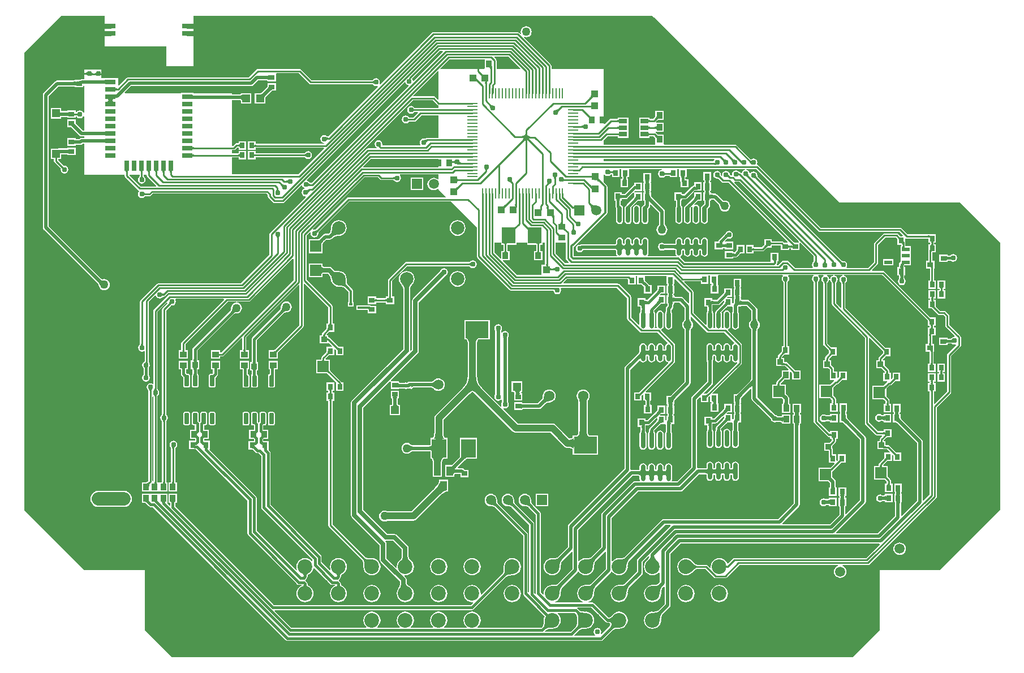
<source format=gbr>
G04*
G04 #@! TF.GenerationSoftware,Altium Limited,Altium Designer,25.0.2 (28)*
G04*
G04 Layer_Physical_Order=1*
G04 Layer_Color=255*
%FSLAX44Y44*%
%MOMM*%
G71*
G04*
G04 #@! TF.SameCoordinates,1489D581-9A80-4730-A308-F2CAF4F028AF*
G04*
G04*
G04 #@! TF.FilePolarity,Positive*
G04*
G01*
G75*
%ADD12C,0.2540*%
%ADD21R,1.2000X1.2000*%
%ADD22R,0.9000X0.8000*%
%ADD23R,0.5080X0.3560*%
%ADD24R,1.6800X1.7000*%
%ADD25R,1.2200X0.6200*%
%ADD26R,2.1600X2.8000*%
%ADD27R,1.0000X1.4000*%
%ADD28R,3.5000X2.5000*%
%ADD29R,0.8000X0.9000*%
G04:AMPARAMS|DCode=30|XSize=0.65mm|YSize=1.65mm|CornerRadius=0.0488mm|HoleSize=0mm|Usage=FLASHONLY|Rotation=0.000|XOffset=0mm|YOffset=0mm|HoleType=Round|Shape=RoundedRectangle|*
%AMROUNDEDRECTD30*
21,1,0.6500,1.5525,0,0,0.0*
21,1,0.5525,1.6500,0,0,0.0*
1,1,0.0975,0.2763,-0.7763*
1,1,0.0975,-0.2763,-0.7763*
1,1,0.0975,-0.2763,0.7763*
1,1,0.0975,0.2763,0.7763*
%
%ADD30ROUNDEDRECTD30*%
%ADD31R,0.9000X1.0000*%
%ADD32R,1.0000X0.9000*%
%ADD33R,0.8000X0.9000*%
%ADD34R,0.8500X0.9500*%
%ADD35R,0.9000X0.8000*%
%ADD36R,1.7000X1.6800*%
%ADD37R,0.8500X0.8500*%
%ADD38O,0.7000X2.5000*%
%ADD39O,1.5500X0.2500*%
%ADD40R,1.1000X1.1000*%
%ADD41O,0.2500X1.5500*%
%ADD42R,1.2000X1.2000*%
%ADD43R,1.4986X0.7112*%
%ADD44R,0.7112X1.4986*%
%ADD45R,1.1000X1.1000*%
%ADD46R,1.2000X0.7000*%
%ADD47R,2.0000X2.4000*%
%ADD76C,2.0066*%
%ADD85C,0.5080*%
%ADD86C,0.7620*%
%ADD87C,0.3810*%
%ADD88C,0.3048*%
%ADD89C,1.0160*%
%ADD90C,2.0320*%
%ADD91C,0.6350*%
%ADD92C,2.2000*%
%ADD93C,1.5000*%
G04:AMPARAMS|DCode=94|XSize=1.4mm|YSize=1.4mm|CornerRadius=0.35mm|HoleSize=0mm|Usage=FLASHONLY|Rotation=180.000|XOffset=0mm|YOffset=0mm|HoleType=Round|Shape=RoundedRectangle|*
%AMROUNDEDRECTD94*
21,1,1.4000,0.7000,0,0,180.0*
21,1,0.7000,1.4000,0,0,180.0*
1,1,0.7000,-0.3500,0.3500*
1,1,0.7000,0.3500,0.3500*
1,1,0.7000,0.3500,-0.3500*
1,1,0.7000,-0.3500,-0.3500*
%
%ADD94ROUNDEDRECTD94*%
%ADD95C,1.5748*%
%ADD96R,1.5000X1.5000*%
%ADD97C,4.0000*%
%ADD98C,3.5000*%
%ADD99C,0.7874*%
%ADD100C,1.2700*%
%ADD101C,6.3500*%
G36*
X2040000Y1280000D02*
X2220000D01*
X2280000Y1220000D01*
Y820000D01*
X2190000Y730000D01*
X2100000D01*
Y640000D01*
X2060000Y600000D01*
X1040000Y600000D01*
X1000000Y640000D01*
X1000000Y730000D01*
X910000D01*
X820000Y820000D01*
X820000Y1504530D01*
X875470Y1560000D01*
X939800D01*
Y1513840D01*
X1032510D01*
Y1484630D01*
X1073150D01*
Y1513840D01*
Y1560000D01*
X1760000D01*
X2040000Y1280000D01*
D02*
G37*
%LPC*%
G36*
X1571000Y1544198D02*
X1568878Y1543919D01*
X1566901Y1543100D01*
X1565203Y1541797D01*
X1563900Y1540099D01*
X1563081Y1538122D01*
X1562802Y1536000D01*
X1563081Y1533878D01*
X1563323Y1533294D01*
X1562247Y1532575D01*
X1560242Y1534579D01*
X1559234Y1535253D01*
X1558044Y1535490D01*
X1431956D01*
X1430766Y1535253D01*
X1429758Y1534579D01*
X1352430Y1457251D01*
X1351444Y1458061D01*
X1351583Y1458270D01*
X1352027Y1460500D01*
X1351583Y1462730D01*
X1350320Y1464620D01*
X1348430Y1465883D01*
X1346200Y1466327D01*
X1343970Y1465883D01*
X1342080Y1464620D01*
X1341881Y1464323D01*
X1341679Y1464154D01*
X1341479Y1464010D01*
X1341284Y1463891D01*
X1341092Y1463794D01*
X1340903Y1463718D01*
X1340714Y1463660D01*
X1340520Y1463618D01*
X1340437Y1463608D01*
X1249697D01*
X1234098Y1479207D01*
X1233089Y1479881D01*
X1231900Y1480118D01*
X1169162D01*
X1167973Y1479881D01*
X1166964Y1479207D01*
X1155683Y1467926D01*
X975119D01*
X973929Y1467689D01*
X972921Y1467016D01*
X961293Y1455388D01*
X960120Y1455874D01*
Y1466850D01*
X934720D01*
Y1479550D01*
X909320D01*
Y1465334D01*
X906636D01*
X904951Y1464999D01*
X904118Y1464443D01*
X903160D01*
X902735Y1464358D01*
X897252D01*
X897231Y1464362D01*
X897209Y1464358D01*
X895422D01*
Y1463214D01*
X895062Y1463131D01*
X894542Y1463052D01*
X893556Y1462983D01*
X869300D01*
X867615Y1462647D01*
X866187Y1461693D01*
X849057Y1444563D01*
X848102Y1443135D01*
X847767Y1441450D01*
Y1309290D01*
X847751Y1309090D01*
X847749Y1309080D01*
X847739Y1309065D01*
X847701Y1308875D01*
X847630Y1308695D01*
X847633Y1308532D01*
X847601Y1308372D01*
X847639Y1308182D01*
X847642Y1307988D01*
X847707Y1307838D01*
X847739Y1307678D01*
X847767Y1307636D01*
Y1303484D01*
X847739Y1303442D01*
X847707Y1303282D01*
X847642Y1303132D01*
X847639Y1302938D01*
X847601Y1302748D01*
X847633Y1302588D01*
X847630Y1302425D01*
X847701Y1302245D01*
X847726Y1302120D01*
X847767Y1301408D01*
Y1242830D01*
X848102Y1241145D01*
X849057Y1239717D01*
X929830Y1158944D01*
X929858Y1158913D01*
X930151Y1158539D01*
X930423Y1158152D01*
X930663Y1157765D01*
X930871Y1157381D01*
X931048Y1156998D01*
X931197Y1156615D01*
X931317Y1156233D01*
X931424Y1155788D01*
X931435Y1155765D01*
X931486Y1155378D01*
X932305Y1153401D01*
X933608Y1151703D01*
X935306Y1150400D01*
X937283Y1149581D01*
X939405Y1149302D01*
X941527Y1149581D01*
X943504Y1150400D01*
X945202Y1151703D01*
X946505Y1153401D01*
X947324Y1155378D01*
X947603Y1157500D01*
X947324Y1159622D01*
X946505Y1161599D01*
X945202Y1163297D01*
X943504Y1164600D01*
X941527Y1165419D01*
X939405Y1165698D01*
X937730Y1165478D01*
X937691Y1165479D01*
X937531Y1165451D01*
X937283Y1165419D01*
X937258Y1165408D01*
X937000Y1165394D01*
X936718Y1165412D01*
X936433Y1165463D01*
X936139Y1165551D01*
X935830Y1165682D01*
X935504Y1165861D01*
X935160Y1166093D01*
X935025Y1166202D01*
X856573Y1244654D01*
Y1301830D01*
X856589Y1302030D01*
X856591Y1302040D01*
X856601Y1302055D01*
X856638Y1302245D01*
X856710Y1302425D01*
X856707Y1302588D01*
X856739Y1302748D01*
X856701Y1302938D01*
X856698Y1303132D01*
X856633Y1303282D01*
X856601Y1303442D01*
X856573Y1303484D01*
Y1307636D01*
X856601Y1307678D01*
X856633Y1307838D01*
X856698Y1307988D01*
X856701Y1308182D01*
X856739Y1308372D01*
X856707Y1308532D01*
X856710Y1308695D01*
X856638Y1308875D01*
X856614Y1309000D01*
X856573Y1309712D01*
Y1439626D01*
X871124Y1454177D01*
X893714D01*
X893866Y1454173D01*
X894521Y1454111D01*
X895062Y1454029D01*
X895422Y1453946D01*
Y1452802D01*
X897209D01*
X897231Y1452798D01*
X897252Y1452802D01*
X907978D01*
Y1455082D01*
X908050Y1455135D01*
X909320Y1454495D01*
Y1415309D01*
X908050Y1414924D01*
X907090Y1416360D01*
X905200Y1417623D01*
X902970Y1418067D01*
X900740Y1417623D01*
X898850Y1416360D01*
X898607Y1415998D01*
X896548D01*
Y1418668D01*
X883992D01*
Y1417293D01*
X874895D01*
Y1421628D01*
X859340D01*
Y1406072D01*
X874895D01*
Y1408487D01*
X883992D01*
Y1407112D01*
X896548D01*
Y1408823D01*
X896751Y1409012D01*
X898375Y1408830D01*
X898850Y1408120D01*
X900740Y1406857D01*
X902970Y1406413D01*
X905200Y1406857D01*
X907090Y1408120D01*
X908050Y1409556D01*
X909320Y1409171D01*
Y1388347D01*
X907039D01*
X896548Y1398838D01*
Y1404668D01*
X883992D01*
Y1393112D01*
X889822D01*
X902103Y1380831D01*
X903531Y1379877D01*
X905216Y1379542D01*
X909320D01*
Y1377349D01*
X905586D01*
X903901Y1377014D01*
X902473Y1376059D01*
X901796Y1375383D01*
X896548D01*
Y1376758D01*
X883992D01*
Y1365202D01*
X896548D01*
Y1366577D01*
X903620D01*
X905305Y1366913D01*
X906733Y1367867D01*
X907358Y1368492D01*
X907415D01*
X907673Y1368544D01*
X909320D01*
Y1322070D01*
X970093D01*
Y1320419D01*
X970330Y1319230D01*
X971003Y1318221D01*
X990181Y1299044D01*
X991189Y1298371D01*
X991317Y1298345D01*
X991585Y1296997D01*
X991560Y1296980D01*
X990297Y1295090D01*
X989853Y1292860D01*
X990297Y1290630D01*
X991560Y1288740D01*
X993450Y1287477D01*
X995680Y1287033D01*
X997910Y1287477D01*
X999800Y1288740D01*
X999999Y1289037D01*
X1000201Y1289206D01*
X1000401Y1289350D01*
X1000596Y1289469D01*
X1000788Y1289566D01*
X1000977Y1289642D01*
X1001166Y1289700D01*
X1001360Y1289742D01*
X1001443Y1289752D01*
X1006982D01*
X1008171Y1289989D01*
X1009179Y1290663D01*
X1012333Y1293816D01*
X1035050D01*
X1182099Y1293816D01*
X1184342Y1291573D01*
Y1289575D01*
X1184579Y1288386D01*
X1185253Y1287378D01*
X1192128Y1280502D01*
X1193136Y1279829D01*
X1194325Y1279592D01*
X1206700D01*
X1207889Y1279829D01*
X1208897Y1280502D01*
X1234662Y1306267D01*
X1235877Y1305898D01*
X1236001Y1305276D01*
X1237264Y1303386D01*
X1239069Y1302180D01*
X1239110Y1301824D01*
X1238968Y1300865D01*
X1238560Y1300783D01*
X1236670Y1299520D01*
X1235407Y1297630D01*
X1234963Y1295400D01*
X1235407Y1293170D01*
X1236670Y1291280D01*
X1238560Y1290017D01*
X1240300Y1289671D01*
X1240805Y1288380D01*
X1187803Y1235378D01*
X1187129Y1234369D01*
X1186892Y1233180D01*
Y1202394D01*
X1144242Y1159744D01*
X1020651D01*
X1019462Y1159507D01*
X1018454Y1158833D01*
X993802Y1134182D01*
X993129Y1133174D01*
X992892Y1131985D01*
Y1068763D01*
X992882Y1068680D01*
X992840Y1068486D01*
X992782Y1068297D01*
X992706Y1068108D01*
X992609Y1067916D01*
X992490Y1067721D01*
X992346Y1067521D01*
X992177Y1067319D01*
X991880Y1067120D01*
X990617Y1065230D01*
X990173Y1063000D01*
X990617Y1060770D01*
X991880Y1058880D01*
X993770Y1057617D01*
X996000Y1057173D01*
X998230Y1057617D01*
X998757Y1057969D01*
X999877Y1057370D01*
Y1042988D01*
X999866Y1042912D01*
X999830Y1042766D01*
X999783Y1042641D01*
X999727Y1042530D01*
X999657Y1042425D01*
X999568Y1042320D01*
X999455Y1042211D01*
X999310Y1042099D01*
X999063Y1041942D01*
X998955Y1041839D01*
X997880Y1041120D01*
X996617Y1039230D01*
X996173Y1037000D01*
X996617Y1034770D01*
X997880Y1032880D01*
X998049Y1032766D01*
X998090Y1032671D01*
X998138Y1032524D01*
X998184Y1032337D01*
X998220Y1032132D01*
X998245Y1031852D01*
Y1023073D01*
X998224Y1022891D01*
X998184Y1022663D01*
X998138Y1022476D01*
X998090Y1022329D01*
X998049Y1022234D01*
X997880Y1022120D01*
X996617Y1020230D01*
X996173Y1018000D01*
X996617Y1015770D01*
X997880Y1013880D01*
X999770Y1012617D01*
X1002000Y1012173D01*
X1004230Y1012617D01*
X1006120Y1013880D01*
X1007383Y1015770D01*
X1007827Y1018000D01*
X1007383Y1020230D01*
X1006120Y1022120D01*
X1005951Y1022234D01*
X1005910Y1022329D01*
X1005862Y1022476D01*
X1005816Y1022663D01*
X1005780Y1022868D01*
X1005755Y1023148D01*
Y1031927D01*
X1005776Y1032109D01*
X1005816Y1032337D01*
X1005862Y1032524D01*
X1005910Y1032671D01*
X1005951Y1032766D01*
X1006120Y1032880D01*
X1007383Y1034770D01*
X1007827Y1037000D01*
X1007383Y1039230D01*
X1006976Y1039840D01*
X1006943Y1039936D01*
X1006751Y1040271D01*
X1006608Y1040546D01*
X1006349Y1041146D01*
X1006264Y1041391D01*
X1006192Y1041647D01*
X1006137Y1041894D01*
X1006099Y1042133D01*
X1006093Y1042193D01*
Y1131576D01*
X1015778Y1141261D01*
X1016993Y1140892D01*
X1017117Y1140270D01*
X1018380Y1138380D01*
X1020270Y1137117D01*
X1022500Y1136673D01*
X1024730Y1137117D01*
X1026620Y1138380D01*
X1027046Y1139017D01*
X1027114Y1139073D01*
X1027197Y1139175D01*
X1027212Y1139189D01*
X1027241Y1139211D01*
X1027296Y1139242D01*
X1027382Y1139279D01*
X1027505Y1139320D01*
X1027669Y1139357D01*
X1027871Y1139388D01*
X1027917Y1139392D01*
X1028393D01*
X1029583Y1139629D01*
X1030591Y1140303D01*
X1035181Y1144892D01*
X1149787D01*
X1150976Y1145129D01*
X1151984Y1145803D01*
X1210872Y1204690D01*
X1211546Y1205699D01*
X1211783Y1206888D01*
Y1243823D01*
X1401221Y1433262D01*
X1431273D01*
X1437733Y1426803D01*
X1438741Y1426129D01*
X1439930Y1425892D01*
X1440000D01*
Y1422108D01*
X1403477D01*
X1402800Y1423120D01*
X1400910Y1424383D01*
X1398680Y1424827D01*
X1396450Y1424383D01*
X1394560Y1423120D01*
X1393297Y1421230D01*
X1392853Y1419000D01*
X1393297Y1416770D01*
X1394560Y1414880D01*
X1396450Y1413617D01*
X1398680Y1413173D01*
X1400910Y1413617D01*
X1402800Y1414880D01*
X1403477Y1415892D01*
X1408568D01*
X1409054Y1414719D01*
X1402063Y1407728D01*
X1395447D01*
X1394770Y1408740D01*
X1392880Y1410003D01*
X1390650Y1410447D01*
X1388420Y1410003D01*
X1386530Y1408740D01*
X1385267Y1406850D01*
X1384823Y1404620D01*
X1385267Y1402390D01*
X1386530Y1400500D01*
X1388420Y1399237D01*
X1390650Y1398793D01*
X1392880Y1399237D01*
X1394770Y1400500D01*
X1395447Y1401512D01*
X1403350D01*
X1404539Y1401749D01*
X1405547Y1402422D01*
X1414017Y1410892D01*
X1440000D01*
X1440000Y1377108D01*
X1422433D01*
X1421244Y1376871D01*
X1420639Y1376467D01*
X1420609Y1376456D01*
X1420568Y1376420D01*
X1420236Y1376198D01*
X1420039Y1376001D01*
X1419994Y1375967D01*
X1419880Y1375900D01*
X1419772Y1375853D01*
X1419664Y1375820D01*
X1419548Y1375798D01*
X1419416Y1375789D01*
X1419260Y1375795D01*
X1419077Y1375820D01*
X1418792Y1375887D01*
X1418653Y1375892D01*
X1417320Y1376157D01*
X1415090Y1375713D01*
X1413200Y1374450D01*
X1411937Y1372560D01*
X1411493Y1370330D01*
X1411937Y1368100D01*
X1412663Y1367014D01*
X1411984Y1365744D01*
X1356431D01*
X1355625Y1366725D01*
X1355837Y1367790D01*
X1355393Y1370020D01*
X1354130Y1371910D01*
X1352240Y1373173D01*
X1350010Y1373617D01*
X1347780Y1373173D01*
X1345890Y1371910D01*
X1344627Y1370020D01*
X1344183Y1367790D01*
X1344627Y1365560D01*
X1345890Y1363670D01*
X1347347Y1362696D01*
X1346962Y1361426D01*
X1334207D01*
X1333018Y1361189D01*
X1332010Y1360515D01*
X1215113Y1243619D01*
X1214440Y1242610D01*
X1214203Y1241421D01*
Y1204598D01*
X1152031Y1142426D01*
X1037424D01*
X1036235Y1142189D01*
X1035227Y1141516D01*
X1013802Y1120091D01*
X1013129Y1119083D01*
X1012892Y1117893D01*
Y1009620D01*
X1011772Y1009021D01*
X1011230Y1009383D01*
X1009000Y1009827D01*
X1006770Y1009383D01*
X1004880Y1008120D01*
X1003617Y1006230D01*
X1003173Y1004000D01*
X1003617Y1001770D01*
X1004283Y1000773D01*
X1004352Y1000615D01*
X1004567Y1000309D01*
X1004732Y1000047D01*
X1004873Y999792D01*
X1004992Y999544D01*
X1005088Y999304D01*
X1005165Y999071D01*
X1005223Y998844D01*
X1005264Y998622D01*
X1005272Y998546D01*
Y863876D01*
X1004444Y863048D01*
X1003949Y862575D01*
X1003658Y862319D01*
X1003092Y862206D01*
X1001873Y861392D01*
X1001797Y861278D01*
X995656D01*
Y847722D01*
X1007452D01*
X1008211Y847722D01*
Y847722D01*
X1008722D01*
Y847722D01*
X1021278D01*
Y847722D01*
X1021789D01*
Y847722D01*
X1034344D01*
Y861278D01*
X1032126D01*
X1032121Y861311D01*
X1032108Y861460D01*
Y927000D01*
Y952237D01*
X1032118Y952320D01*
X1032160Y952514D01*
X1032218Y952703D01*
X1032294Y952892D01*
X1032391Y953083D01*
X1032510Y953279D01*
X1032654Y953479D01*
X1032823Y953681D01*
X1033120Y953880D01*
X1034383Y955770D01*
X1034827Y958000D01*
X1034383Y960230D01*
X1033120Y962120D01*
X1032823Y962319D01*
X1032654Y962521D01*
X1032510Y962721D01*
X1032391Y962916D01*
X1032294Y963108D01*
X1032218Y963297D01*
X1032160Y963486D01*
X1032118Y963680D01*
X1032108Y963763D01*
Y1118713D01*
X1039123Y1125728D01*
X1039189Y1125779D01*
X1039355Y1125886D01*
X1039530Y1125979D01*
X1039718Y1126059D01*
X1039921Y1126126D01*
X1040143Y1126180D01*
X1040387Y1126219D01*
X1040649Y1126243D01*
X1041000Y1126173D01*
X1043230Y1126617D01*
X1045120Y1127880D01*
X1046383Y1129770D01*
X1046827Y1132000D01*
X1046383Y1134230D01*
X1045909Y1134940D01*
X1046588Y1136210D01*
X1118156D01*
X1118642Y1135037D01*
X1055717Y1072113D01*
X1055044Y1071104D01*
X1054807Y1069915D01*
Y1059469D01*
X1054794Y1059324D01*
X1054787Y1059278D01*
X1051137D01*
Y1046722D01*
X1064693D01*
Y1059278D01*
X1061043D01*
X1061035Y1059324D01*
X1061023Y1059469D01*
Y1068628D01*
X1124287Y1131892D01*
X1137005D01*
X1137089Y1130622D01*
X1136642Y1130564D01*
X1135353Y1130394D01*
X1133376Y1129575D01*
X1131678Y1128272D01*
X1130375Y1126574D01*
X1129556Y1124597D01*
X1129277Y1122475D01*
X1129309Y1122233D01*
X1129301Y1121807D01*
X1129256Y1121259D01*
X1129180Y1120751D01*
X1129074Y1120282D01*
X1128940Y1119849D01*
X1128779Y1119450D01*
X1128593Y1119082D01*
X1128380Y1118742D01*
X1128216Y1118527D01*
X1072552Y1062863D01*
X1071738Y1061645D01*
X1071452Y1060208D01*
Y1045170D01*
X1071426Y1044874D01*
X1071357Y1044454D01*
X1071275Y1044149D01*
X1071227Y1044028D01*
X1069180D01*
Y1030972D01*
X1071426D01*
X1071475Y1030852D01*
X1071557Y1030546D01*
X1071626Y1030126D01*
X1071652Y1029830D01*
Y1024767D01*
X1071608Y1024125D01*
X1071556Y1023762D01*
X1071494Y1023470D01*
X1071436Y1023279D01*
X1071421Y1023246D01*
X1071410Y1023236D01*
X1071212Y1023103D01*
X1071132Y1022984D01*
X1071039Y1022900D01*
X1070951Y1022713D01*
X1070711Y1022354D01*
X1070535Y1021470D01*
Y1005945D01*
X1070711Y1005061D01*
X1071212Y1004312D01*
X1071961Y1003811D01*
X1072845Y1003635D01*
X1078370D01*
X1079254Y1003811D01*
X1080003Y1004312D01*
X1080504Y1005061D01*
X1080680Y1005945D01*
Y1021470D01*
X1080504Y1022354D01*
X1080238Y1022752D01*
X1080126Y1022963D01*
X1080060Y1023018D01*
X1080003Y1023103D01*
X1079766Y1023262D01*
X1079582Y1023415D01*
X1079492Y1023463D01*
X1079443Y1023546D01*
X1079373Y1023713D01*
X1079297Y1023967D01*
X1079234Y1024276D01*
X1079163Y1024986D01*
Y1029830D01*
X1079189Y1030126D01*
X1079258Y1030546D01*
X1079340Y1030851D01*
X1079389Y1030972D01*
X1081236D01*
Y1044028D01*
X1079189D01*
X1079140Y1044148D01*
X1079058Y1044454D01*
X1078989Y1044874D01*
X1078963Y1045170D01*
Y1058652D01*
X1133527Y1113216D01*
X1133742Y1113380D01*
X1134082Y1113593D01*
X1134451Y1113779D01*
X1134849Y1113940D01*
X1135282Y1114074D01*
X1135751Y1114180D01*
X1136259Y1114256D01*
X1136807Y1114301D01*
X1137233Y1114309D01*
X1137475Y1114277D01*
X1139597Y1114556D01*
X1141574Y1115375D01*
X1143272Y1116678D01*
X1144575Y1118376D01*
X1145394Y1120353D01*
X1145673Y1122475D01*
X1145394Y1124597D01*
X1144575Y1126574D01*
X1143272Y1128272D01*
X1141574Y1129575D01*
X1139597Y1130394D01*
X1138308Y1130564D01*
X1137861Y1130622D01*
X1137945Y1131892D01*
X1155629D01*
X1156818Y1132129D01*
X1157826Y1132803D01*
X1221666Y1196642D01*
X1222839Y1196156D01*
Y1164341D01*
X1114606Y1056108D01*
X1112960D01*
X1112810Y1056121D01*
X1112778Y1056126D01*
Y1059278D01*
X1099222D01*
Y1046722D01*
X1112778D01*
Y1049874D01*
X1112810Y1049879D01*
X1112960Y1049892D01*
X1115893D01*
X1117083Y1050129D01*
X1118091Y1050803D01*
X1144719Y1077430D01*
X1145892Y1076945D01*
Y1059469D01*
X1145880Y1059324D01*
X1145872Y1059278D01*
X1142222D01*
Y1046722D01*
X1155778D01*
Y1059278D01*
X1152128D01*
X1152121Y1059324D01*
X1152108Y1059469D01*
Y1078713D01*
X1230401Y1157006D01*
X1231574Y1156520D01*
Y1096884D01*
X1195400Y1060710D01*
X1194444Y1059869D01*
X1194022Y1059549D01*
X1193669Y1059316D01*
X1193597Y1059278D01*
X1193079D01*
X1193076Y1059279D01*
X1193071Y1059278D01*
X1185307D01*
Y1046722D01*
X1198863D01*
Y1054314D01*
X1198867Y1054330D01*
X1198863Y1054352D01*
Y1055241D01*
X1198941Y1055352D01*
X1199560Y1056080D01*
X1236880Y1093400D01*
X1237553Y1094408D01*
X1237790Y1095597D01*
Y1158996D01*
X1238963Y1159482D01*
X1274892Y1123553D01*
Y1099668D01*
X1274879Y1099518D01*
X1274874Y1099485D01*
X1272222D01*
Y1092018D01*
X1272218Y1092011D01*
X1272032Y1091741D01*
X1271469Y1091071D01*
X1266052Y1085655D01*
X1265379Y1084647D01*
X1265142Y1083457D01*
Y1081884D01*
X1265129Y1081739D01*
X1265122Y1081693D01*
X1262222D01*
Y1069637D01*
X1274278D01*
Y1069790D01*
X1275451Y1070276D01*
X1280154Y1065574D01*
X1279668Y1064400D01*
X1272222D01*
Y1056932D01*
X1272218Y1056926D01*
X1272032Y1056656D01*
X1271469Y1055986D01*
X1264902Y1049420D01*
X1264229Y1048412D01*
X1263992Y1047223D01*
Y1045369D01*
X1263979Y1045224D01*
X1263972Y1045178D01*
X1256822D01*
Y1024822D01*
X1272721D01*
X1272910Y1024690D01*
X1273605Y1024100D01*
X1285721Y1011984D01*
X1286222Y1010905D01*
X1286222D01*
X1286222Y1010905D01*
Y998349D01*
X1297778D01*
Y1010905D01*
X1294948D01*
X1294871Y1011289D01*
X1294198Y1012298D01*
X1278198Y1028297D01*
X1277789Y1028737D01*
X1277502Y1029093D01*
X1277378Y1029269D01*
Y1045178D01*
X1271246D01*
X1270720Y1046448D01*
X1275302Y1051029D01*
X1275764Y1051460D01*
X1276128Y1051753D01*
X1276259Y1051844D01*
X1277148D01*
X1277170Y1051841D01*
X1277186Y1051844D01*
X1283778D01*
Y1060290D01*
X1284951Y1060776D01*
X1285526Y1060201D01*
X1285739Y1059961D01*
X1286018Y1059610D01*
X1286218Y1059320D01*
X1286222Y1059313D01*
Y1051844D01*
X1297778D01*
Y1064400D01*
X1291186D01*
X1291170Y1064404D01*
X1291148Y1064400D01*
X1290259D01*
X1290148Y1064478D01*
X1289420Y1065098D01*
X1276655Y1077862D01*
X1275647Y1078536D01*
X1274457Y1078773D01*
X1274278D01*
Y1081693D01*
X1272676D01*
X1272150Y1082963D01*
X1275302Y1086114D01*
X1275764Y1086545D01*
X1276128Y1086838D01*
X1276259Y1086930D01*
X1277148D01*
X1277170Y1086926D01*
X1277186Y1086930D01*
X1283778D01*
Y1099485D01*
X1281126D01*
X1281121Y1099518D01*
X1281108Y1099668D01*
Y1124840D01*
X1280871Y1126029D01*
X1280197Y1127038D01*
X1242108Y1165127D01*
Y1231290D01*
X1247501Y1236684D01*
X1247564Y1236658D01*
X1248549Y1235936D01*
X1248162Y1233988D01*
X1248605Y1231759D01*
X1249868Y1229868D01*
X1251759Y1228605D01*
X1253988Y1228162D01*
X1256218Y1228605D01*
X1258109Y1229868D01*
X1259372Y1231759D01*
X1259816Y1233988D01*
X1259746Y1234340D01*
X1259769Y1234602D01*
X1259809Y1234845D01*
X1259863Y1235068D01*
X1259930Y1235271D01*
X1260009Y1235459D01*
X1260102Y1235634D01*
X1260210Y1235800D01*
X1260261Y1235866D01*
X1306287Y1281892D01*
X1458108D01*
X1496892Y1243108D01*
Y1200000D01*
X1497129Y1198811D01*
X1497802Y1197803D01*
X1546136Y1149470D01*
X1547144Y1148796D01*
X1548333Y1148559D01*
X1611761D01*
X1612117Y1146770D01*
X1613380Y1144880D01*
X1615270Y1143617D01*
X1617500Y1143173D01*
X1619730Y1143617D01*
X1621620Y1144880D01*
X1622883Y1146770D01*
X1623327Y1149000D01*
X1622883Y1151230D01*
X1622531Y1151757D01*
X1623130Y1152877D01*
X1706728D01*
X1721889Y1137716D01*
Y1107193D01*
X1722125Y1106004D01*
X1722799Y1104996D01*
X1741040Y1086755D01*
X1742048Y1086081D01*
X1743238Y1085844D01*
X1767571D01*
X1782667Y1070748D01*
X1782298Y1069533D01*
X1781991Y1069472D01*
X1780245Y1068305D01*
X1779078Y1066559D01*
X1778669Y1064500D01*
Y1060948D01*
X1777700Y1060384D01*
X1776731Y1060948D01*
Y1064500D01*
X1776322Y1066559D01*
X1775155Y1068305D01*
X1773409Y1069472D01*
X1771350Y1069881D01*
X1769291Y1069472D01*
X1767545Y1068305D01*
X1766378Y1066559D01*
X1765969Y1064500D01*
Y1060948D01*
X1765000Y1060384D01*
X1764031Y1060948D01*
Y1064500D01*
X1763622Y1066559D01*
X1762455Y1068305D01*
X1760709Y1069472D01*
X1758650Y1069881D01*
X1756591Y1069472D01*
X1754845Y1068305D01*
X1753678Y1066559D01*
X1753269Y1064500D01*
Y1060948D01*
X1752300Y1060384D01*
X1751331Y1060948D01*
Y1064500D01*
X1750922Y1066559D01*
X1749755Y1068305D01*
X1748009Y1069472D01*
X1745950Y1069881D01*
X1743891Y1069472D01*
X1742145Y1068305D01*
X1740978Y1066559D01*
X1740569Y1064500D01*
Y1058086D01*
X1740447Y1057591D01*
X1740254Y1057037D01*
X1739993Y1056461D01*
X1739661Y1055864D01*
X1739256Y1055246D01*
X1738774Y1054608D01*
X1738432Y1054209D01*
X1719387Y1035163D01*
X1718433Y1033735D01*
X1718097Y1032050D01*
Y881824D01*
X1634711Y798437D01*
X1633757Y797009D01*
X1633421Y795324D01*
Y764648D01*
X1618613Y749840D01*
X1618065Y749453D01*
X1617398Y749080D01*
X1616642Y748748D01*
X1615792Y748461D01*
X1614848Y748223D01*
X1613834Y748041D01*
X1611423Y747829D01*
X1610536Y747818D01*
X1610000Y747888D01*
X1606664Y747449D01*
X1603556Y746162D01*
X1600887Y744113D01*
X1598838Y741444D01*
X1597551Y738336D01*
X1597112Y735000D01*
X1597551Y731664D01*
X1598838Y728556D01*
X1600887Y725887D01*
X1603556Y723838D01*
X1606664Y722551D01*
X1610000Y722112D01*
X1613336Y722551D01*
X1616444Y723838D01*
X1619113Y725887D01*
X1621162Y728556D01*
X1622449Y731664D01*
X1622888Y735000D01*
X1622818Y735536D01*
X1622829Y736447D01*
X1622904Y737675D01*
X1623036Y738809D01*
X1623223Y739847D01*
X1623461Y740792D01*
X1623748Y741641D01*
X1624080Y742398D01*
X1624453Y743065D01*
X1624840Y743614D01*
X1639106Y757880D01*
X1640279Y757394D01*
Y731506D01*
X1618613Y709840D01*
X1618065Y709453D01*
X1617398Y709080D01*
X1616642Y708748D01*
X1615792Y708461D01*
X1614848Y708223D01*
X1613834Y708041D01*
X1611423Y707829D01*
X1610536Y707818D01*
X1610000Y707888D01*
X1606664Y707449D01*
X1603556Y706162D01*
X1600887Y704113D01*
X1598838Y701444D01*
X1597551Y698336D01*
X1597112Y695000D01*
X1597243Y694004D01*
X1596104Y693442D01*
X1592755Y696791D01*
Y815000D01*
X1592469Y816437D01*
X1591655Y817655D01*
X1584672Y824638D01*
X1585385Y825722D01*
X1586283Y825722D01*
X1603678D01*
Y844278D01*
X1585122D01*
Y826962D01*
X1585122Y825985D01*
X1584038Y825272D01*
X1579609Y829702D01*
X1579388Y830007D01*
X1579148Y830419D01*
X1578934Y830884D01*
X1578747Y831405D01*
X1578590Y831985D01*
X1578465Y832625D01*
X1578376Y833326D01*
X1578325Y834087D01*
X1578316Y834682D01*
X1578358Y835000D01*
X1578039Y837422D01*
X1577104Y839679D01*
X1575617Y841617D01*
X1573679Y843104D01*
X1571422Y844039D01*
X1569000Y844358D01*
X1566578Y844039D01*
X1564321Y843104D01*
X1562383Y841617D01*
X1560896Y839679D01*
X1559961Y837422D01*
X1559642Y835000D01*
X1559961Y832578D01*
X1560896Y830321D01*
X1562383Y828383D01*
X1564321Y826896D01*
X1566578Y825961D01*
X1569000Y825642D01*
X1569318Y825684D01*
X1569913Y825675D01*
X1570674Y825624D01*
X1571375Y825535D01*
X1572015Y825411D01*
X1572595Y825253D01*
X1573116Y825066D01*
X1573581Y824852D01*
X1573993Y824612D01*
X1574298Y824391D01*
X1585245Y813445D01*
Y695235D01*
X1585338Y694769D01*
X1584167Y694144D01*
X1582755Y695555D01*
Y799600D01*
X1582469Y801037D01*
X1581655Y802255D01*
X1554209Y829702D01*
X1553988Y830007D01*
X1553748Y830419D01*
X1553534Y830884D01*
X1553347Y831405D01*
X1553190Y831985D01*
X1553065Y832625D01*
X1552976Y833326D01*
X1552925Y834087D01*
X1552916Y834682D01*
X1552958Y835000D01*
X1552639Y837422D01*
X1551704Y839679D01*
X1550217Y841617D01*
X1548279Y843104D01*
X1546022Y844039D01*
X1543600Y844358D01*
X1541178Y844039D01*
X1538921Y843104D01*
X1536983Y841617D01*
X1535496Y839679D01*
X1534561Y837422D01*
X1534242Y835000D01*
X1534561Y832578D01*
X1535496Y830321D01*
X1536983Y828383D01*
X1538921Y826896D01*
X1541178Y825961D01*
X1543600Y825642D01*
X1543918Y825684D01*
X1544513Y825675D01*
X1545274Y825624D01*
X1545975Y825535D01*
X1546615Y825411D01*
X1547195Y825253D01*
X1547716Y825066D01*
X1548181Y824852D01*
X1548593Y824612D01*
X1548898Y824391D01*
X1575245Y798045D01*
Y698015D01*
X1573975Y697336D01*
X1573755Y697483D01*
Y783200D01*
X1573469Y784637D01*
X1572655Y785855D01*
X1528809Y829702D01*
X1528588Y830007D01*
X1528348Y830419D01*
X1528134Y830884D01*
X1527947Y831405D01*
X1527790Y831985D01*
X1527665Y832625D01*
X1527576Y833326D01*
X1527525Y834087D01*
X1527516Y834682D01*
X1527558Y835000D01*
X1527239Y837422D01*
X1526304Y839679D01*
X1524817Y841617D01*
X1522879Y843104D01*
X1520622Y844039D01*
X1518200Y844358D01*
X1515778Y844039D01*
X1513521Y843104D01*
X1511583Y841617D01*
X1510096Y839679D01*
X1509161Y837422D01*
X1508842Y835000D01*
X1509161Y832578D01*
X1510096Y830321D01*
X1511583Y828383D01*
X1513521Y826896D01*
X1515778Y825961D01*
X1518200Y825642D01*
X1518518Y825684D01*
X1519113Y825675D01*
X1519874Y825624D01*
X1520575Y825535D01*
X1521215Y825411D01*
X1521795Y825253D01*
X1522316Y825066D01*
X1522781Y824852D01*
X1523193Y824612D01*
X1523498Y824391D01*
X1566245Y781645D01*
Y695000D01*
X1566531Y693563D01*
X1567345Y692345D01*
X1598665Y661025D01*
X1597551Y658336D01*
X1597112Y655000D01*
X1597177Y654506D01*
X1597109Y651966D01*
X1596993Y650719D01*
X1596826Y649573D01*
X1596611Y648551D01*
X1596355Y647655D01*
X1596062Y646885D01*
X1595740Y646241D01*
X1595398Y645718D01*
X1595334Y645644D01*
X1593445Y643755D01*
X1498422D01*
X1497991Y645025D01*
X1499113Y645887D01*
X1501162Y648556D01*
X1502449Y651664D01*
X1502888Y655000D01*
X1502449Y658336D01*
X1501162Y661444D01*
X1499113Y664113D01*
X1496444Y666162D01*
X1493336Y667449D01*
X1490000Y667888D01*
X1486664Y667449D01*
X1483556Y666162D01*
X1480887Y664113D01*
X1478838Y661444D01*
X1477551Y658336D01*
X1477112Y655000D01*
X1477551Y651664D01*
X1478838Y648556D01*
X1480887Y645887D01*
X1482009Y645025D01*
X1481578Y643755D01*
X1448422D01*
X1447991Y645025D01*
X1449113Y645887D01*
X1451162Y648556D01*
X1452449Y651664D01*
X1452888Y655000D01*
X1452449Y658336D01*
X1451162Y661444D01*
X1449113Y664113D01*
X1446444Y666162D01*
X1443336Y667449D01*
X1440000Y667888D01*
X1436664Y667449D01*
X1433556Y666162D01*
X1430887Y664113D01*
X1428838Y661444D01*
X1427551Y658336D01*
X1427112Y655000D01*
X1427551Y651664D01*
X1428838Y648556D01*
X1430887Y645887D01*
X1432009Y645025D01*
X1431578Y643755D01*
X1398422D01*
X1397991Y645025D01*
X1399113Y645887D01*
X1401162Y648556D01*
X1402449Y651664D01*
X1402888Y655000D01*
X1402449Y658336D01*
X1401162Y661444D01*
X1399113Y664113D01*
X1396444Y666162D01*
X1393336Y667449D01*
X1390000Y667888D01*
X1386664Y667449D01*
X1383556Y666162D01*
X1380887Y664113D01*
X1378838Y661444D01*
X1377551Y658336D01*
X1377112Y655000D01*
X1377551Y651664D01*
X1378838Y648556D01*
X1380887Y645887D01*
X1382009Y645025D01*
X1381578Y643755D01*
X1348422D01*
X1347991Y645025D01*
X1349113Y645887D01*
X1351162Y648556D01*
X1352449Y651664D01*
X1352888Y655000D01*
X1352449Y658336D01*
X1351162Y661444D01*
X1349113Y664113D01*
X1346444Y666162D01*
X1343336Y667449D01*
X1340000Y667888D01*
X1336664Y667449D01*
X1333556Y666162D01*
X1330887Y664113D01*
X1328838Y661444D01*
X1327551Y658336D01*
X1327112Y655000D01*
X1327551Y651664D01*
X1328838Y648556D01*
X1330887Y645887D01*
X1332009Y645025D01*
X1331578Y643755D01*
X1219555D01*
X1194239Y669072D01*
X1194725Y670245D01*
X1489765D01*
X1491202Y670531D01*
X1492420Y671345D01*
X1541105Y720030D01*
X1541164Y720081D01*
X1541684Y720423D01*
X1542333Y720755D01*
X1543114Y721066D01*
X1544028Y721350D01*
X1545073Y721599D01*
X1546226Y721808D01*
X1548979Y722113D01*
X1549693Y722152D01*
X1550000Y722112D01*
X1553336Y722551D01*
X1556444Y723838D01*
X1559113Y725887D01*
X1561162Y728556D01*
X1562449Y731664D01*
X1562888Y735000D01*
X1562449Y738336D01*
X1561162Y741444D01*
X1559113Y744113D01*
X1556444Y746162D01*
X1553336Y747449D01*
X1550000Y747888D01*
X1546664Y747449D01*
X1543556Y746162D01*
X1540887Y744113D01*
X1538838Y741444D01*
X1537551Y738336D01*
X1537112Y735000D01*
X1537208Y734272D01*
X1537261Y731412D01*
X1537196Y730199D01*
X1537071Y729082D01*
X1536891Y728084D01*
X1536660Y727207D01*
X1536385Y726451D01*
X1536074Y725815D01*
X1535733Y725290D01*
X1535658Y725204D01*
X1503896Y693442D01*
X1502757Y694004D01*
X1502888Y695000D01*
X1502449Y698336D01*
X1501162Y701444D01*
X1499113Y704113D01*
X1496444Y706162D01*
X1493336Y707449D01*
X1490000Y707888D01*
X1486664Y707449D01*
X1483556Y706162D01*
X1480887Y704113D01*
X1478838Y701444D01*
X1477551Y698336D01*
X1477112Y695000D01*
X1477551Y691664D01*
X1478838Y688556D01*
X1480887Y685887D01*
X1483556Y683838D01*
X1486664Y682551D01*
X1490000Y682112D01*
X1490997Y682243D01*
X1491558Y681104D01*
X1488209Y677755D01*
X1193555D01*
X1045755Y825555D01*
Y829580D01*
X1045781Y829876D01*
X1045851Y830296D01*
X1045932Y830601D01*
X1045981Y830722D01*
X1048278D01*
Y844278D01*
X1035722D01*
Y830722D01*
X1038019D01*
X1038068Y830602D01*
X1038149Y830296D01*
X1038219Y829876D01*
X1038245Y829580D01*
Y826725D01*
X1037072Y826239D01*
X1033762Y829549D01*
X1034248Y830722D01*
X1034344D01*
Y844278D01*
X1021789D01*
X1021789Y844278D01*
X1021278D01*
Y844278D01*
X1020518Y844278D01*
X1008722D01*
X1008722Y844278D01*
X1008211D01*
Y844278D01*
X1007452Y844278D01*
X995656D01*
Y830722D01*
X1000431D01*
X1000520Y830683D01*
X1000929Y830451D01*
X1001387Y830136D01*
X1002390Y829300D01*
X1006345Y825345D01*
X1007563Y824531D01*
X1009000Y824245D01*
X1012445D01*
X1211345Y625345D01*
X1212563Y624531D01*
X1214000Y624245D01*
X1683000D01*
X1684437Y624531D01*
X1685655Y625345D01*
X1700644Y640334D01*
X1700719Y640398D01*
X1701241Y640740D01*
X1701885Y641062D01*
X1702655Y641355D01*
X1703551Y641611D01*
X1704573Y641826D01*
X1705697Y641990D01*
X1708390Y642176D01*
X1709449Y642184D01*
X1710000Y642112D01*
X1713336Y642551D01*
X1716444Y643838D01*
X1719113Y645887D01*
X1721162Y648556D01*
X1722449Y651664D01*
X1722888Y655000D01*
X1722449Y658336D01*
X1721162Y661444D01*
X1719113Y664113D01*
X1716444Y666162D01*
X1713336Y667449D01*
X1710000Y667888D01*
X1706664Y667449D01*
X1703556Y666162D01*
X1700887Y664113D01*
X1700265Y663303D01*
X1700233Y663282D01*
X1700197Y663229D01*
X1700147Y663189D01*
X1699339Y662260D01*
X1698571Y661472D01*
X1697816Y660791D01*
X1697077Y660213D01*
X1696355Y659737D01*
X1695652Y659359D01*
X1694968Y659074D01*
X1694404Y658906D01*
X1672798Y680513D01*
X1671579Y681327D01*
X1670142Y681613D01*
X1664390D01*
X1664138Y682883D01*
X1666444Y683838D01*
X1669113Y685887D01*
X1671162Y688556D01*
X1672449Y691664D01*
X1672888Y695000D01*
X1672818Y695536D01*
X1672829Y696447D01*
X1672904Y697675D01*
X1673036Y698809D01*
X1673223Y699847D01*
X1673461Y700792D01*
X1673748Y701641D01*
X1674080Y702398D01*
X1674453Y703065D01*
X1674840Y703614D01*
X1697795Y726569D01*
X1698245Y727243D01*
X1699806Y727295D01*
X1700887Y725887D01*
X1703556Y723838D01*
X1706664Y722551D01*
X1710000Y722112D01*
X1713336Y722551D01*
X1716444Y723838D01*
X1719113Y725887D01*
X1721162Y728556D01*
X1722449Y731664D01*
X1722888Y735000D01*
X1722818Y735536D01*
X1722829Y736447D01*
X1722904Y737675D01*
X1723036Y738809D01*
X1723223Y739847D01*
X1723461Y740792D01*
X1723748Y741641D01*
X1724080Y742398D01*
X1724453Y743065D01*
X1724840Y743614D01*
X1778823Y797597D01*
X1786711D01*
X1787198Y796424D01*
X1737756Y746982D01*
X1736801Y745554D01*
X1736466Y743869D01*
Y727692D01*
X1718613Y709840D01*
X1718065Y709453D01*
X1717398Y709080D01*
X1716642Y708748D01*
X1715792Y708461D01*
X1714848Y708223D01*
X1713834Y708041D01*
X1711423Y707829D01*
X1710536Y707818D01*
X1710000Y707888D01*
X1706664Y707449D01*
X1703556Y706162D01*
X1700887Y704113D01*
X1698838Y701444D01*
X1697551Y698336D01*
X1697112Y695000D01*
X1697551Y691664D01*
X1698838Y688556D01*
X1700887Y685887D01*
X1703556Y683838D01*
X1706664Y682551D01*
X1710000Y682112D01*
X1713336Y682551D01*
X1716444Y683838D01*
X1719113Y685887D01*
X1721162Y688556D01*
X1722449Y691664D01*
X1722888Y695000D01*
X1722818Y695536D01*
X1722829Y696447D01*
X1722904Y697675D01*
X1723036Y698809D01*
X1723223Y699847D01*
X1723461Y700792D01*
X1723748Y701641D01*
X1724080Y702398D01*
X1724453Y703065D01*
X1724840Y703614D01*
X1743982Y722756D01*
X1744936Y724184D01*
X1745271Y725869D01*
Y742045D01*
X1754169Y750943D01*
X1755301Y750279D01*
X1755275Y750187D01*
X1754975Y749418D01*
X1754577Y748614D01*
X1754078Y747778D01*
X1753490Y746932D01*
X1751935Y745077D01*
X1751316Y744443D01*
X1750887Y744113D01*
X1748838Y741444D01*
X1747551Y738336D01*
X1747112Y735000D01*
X1747551Y731664D01*
X1748838Y728556D01*
X1750887Y725887D01*
X1753556Y723838D01*
X1756664Y722551D01*
X1760000Y722112D01*
X1763336Y722551D01*
X1766444Y723838D01*
X1769113Y725887D01*
X1769895Y726905D01*
X1771097Y726497D01*
Y712324D01*
X1768613Y709840D01*
X1768065Y709453D01*
X1767398Y709080D01*
X1766642Y708748D01*
X1765792Y708461D01*
X1764848Y708223D01*
X1763834Y708041D01*
X1761423Y707829D01*
X1760536Y707818D01*
X1760000Y707888D01*
X1756664Y707449D01*
X1753556Y706162D01*
X1750887Y704113D01*
X1748838Y701444D01*
X1747551Y698336D01*
X1747112Y695000D01*
X1747551Y691664D01*
X1748838Y688556D01*
X1750887Y685887D01*
X1753556Y683838D01*
X1756664Y682551D01*
X1760000Y682112D01*
X1763336Y682551D01*
X1766444Y683838D01*
X1769113Y685887D01*
X1771162Y688556D01*
X1772449Y691664D01*
X1772888Y695000D01*
X1772818Y695536D01*
X1772829Y696447D01*
X1772904Y697675D01*
X1773036Y698809D01*
X1773223Y699847D01*
X1773461Y700792D01*
X1773748Y701641D01*
X1774080Y702398D01*
X1774453Y703065D01*
X1774840Y703614D01*
X1776782Y705556D01*
X1777955Y705070D01*
Y679182D01*
X1768613Y669840D01*
X1768065Y669453D01*
X1767398Y669080D01*
X1766642Y668748D01*
X1765792Y668461D01*
X1764848Y668223D01*
X1763834Y668041D01*
X1761423Y667829D01*
X1760536Y667818D01*
X1760000Y667888D01*
X1756664Y667449D01*
X1753556Y666162D01*
X1750887Y664113D01*
X1748838Y661444D01*
X1747551Y658336D01*
X1747112Y655000D01*
X1747551Y651664D01*
X1748838Y648556D01*
X1750887Y645887D01*
X1753556Y643838D01*
X1756664Y642551D01*
X1760000Y642112D01*
X1763336Y642551D01*
X1766444Y643838D01*
X1769113Y645887D01*
X1771162Y648556D01*
X1772449Y651664D01*
X1772888Y655000D01*
X1772818Y655536D01*
X1772829Y656447D01*
X1772904Y657675D01*
X1773036Y658809D01*
X1773223Y659847D01*
X1773461Y660792D01*
X1773748Y661641D01*
X1774080Y662398D01*
X1774453Y663065D01*
X1774840Y663614D01*
X1785471Y674245D01*
X1786425Y675673D01*
X1786761Y677358D01*
Y754336D01*
X1801948Y769523D01*
X2099372D01*
X2099858Y768350D01*
X2079615Y748108D01*
X1882500D01*
X1881311Y747871D01*
X1880302Y747197D01*
X1872962Y739857D01*
X1871716Y740105D01*
X1871162Y741444D01*
X1869113Y744113D01*
X1866444Y746162D01*
X1863336Y747449D01*
X1860000Y747888D01*
X1856664Y747449D01*
X1853556Y746162D01*
X1850887Y744113D01*
X1848838Y741444D01*
X1847551Y738336D01*
X1847112Y735000D01*
X1847246Y733983D01*
X1846107Y733421D01*
X1842331Y737197D01*
X1841322Y737871D01*
X1840133Y738108D01*
X1827337D01*
X1827130Y738127D01*
X1826617Y738257D01*
X1825987Y738504D01*
X1825253Y738879D01*
X1824427Y739389D01*
X1823549Y740013D01*
X1820320Y742809D01*
X1819459Y743662D01*
X1819113Y744113D01*
X1816444Y746162D01*
X1813336Y747449D01*
X1810000Y747888D01*
X1806664Y747449D01*
X1803556Y746162D01*
X1800887Y744113D01*
X1798838Y741444D01*
X1797551Y738336D01*
X1797112Y735000D01*
X1797551Y731664D01*
X1798838Y728556D01*
X1800887Y725887D01*
X1803556Y723838D01*
X1806664Y722551D01*
X1810000Y722112D01*
X1813336Y722551D01*
X1816444Y723838D01*
X1819113Y725887D01*
X1819459Y726338D01*
X1820332Y727204D01*
X1822543Y729194D01*
X1823516Y729964D01*
X1824427Y730611D01*
X1825253Y731121D01*
X1825987Y731496D01*
X1826617Y731743D01*
X1827130Y731873D01*
X1827337Y731892D01*
X1838846D01*
X1851984Y718755D01*
X1852992Y718081D01*
X1854181Y717844D01*
X1868952D01*
X1870141Y718081D01*
X1871149Y718755D01*
X1889969Y737574D01*
X2037141D01*
X2037394Y736304D01*
X2036211Y735814D01*
X2034273Y734327D01*
X2032786Y732389D01*
X2031851Y730132D01*
X2031532Y727710D01*
X2031851Y725288D01*
X2032786Y723031D01*
X2034273Y721093D01*
X2036211Y719606D01*
X2038468Y718671D01*
X2040890Y718352D01*
X2043312Y718671D01*
X2045569Y719606D01*
X2047507Y721093D01*
X2048994Y723031D01*
X2049929Y725288D01*
X2050248Y727710D01*
X2049929Y730132D01*
X2048994Y732389D01*
X2047507Y734327D01*
X2045569Y735814D01*
X2044386Y736304D01*
X2044639Y737574D01*
X2082691D01*
X2083880Y737811D01*
X2084889Y738484D01*
X2184516Y838111D01*
X2185189Y839120D01*
X2185426Y840309D01*
Y973531D01*
X2206198Y994303D01*
X2206871Y995311D01*
X2207108Y996500D01*
Y1050713D01*
X2220683Y1064287D01*
X2221356Y1065296D01*
X2221593Y1066485D01*
Y1078500D01*
X2221356Y1079689D01*
X2220683Y1080697D01*
X2204108Y1097272D01*
Y1110500D01*
X2203871Y1111689D01*
X2203197Y1112698D01*
X2198698Y1117197D01*
X2197689Y1117871D01*
X2196500Y1118108D01*
X2190287D01*
X2184325Y1124070D01*
X2184278Y1124121D01*
Y1134650D01*
X2181626D01*
X2181621Y1134683D01*
X2181608Y1134832D01*
Y1136455D01*
X2181621Y1136605D01*
X2181626Y1136637D01*
X2184278D01*
Y1149193D01*
X2172722D01*
Y1136637D01*
X2175374D01*
X2175379Y1136605D01*
X2175392Y1136455D01*
Y1134832D01*
X2175379Y1134683D01*
X2175374Y1134650D01*
X2172722D01*
Y1122094D01*
X2176758D01*
X2176848Y1122080D01*
X2177040Y1122031D01*
X2177247Y1121956D01*
X2177469Y1121854D01*
X2177709Y1121721D01*
X2177965Y1121552D01*
X2178236Y1121348D01*
X2178383Y1121222D01*
X2186803Y1112803D01*
X2187811Y1112129D01*
X2189000Y1111892D01*
X2195213D01*
X2197892Y1109213D01*
Y1095985D01*
X2198129Y1094796D01*
X2198802Y1093788D01*
X2212154Y1080436D01*
X2211555Y1079316D01*
X2211500Y1079327D01*
X2209270Y1078883D01*
X2207380Y1077620D01*
X2207028Y1077094D01*
X2206996Y1077070D01*
X2206917Y1076979D01*
X2206908Y1076971D01*
X2206873Y1076948D01*
X2206802Y1076911D01*
X2206689Y1076868D01*
X2206531Y1076822D01*
X2206355Y1076786D01*
X2206053Y1076755D01*
X2202322D01*
X2202097Y1076771D01*
X2201656Y1076832D01*
X2201327Y1076905D01*
X2201278Y1076921D01*
Y1078278D01*
X2199498D01*
X2199477Y1078282D01*
X2199455Y1078278D01*
X2188722D01*
Y1066722D01*
X2201278D01*
Y1069017D01*
X2201403Y1069068D01*
X2201707Y1069149D01*
X2202127Y1069219D01*
X2202422Y1069245D01*
X2206802D01*
X2207016Y1069230D01*
X2207251Y1069197D01*
X2207466Y1069155D01*
X2207641Y1069109D01*
X2207774Y1069064D01*
X2207866Y1069025D01*
X2207918Y1068997D01*
X2208024Y1068922D01*
X2208140Y1068872D01*
X2209270Y1068117D01*
X2211500Y1067673D01*
X2213730Y1068117D01*
X2214734Y1067260D01*
X2214769Y1067164D01*
X2201803Y1054197D01*
X2201129Y1053189D01*
X2200892Y1052000D01*
Y997787D01*
X2182281Y979176D01*
X2181108Y979662D01*
Y997412D01*
X2181121Y997562D01*
X2181126Y997594D01*
X2183778D01*
Y1010150D01*
X2181126D01*
X2181121Y1010183D01*
X2181108Y1010332D01*
Y1011955D01*
X2181121Y1012104D01*
X2181126Y1012137D01*
X2183778D01*
Y1024693D01*
X2172222D01*
Y1012137D01*
X2174874D01*
X2174879Y1012104D01*
X2174892Y1011955D01*
Y1010332D01*
X2174879Y1010183D01*
X2174874Y1010150D01*
X2172222D01*
Y997594D01*
X2174874D01*
X2174879Y997562D01*
X2174892Y997412D01*
Y843385D01*
X2165576Y834068D01*
X2164403Y834554D01*
Y922500D01*
X2164068Y924185D01*
X2163113Y925613D01*
X2133441Y955285D01*
X2132560Y956233D01*
X2131918Y957034D01*
X2131420Y957746D01*
X2131278Y957993D01*
Y961948D01*
X2131282Y961970D01*
X2131278Y961991D01*
Y963778D01*
X2130134D01*
X2130051Y964138D01*
X2129972Y964658D01*
X2129946Y965030D01*
X2130157Y966222D01*
X2131278D01*
Y968009D01*
X2131282Y968030D01*
X2131278Y968052D01*
Y978778D01*
X2119722D01*
Y968052D01*
X2119718Y968030D01*
X2119722Y968009D01*
Y966222D01*
X2120866D01*
X2120949Y965862D01*
X2121028Y965342D01*
X2121054Y964970D01*
X2120843Y963778D01*
X2119722D01*
Y961991D01*
X2119718Y961970D01*
X2119722Y961948D01*
Y951222D01*
X2124506D01*
X2124754Y951080D01*
X2125446Y950596D01*
X2126967Y949306D01*
X2155597Y920676D01*
Y833824D01*
X2133076Y811302D01*
X2131903Y811788D01*
Y830014D01*
X2131907Y830166D01*
X2131969Y830821D01*
X2132051Y831362D01*
X2132134Y831722D01*
X2133278D01*
Y833509D01*
X2133282Y833531D01*
X2133278Y833552D01*
Y842448D01*
X2133282Y842469D01*
X2133278Y842491D01*
Y844278D01*
X2132134D01*
X2132051Y844638D01*
X2131972Y845158D01*
X2131946Y845530D01*
X2132157Y846722D01*
X2133278D01*
Y848509D01*
X2133282Y848531D01*
X2133278Y848552D01*
Y859278D01*
X2121722D01*
Y848552D01*
X2121718Y848531D01*
X2121722Y848509D01*
Y846722D01*
X2122866D01*
X2122949Y846362D01*
X2123028Y845842D01*
X2123054Y845470D01*
X2122843Y844278D01*
X2121722D01*
Y842491D01*
X2121718Y842469D01*
X2121722Y842448D01*
Y833552D01*
X2121718Y833531D01*
X2121722Y833509D01*
Y831722D01*
X2122866D01*
X2122949Y831362D01*
X2123028Y830842D01*
X2123097Y829856D01*
Y811022D01*
X2097262Y785187D01*
X2035271D01*
X2034785Y786360D01*
X2078113Y829688D01*
X2079067Y831116D01*
X2079403Y832801D01*
Y927500D01*
X2079067Y929185D01*
X2078113Y930613D01*
X2053441Y955285D01*
X2052560Y956233D01*
X2051918Y957034D01*
X2051420Y957746D01*
X2051278Y957993D01*
Y961948D01*
X2051282Y961970D01*
X2051278Y961991D01*
Y963778D01*
X2050134D01*
X2050051Y964138D01*
X2049972Y964658D01*
X2049905Y965604D01*
X2049907Y965666D01*
X2049969Y966321D01*
X2050051Y966862D01*
X2050134Y967222D01*
X2051278D01*
Y969009D01*
X2051282Y969031D01*
X2051278Y969052D01*
Y979778D01*
X2039722D01*
Y969052D01*
X2039718Y969031D01*
X2039722Y969009D01*
Y967222D01*
X2040866D01*
X2040949Y966862D01*
X2041028Y966342D01*
X2041095Y965396D01*
X2041093Y965334D01*
X2041031Y964679D01*
X2040949Y964138D01*
X2040866Y963778D01*
X2039722D01*
Y961991D01*
X2039718Y961970D01*
X2039722Y961948D01*
Y951222D01*
X2044506D01*
X2044754Y951080D01*
X2045446Y950596D01*
X2046967Y949306D01*
X2070597Y925676D01*
Y834625D01*
X2049576Y813603D01*
X2048403Y814090D01*
Y824014D01*
X2048407Y824166D01*
X2048469Y824821D01*
X2048551Y825362D01*
X2048634Y825722D01*
X2049778D01*
Y827509D01*
X2049782Y827531D01*
X2049778Y827552D01*
Y836448D01*
X2049782Y836469D01*
X2049778Y836491D01*
Y838278D01*
X2048634D01*
X2048551Y838638D01*
X2048472Y839158D01*
X2048424Y839842D01*
X2048469Y840321D01*
X2048551Y840862D01*
X2048634Y841222D01*
X2049778D01*
Y843009D01*
X2049782Y843030D01*
X2049778Y843052D01*
Y853778D01*
X2038222D01*
Y843052D01*
X2038218Y843030D01*
X2038222Y843009D01*
Y841222D01*
X2039366D01*
X2039449Y840862D01*
X2039528Y840342D01*
X2039576Y839658D01*
X2039531Y839179D01*
X2039449Y838638D01*
X2039366Y838278D01*
X2038222D01*
Y836491D01*
X2038218Y836469D01*
X2038222Y836448D01*
Y827552D01*
X2038218Y827531D01*
X2038222Y827509D01*
Y825722D01*
X2039366D01*
X2039449Y825362D01*
X2039528Y824842D01*
X2039597Y823856D01*
Y813324D01*
X2025176Y798903D01*
X1954788D01*
X1954302Y800076D01*
X1979113Y824887D01*
X1980067Y826315D01*
X1980403Y828000D01*
Y947309D01*
X1980422Y947605D01*
X1980504Y948245D01*
X1980607Y948750D01*
X1980718Y949107D01*
X1980771Y949222D01*
X1982278D01*
Y951009D01*
X1982282Y951031D01*
X1982278Y951052D01*
Y960948D01*
X1982282Y960969D01*
X1982278Y960991D01*
Y962778D01*
X1980771D01*
X1980718Y962893D01*
X1980607Y963250D01*
X1980509Y963727D01*
X1980452Y964334D01*
X1980504Y964745D01*
X1980607Y965250D01*
X1980718Y965607D01*
X1980771Y965722D01*
X1982278D01*
Y967509D01*
X1982282Y967531D01*
X1982278Y967552D01*
Y979278D01*
X1969722D01*
Y967552D01*
X1969718Y967531D01*
X1969722Y967509D01*
Y965722D01*
X1971229D01*
X1971282Y965607D01*
X1971393Y965250D01*
X1971491Y964773D01*
X1971548Y964166D01*
X1971496Y963755D01*
X1971393Y963250D01*
X1971282Y962893D01*
X1971229Y962778D01*
X1969722D01*
Y960991D01*
X1969718Y960969D01*
X1969722Y960948D01*
Y951052D01*
X1969718Y951031D01*
X1969722Y951009D01*
Y949222D01*
X1971229D01*
X1971282Y949107D01*
X1971393Y948750D01*
X1971491Y948273D01*
X1971597Y947151D01*
Y829824D01*
X1948176Y806402D01*
X1777000D01*
X1775315Y806067D01*
X1773887Y805113D01*
X1718613Y749840D01*
X1718065Y749453D01*
X1717398Y749080D01*
X1716642Y748748D01*
X1715792Y748461D01*
X1714848Y748223D01*
X1713834Y748041D01*
X1711423Y747829D01*
X1710536Y747818D01*
X1710000Y747888D01*
X1706664Y747449D01*
X1703556Y746162D01*
X1700887Y744113D01*
X1700287Y743332D01*
X1699085Y743740D01*
Y807858D01*
X1738648Y847421D01*
X1801824D01*
X1803509Y847757D01*
X1804937Y848711D01*
X1829824Y873597D01*
X1838540D01*
X1838983Y873559D01*
X1839593Y873457D01*
X1840063Y873332D01*
X1840386Y873200D01*
X1840567Y873091D01*
X1840569Y873089D01*
Y869000D01*
X1840978Y866941D01*
X1842145Y865195D01*
X1843891Y864028D01*
X1845950Y863619D01*
X1848009Y864028D01*
X1849755Y865195D01*
X1850922Y866941D01*
X1851331Y869000D01*
Y872552D01*
X1852300Y873116D01*
X1853269Y872552D01*
Y869000D01*
X1853678Y866941D01*
X1854845Y865195D01*
X1856591Y864028D01*
X1858650Y863619D01*
X1860709Y864028D01*
X1862455Y865195D01*
X1863622Y866941D01*
X1864031Y869000D01*
Y872552D01*
X1865000Y873116D01*
X1865969Y872552D01*
Y869000D01*
X1866378Y866941D01*
X1867545Y865195D01*
X1869291Y864028D01*
X1871350Y863619D01*
X1873409Y864028D01*
X1875155Y865195D01*
X1876322Y866941D01*
X1876731Y869000D01*
Y872552D01*
X1877700Y873116D01*
X1878669Y872552D01*
Y869000D01*
X1879078Y866941D01*
X1880245Y865195D01*
X1881991Y864028D01*
X1884050Y863619D01*
X1886109Y864028D01*
X1887855Y865195D01*
X1889022Y866941D01*
X1889431Y869000D01*
Y887000D01*
X1889022Y889059D01*
X1887855Y890805D01*
X1886109Y891972D01*
X1884050Y892381D01*
X1881991Y891972D01*
X1880245Y890805D01*
X1879078Y889059D01*
X1878669Y887000D01*
Y883448D01*
X1877700Y882884D01*
X1876731Y883448D01*
Y887000D01*
X1876322Y889059D01*
X1875155Y890805D01*
X1873409Y891972D01*
X1871350Y892381D01*
X1869291Y891972D01*
X1867545Y890805D01*
X1866378Y889059D01*
X1865969Y887000D01*
Y883448D01*
X1865000Y882884D01*
X1864031Y883448D01*
Y887000D01*
X1863622Y889059D01*
X1862455Y890805D01*
X1860709Y891972D01*
X1858650Y892381D01*
X1856591Y891972D01*
X1854845Y890805D01*
X1853678Y889059D01*
X1853269Y887000D01*
Y883448D01*
X1852300Y882884D01*
X1851331Y883448D01*
Y887000D01*
X1850922Y889059D01*
X1849755Y890805D01*
X1848009Y891972D01*
X1845950Y892381D01*
X1843891Y891972D01*
X1842145Y890805D01*
X1840978Y889059D01*
X1840569Y887000D01*
Y882911D01*
X1840567Y882909D01*
X1840386Y882800D01*
X1840063Y882668D01*
X1839593Y882543D01*
X1838983Y882441D01*
X1838540Y882403D01*
X1828118D01*
X1827990Y882413D01*
X1826903Y883479D01*
Y984868D01*
X1831049Y989014D01*
X1832222Y988528D01*
Y981307D01*
X1843778D01*
Y988786D01*
X1843955Y989040D01*
X1844523Y989713D01*
X1845049Y990239D01*
X1846222Y989753D01*
Y981307D01*
X1847840D01*
X1848349Y980445D01*
X1847832Y979570D01*
X1847180D01*
Y967014D01*
X1858736D01*
Y979570D01*
X1857941D01*
X1857689Y980037D01*
X1857778Y981307D01*
X1857778D01*
Y983086D01*
X1857782Y983107D01*
X1857778Y983130D01*
Y993863D01*
X1850332D01*
X1849846Y995036D01*
X1892796Y1037986D01*
X1893469Y1038994D01*
X1893706Y1040183D01*
Y1067212D01*
X1893469Y1068401D01*
X1892796Y1069410D01*
X1873013Y1089193D01*
X1873268Y1090413D01*
X1873448Y1090554D01*
X1875155Y1091695D01*
X1876322Y1093441D01*
X1876731Y1095500D01*
Y1113500D01*
X1876322Y1115559D01*
X1875155Y1117305D01*
X1873409Y1118472D01*
X1871350Y1118881D01*
X1869291Y1118472D01*
X1867545Y1117305D01*
X1866378Y1115559D01*
X1865969Y1113500D01*
Y1095500D01*
X1866378Y1093441D01*
X1866552Y1093180D01*
X1865954Y1092060D01*
X1864046D01*
X1863448Y1093180D01*
X1863622Y1093441D01*
X1864031Y1095500D01*
Y1113500D01*
X1863622Y1115559D01*
X1863369Y1115938D01*
X1863372Y1115944D01*
X1864108Y1116840D01*
X1870548Y1123280D01*
X1871266Y1123948D01*
X1871854Y1124420D01*
X1872346Y1124764D01*
X1878377D01*
X1878778Y1124764D01*
X1879647Y1123855D01*
Y1118574D01*
X1879621Y1117721D01*
X1879532Y1116680D01*
X1879484Y1116350D01*
X1879441Y1116147D01*
X1879437Y1116135D01*
X1879425Y1116112D01*
X1879405Y1116049D01*
X1879078Y1115559D01*
X1878669Y1113500D01*
Y1095500D01*
X1879078Y1093441D01*
X1880245Y1091695D01*
X1881991Y1090528D01*
X1884050Y1090119D01*
X1886109Y1090528D01*
X1887855Y1091695D01*
X1889022Y1093441D01*
X1889431Y1095500D01*
Y1113500D01*
X1889022Y1115559D01*
X1888695Y1116049D01*
X1888675Y1116112D01*
X1888663Y1116135D01*
X1888659Y1116147D01*
X1888632Y1116275D01*
X1888453Y1119296D01*
Y1124726D01*
X1888491Y1124764D01*
X1890954D01*
X1890976Y1124760D01*
X1890997Y1124764D01*
X1892778D01*
Y1125461D01*
X1894606Y1125597D01*
X1900676D01*
X1908097Y1118176D01*
Y1106258D01*
X1908085Y1106126D01*
X1908011Y1105677D01*
X1907910Y1105262D01*
X1907785Y1104879D01*
X1907635Y1104524D01*
X1907461Y1104195D01*
X1907263Y1103889D01*
X1907038Y1103602D01*
X1906881Y1103433D01*
X1906703Y1103297D01*
X1905400Y1101599D01*
X1904581Y1099622D01*
X1904302Y1097500D01*
X1904581Y1095378D01*
X1905400Y1093401D01*
X1906703Y1091703D01*
X1906881Y1091567D01*
X1907038Y1091398D01*
X1907263Y1091111D01*
X1907461Y1090805D01*
X1907635Y1090476D01*
X1907785Y1090122D01*
X1907910Y1089738D01*
X1908011Y1089323D01*
X1908085Y1088874D01*
X1908097Y1088742D01*
Y1018606D01*
X1908022Y1017930D01*
X1907870Y1017129D01*
X1907657Y1016360D01*
X1907386Y1015619D01*
X1907054Y1014902D01*
X1906659Y1014208D01*
X1906201Y1013534D01*
X1905776Y1013002D01*
X1888276Y995502D01*
X1887348Y994641D01*
X1886559Y994010D01*
X1885853Y993519D01*
X1885508Y993320D01*
X1881222D01*
Y982595D01*
X1881218Y982573D01*
X1881222Y982551D01*
Y980765D01*
X1881839D01*
X1882388Y979779D01*
X1881726Y978778D01*
X1881222D01*
Y976991D01*
X1881218Y976970D01*
X1881222Y976948D01*
Y968052D01*
X1881218Y968030D01*
X1881222Y968009D01*
Y966222D01*
X1882366D01*
X1882449Y965862D01*
X1882528Y965342D01*
X1882554Y964970D01*
X1882343Y963778D01*
X1881222D01*
Y961991D01*
X1881218Y961970D01*
X1881222Y961948D01*
Y956491D01*
X1880937Y956206D01*
X1880705Y955858D01*
X1878980Y955519D01*
X1878778Y955654D01*
Y963778D01*
X1871333D01*
X1870882Y965048D01*
X1871266Y965405D01*
X1871854Y965878D01*
X1872346Y966222D01*
X1878778D01*
Y978778D01*
X1867222D01*
Y972433D01*
X1867111Y972239D01*
X1866782Y971762D01*
X1865871Y970681D01*
X1852237Y957048D01*
X1850378D01*
X1850082Y957074D01*
X1849661Y957143D01*
X1849356Y957225D01*
X1849236Y957273D01*
Y959570D01*
X1837679D01*
Y947014D01*
X1841960D01*
X1842019Y946870D01*
X1842100Y946571D01*
X1842169Y946156D01*
X1842195Y945864D01*
Y941748D01*
X1842140Y940995D01*
X1842077Y940545D01*
X1841995Y940128D01*
X1841901Y939766D01*
X1841798Y939459D01*
X1841690Y939206D01*
X1841582Y939007D01*
X1841421Y938771D01*
X1841365Y938639D01*
X1840978Y938059D01*
X1840569Y936000D01*
Y918000D01*
X1840978Y915941D01*
X1842145Y914195D01*
X1843891Y913028D01*
X1845950Y912619D01*
X1848009Y913028D01*
X1849755Y914195D01*
X1850922Y915941D01*
X1851331Y918000D01*
Y936000D01*
X1850922Y938059D01*
X1850535Y938639D01*
X1850479Y938771D01*
X1850318Y939007D01*
X1850210Y939206D01*
X1850102Y939459D01*
X1849999Y939766D01*
X1849905Y940128D01*
X1849823Y940545D01*
X1849760Y940995D01*
X1849705Y941748D01*
Y949449D01*
X1850082Y949511D01*
X1850378Y949537D01*
X1853793D01*
X1855230Y949823D01*
X1856448Y950637D01*
X1866049Y960238D01*
X1867222Y959752D01*
Y957433D01*
X1867111Y957239D01*
X1866782Y956762D01*
X1865871Y955681D01*
X1855995Y945805D01*
X1855181Y944587D01*
X1854895Y943150D01*
Y941748D01*
X1854840Y940995D01*
X1854777Y940545D01*
X1854695Y940128D01*
X1854601Y939766D01*
X1854498Y939459D01*
X1854390Y939206D01*
X1854283Y939007D01*
X1854121Y938771D01*
X1854065Y938639D01*
X1853678Y938059D01*
X1853269Y936000D01*
Y918000D01*
X1853678Y915941D01*
X1854845Y914195D01*
X1856591Y913028D01*
X1858650Y912619D01*
X1860709Y913028D01*
X1862455Y914195D01*
X1863622Y915941D01*
X1864031Y918000D01*
Y936000D01*
X1863622Y938059D01*
X1863235Y938639D01*
X1863179Y938771D01*
X1863018Y939007D01*
X1862910Y939206D01*
X1862802Y939459D01*
X1862699Y939766D01*
X1862605Y940128D01*
X1862523Y940545D01*
X1862460Y940995D01*
X1862416Y941605D01*
X1870548Y949737D01*
X1871266Y950405D01*
X1871854Y950878D01*
X1872346Y951222D01*
X1878377D01*
X1878778Y951222D01*
X1879647Y950312D01*
Y941074D01*
X1879621Y940221D01*
X1879532Y939180D01*
X1879484Y938850D01*
X1879441Y938647D01*
X1879437Y938635D01*
X1879425Y938612D01*
X1879405Y938549D01*
X1879078Y938059D01*
X1878669Y936000D01*
Y918000D01*
X1879078Y915941D01*
X1880245Y914195D01*
X1881991Y913028D01*
X1884050Y912619D01*
X1886109Y913028D01*
X1887855Y914195D01*
X1889022Y915941D01*
X1889431Y918000D01*
Y936000D01*
X1889022Y938059D01*
X1888695Y938549D01*
X1888675Y938612D01*
X1888663Y938635D01*
X1888659Y938647D01*
X1888632Y938775D01*
X1888453Y941796D01*
Y949117D01*
X1888491Y949558D01*
X1888593Y950168D01*
X1888718Y950637D01*
X1888850Y950960D01*
X1888960Y951142D01*
X1889024Y951211D01*
X1889040Y951222D01*
X1892778D01*
Y961948D01*
X1892782Y961970D01*
X1892778Y961991D01*
Y963778D01*
X1891634D01*
X1891551Y964138D01*
X1891472Y964658D01*
X1891446Y965030D01*
X1891657Y966222D01*
X1892778D01*
Y968009D01*
X1892782Y968030D01*
X1892778Y968052D01*
Y976948D01*
X1892782Y976970D01*
X1892778Y976991D01*
Y978778D01*
X1892161D01*
X1891612Y979764D01*
X1892274Y980765D01*
X1892778D01*
Y982551D01*
X1892782Y982573D01*
X1892778Y982595D01*
Y987047D01*
X1892864Y987197D01*
X1893354Y987896D01*
X1894669Y989443D01*
X1906924Y1001698D01*
X1908097Y1001212D01*
Y987000D01*
X1908433Y985315D01*
X1909387Y983887D01*
X1937396Y955877D01*
X1937617Y954770D01*
X1938880Y952880D01*
X1940770Y951617D01*
X1943000Y951173D01*
X1945134Y951597D01*
X1951641D01*
X1952060Y951562D01*
X1952672Y951465D01*
X1953143Y951343D01*
X1953468Y951216D01*
X1953648Y951111D01*
X1953703Y951062D01*
X1953722Y950891D01*
Y949222D01*
X1955509D01*
X1955531Y949218D01*
X1955552Y949222D01*
X1966278D01*
Y962778D01*
X1955552D01*
X1955531Y962782D01*
X1955509Y962778D01*
X1953722D01*
Y961108D01*
X1953703Y960938D01*
X1953648Y960889D01*
X1953468Y960784D01*
X1953143Y960657D01*
X1952672Y960535D01*
X1952060Y960438D01*
X1951641Y960403D01*
X1947743D01*
X1947641Y960410D01*
X1947590Y960417D01*
X1947120Y961120D01*
X1945230Y962383D01*
X1943000Y962827D01*
X1942947Y962816D01*
X1942647Y963079D01*
X1916903Y988824D01*
Y1013500D01*
Y1088742D01*
X1916915Y1088874D01*
X1916989Y1089323D01*
X1917090Y1089738D01*
X1917215Y1090121D01*
X1917365Y1090476D01*
X1917539Y1090805D01*
X1917737Y1091111D01*
X1917962Y1091398D01*
X1918119Y1091567D01*
X1918297Y1091703D01*
X1919600Y1093401D01*
X1920419Y1095378D01*
X1920698Y1097500D01*
X1920419Y1099622D01*
X1919600Y1101599D01*
X1918297Y1103297D01*
X1918119Y1103433D01*
X1917962Y1103602D01*
X1917737Y1103889D01*
X1917539Y1104195D01*
X1917365Y1104524D01*
X1917215Y1104878D01*
X1917090Y1105262D01*
X1916989Y1105677D01*
X1916915Y1106126D01*
X1916903Y1106258D01*
Y1120000D01*
X1916568Y1121685D01*
X1915613Y1123113D01*
X1905613Y1133113D01*
X1904185Y1134068D01*
X1902500Y1134403D01*
X1894882D01*
X1894441Y1134441D01*
X1893831Y1134542D01*
X1893361Y1134668D01*
X1893038Y1134800D01*
X1892856Y1134910D01*
X1892788Y1134973D01*
X1892778Y1134988D01*
Y1135490D01*
X1892782Y1135512D01*
X1892778Y1135534D01*
Y1137320D01*
X1892161D01*
X1891612Y1138306D01*
X1892274Y1139307D01*
X1892778D01*
Y1141094D01*
X1892782Y1141115D01*
X1892778Y1141137D01*
Y1150033D01*
X1892782Y1150055D01*
X1892778Y1150076D01*
Y1151863D01*
X1892161D01*
X1891612Y1152849D01*
X1892274Y1153850D01*
X1892778D01*
Y1155636D01*
X1892782Y1155658D01*
X1892778Y1155680D01*
Y1166406D01*
X1881222D01*
Y1155680D01*
X1881218Y1155658D01*
X1881222Y1155636D01*
Y1153850D01*
X1881839D01*
X1882388Y1152864D01*
X1881726Y1151863D01*
X1881222D01*
Y1150076D01*
X1881218Y1150055D01*
X1881222Y1150033D01*
Y1141137D01*
X1881218Y1141115D01*
X1881222Y1141094D01*
Y1139307D01*
X1881839D01*
X1882388Y1138321D01*
X1881726Y1137320D01*
X1881222D01*
Y1135534D01*
X1881218Y1135512D01*
X1881222Y1135490D01*
Y1129948D01*
X1880937Y1129663D01*
X1880705Y1129315D01*
X1878980Y1128977D01*
X1878778Y1129112D01*
Y1137320D01*
X1871873D01*
X1871407Y1138219D01*
X1871393Y1138543D01*
X1872351Y1139307D01*
X1878778D01*
Y1151863D01*
X1867222D01*
Y1145518D01*
X1867111Y1145324D01*
X1866782Y1144847D01*
X1865871Y1143766D01*
X1856652Y1134548D01*
X1850378D01*
X1850082Y1134574D01*
X1849661Y1134643D01*
X1849356Y1134725D01*
X1849235Y1134773D01*
Y1137070D01*
X1837679D01*
Y1124514D01*
X1841960D01*
X1842019Y1124370D01*
X1842100Y1124071D01*
X1842169Y1123656D01*
X1842195Y1123364D01*
Y1119248D01*
X1842140Y1118495D01*
X1842077Y1118045D01*
X1841995Y1117628D01*
X1841901Y1117266D01*
X1841798Y1116959D01*
X1841690Y1116706D01*
X1841582Y1116507D01*
X1841421Y1116271D01*
X1841365Y1116139D01*
X1840978Y1115559D01*
X1840569Y1113500D01*
Y1097675D01*
X1839395Y1097189D01*
X1821196Y1115389D01*
Y1146265D01*
X1820959Y1147454D01*
X1820285Y1148463D01*
X1807444Y1161304D01*
X1807930Y1162477D01*
X1832031D01*
X1832176Y1162465D01*
X1832222Y1162457D01*
Y1158807D01*
X1843778D01*
Y1171363D01*
X1844829Y1171892D01*
X1845171D01*
X1846222Y1171363D01*
X1846222Y1170622D01*
Y1158807D01*
X1847840D01*
X1848349Y1157945D01*
X1847832Y1157070D01*
X1847180D01*
Y1144514D01*
X1858735D01*
Y1157070D01*
X1857941D01*
X1857689Y1157537D01*
X1857778Y1158807D01*
X1857778D01*
Y1160586D01*
X1857782Y1160607D01*
X1857778Y1160630D01*
Y1170622D01*
X1857778Y1171363D01*
X1858829Y1171892D01*
X1954497D01*
X1954883Y1170622D01*
X1954880Y1170620D01*
X1953617Y1168730D01*
X1953173Y1166500D01*
X1953617Y1164270D01*
X1954880Y1162380D01*
X1955177Y1162181D01*
X1955346Y1161979D01*
X1955490Y1161779D01*
X1955609Y1161583D01*
X1955706Y1161392D01*
X1955782Y1161203D01*
X1955840Y1161014D01*
X1955882Y1160820D01*
X1955892Y1160737D01*
Y1065668D01*
X1955879Y1065518D01*
X1955874Y1065486D01*
X1953222D01*
Y1058352D01*
X1953218Y1058330D01*
X1953222Y1058308D01*
Y1057490D01*
X1953088Y1057299D01*
X1952497Y1056599D01*
X1948553Y1052655D01*
X1947879Y1051647D01*
X1947642Y1050458D01*
Y1047884D01*
X1947630Y1047739D01*
X1947622Y1047693D01*
X1944722D01*
Y1035637D01*
X1953430D01*
X1953730Y1035577D01*
X1958400D01*
X1963654Y1030324D01*
X1963168Y1029150D01*
X1953222D01*
Y1020147D01*
X1953101Y1019974D01*
X1952505Y1019273D01*
X1946302Y1013070D01*
X1945629Y1012062D01*
X1945392Y1010872D01*
Y1007869D01*
X1945379Y1007724D01*
X1945372Y1007678D01*
X1939322D01*
Y987322D01*
X1953519D01*
X1955597Y985372D01*
Y981191D01*
X1955578Y980895D01*
X1955497Y980255D01*
X1955393Y979750D01*
X1955282Y979393D01*
X1955229Y979278D01*
X1953722D01*
Y977491D01*
X1953718Y977469D01*
X1953722Y977448D01*
Y965722D01*
X1966278D01*
Y977448D01*
X1966282Y977469D01*
X1966278Y977491D01*
Y979278D01*
X1964771D01*
X1964718Y979393D01*
X1964607Y979750D01*
X1964509Y980227D01*
X1964403Y981349D01*
Y987200D01*
X1964403Y987200D01*
X1964068Y988885D01*
X1963113Y990313D01*
X1960195Y993231D01*
X1959878Y993574D01*
Y1007678D01*
X1951628D01*
X1951620Y1007724D01*
X1951608Y1007869D01*
Y1009585D01*
X1956793Y1014770D01*
X1957228Y1015175D01*
X1957581Y1015459D01*
X1957774Y1015594D01*
X1965778D01*
Y1026540D01*
X1966951Y1027026D01*
X1968398Y1025580D01*
X1968802Y1025145D01*
X1969087Y1024791D01*
X1969222Y1024598D01*
Y1015594D01*
X1981778D01*
Y1029150D01*
X1973774D01*
X1973601Y1029272D01*
X1972900Y1029867D01*
X1961885Y1040882D01*
X1960877Y1041556D01*
X1959688Y1041793D01*
X1956963D01*
X1956814Y1041806D01*
X1956778Y1041812D01*
Y1047693D01*
X1953878D01*
X1953871Y1047739D01*
X1953858Y1047884D01*
Y1049170D01*
X1956781Y1052094D01*
X1957221Y1052502D01*
X1957570Y1052782D01*
X1957783Y1052930D01*
X1958601D01*
X1958623Y1052925D01*
X1958644Y1052930D01*
X1964778D01*
Y1065486D01*
X1962126D01*
X1962121Y1065518D01*
X1962108Y1065668D01*
Y1160737D01*
X1962118Y1160820D01*
X1962160Y1161014D01*
X1962218Y1161203D01*
X1962294Y1161392D01*
X1962391Y1161583D01*
X1962510Y1161779D01*
X1962654Y1161979D01*
X1962823Y1162181D01*
X1963120Y1162380D01*
X1964383Y1164270D01*
X1964827Y1166500D01*
X1964383Y1168730D01*
X1963120Y1170620D01*
X1963117Y1170622D01*
X1963503Y1171892D01*
X2000746D01*
X2001131Y1170622D01*
X2000380Y1170120D01*
X1999117Y1168230D01*
X1998673Y1166000D01*
X1999117Y1163770D01*
X2000380Y1161880D01*
X2000677Y1161681D01*
X2000846Y1161479D01*
X2000990Y1161279D01*
X2001109Y1161084D01*
X2001206Y1160892D01*
X2001282Y1160703D01*
X2001340Y1160514D01*
X2001382Y1160320D01*
X2001392Y1160237D01*
Y952000D01*
X2001629Y950811D01*
X2002303Y949802D01*
X2021803Y930303D01*
X2022811Y929629D01*
X2024000Y929392D01*
X2025531D01*
X2025676Y929380D01*
X2025722Y929372D01*
Y926222D01*
X2028374D01*
X2028379Y926189D01*
X2028392Y926040D01*
Y924080D01*
X2025719Y921406D01*
X2025279Y920998D01*
X2024930Y920719D01*
X2024717Y920571D01*
X2023899D01*
X2023877Y920575D01*
X2023856Y920571D01*
X2017222D01*
Y908514D01*
X2023643D01*
X2023649Y908477D01*
X2023662Y908329D01*
Y899730D01*
X2023722Y899430D01*
Y890722D01*
X2031668D01*
X2032154Y889549D01*
X2026343Y883738D01*
X2025730D01*
X2025430Y883678D01*
X2008322D01*
Y863322D01*
X2022187D01*
X2022285Y863268D01*
X2022756Y862950D01*
X2024597Y861377D01*
X2025597Y860376D01*
Y855486D01*
X2025593Y855334D01*
X2025531Y854679D01*
X2025449Y854138D01*
X2025366Y853778D01*
X2024222D01*
Y851991D01*
X2024218Y851970D01*
X2024222Y851948D01*
Y841222D01*
X2035778D01*
Y851948D01*
X2035782Y851970D01*
X2035778Y851991D01*
Y853778D01*
X2034634D01*
X2034551Y854138D01*
X2034472Y854658D01*
X2034403Y855644D01*
Y862200D01*
X2034068Y863885D01*
X2033113Y865313D01*
X2030709Y867717D01*
X2029740Y868808D01*
X2029275Y869408D01*
X2028932Y869914D01*
X2028878Y870013D01*
Y877798D01*
X2029828Y878432D01*
X2041281Y889886D01*
X2041721Y890295D01*
X2042070Y890574D01*
X2042283Y890722D01*
X2043101D01*
X2043123Y890718D01*
X2043144Y890722D01*
X2049278D01*
Y903278D01*
X2037722D01*
Y896144D01*
X2037718Y896123D01*
X2037722Y896101D01*
Y895283D01*
X2037588Y895091D01*
X2036997Y894392D01*
X2036451Y893846D01*
X2035278Y894332D01*
Y903278D01*
X2029897D01*
X2029891Y903314D01*
X2029878Y903463D01*
Y911023D01*
X2029641Y912212D01*
X2029278Y912755D01*
Y915148D01*
X2029282Y915170D01*
X2029278Y915192D01*
Y916010D01*
X2029412Y916202D01*
X2030003Y916901D01*
X2033698Y920595D01*
X2034371Y921603D01*
X2034608Y922793D01*
Y926040D01*
X2034621Y926189D01*
X2034626Y926222D01*
X2037278D01*
Y938778D01*
X2025722D01*
Y936969D01*
X2024452Y936443D01*
X2007608Y953287D01*
Y1160237D01*
X2007618Y1160320D01*
X2007660Y1160514D01*
X2007718Y1160703D01*
X2007794Y1160892D01*
X2007891Y1161084D01*
X2008010Y1161279D01*
X2008154Y1161479D01*
X2008323Y1161681D01*
X2008620Y1161880D01*
X2009883Y1163770D01*
X2010327Y1166000D01*
X2009883Y1168230D01*
X2008620Y1170120D01*
X2007869Y1170622D01*
X2008254Y1171892D01*
X2015494D01*
X2015879Y1170622D01*
X2014380Y1169620D01*
X2013117Y1167730D01*
X2012673Y1165500D01*
X2013117Y1163270D01*
X2014380Y1161380D01*
X2014677Y1161181D01*
X2014846Y1160979D01*
X2014990Y1160779D01*
X2015109Y1160583D01*
X2015206Y1160392D01*
X2015282Y1160203D01*
X2015340Y1160014D01*
X2015382Y1159820D01*
X2015392Y1159737D01*
Y1068500D01*
X2015629Y1067311D01*
X2016302Y1066302D01*
X2023526Y1059079D01*
X2023739Y1058839D01*
X2024018Y1058487D01*
X2024218Y1058197D01*
X2024222Y1058190D01*
Y1056144D01*
X2024218Y1056123D01*
X2024222Y1056101D01*
Y1055283D01*
X2024088Y1055091D01*
X2023497Y1054392D01*
X2019052Y1049948D01*
X2018379Y1048939D01*
X2018142Y1047750D01*
Y1044761D01*
X2018129Y1044617D01*
X2018122Y1044570D01*
X2015222D01*
Y1032514D01*
X2022726D01*
X2022899Y1032393D01*
X2023600Y1031798D01*
X2025162Y1030235D01*
Y1023730D01*
X2025222Y1023430D01*
Y1014722D01*
X2031399D01*
X2031784Y1013452D01*
X2031703Y1013398D01*
X2026819Y1008514D01*
X2026379Y1008105D01*
X2026030Y1007826D01*
X2025817Y1007678D01*
X2024999D01*
X2024977Y1007682D01*
X2024956Y1007678D01*
X2009822D01*
Y987322D01*
X2025826D01*
X2025999Y987201D01*
X2026700Y986605D01*
X2028392Y984913D01*
Y979960D01*
X2028379Y979810D01*
X2028374Y979778D01*
X2025722D01*
Y967222D01*
X2037278D01*
Y979778D01*
X2034626D01*
X2034621Y979810D01*
X2034608Y979960D01*
Y986200D01*
X2034371Y987389D01*
X2033698Y988398D01*
X2031202Y990893D01*
X2030798Y991328D01*
X2030513Y991681D01*
X2030378Y991874D01*
Y1002256D01*
X2030382Y1002277D01*
X2030378Y1002299D01*
Y1003117D01*
X2030512Y1003309D01*
X2031103Y1004008D01*
X2035187Y1008092D01*
X2035700D01*
X2036889Y1008329D01*
X2037897Y1009003D01*
X2042781Y1013886D01*
X2043221Y1014295D01*
X2043570Y1014574D01*
X2043783Y1014722D01*
X2044601D01*
X2044623Y1014718D01*
X2044644Y1014722D01*
X2050778D01*
Y1027278D01*
X2039222D01*
Y1020144D01*
X2039218Y1020123D01*
X2039222Y1020101D01*
Y1019283D01*
X2039088Y1019091D01*
X2038497Y1018392D01*
X2037951Y1017846D01*
X2036778Y1018332D01*
Y1027278D01*
X2031397D01*
X2031391Y1027314D01*
X2031378Y1027463D01*
Y1031523D01*
X2031141Y1032712D01*
X2030467Y1033720D01*
X2028102Y1036085D01*
X2027698Y1036520D01*
X2027413Y1036874D01*
X2027278Y1037067D01*
Y1044570D01*
X2024378D01*
X2024370Y1044617D01*
X2024358Y1044761D01*
Y1046463D01*
X2027781Y1049886D01*
X2028221Y1050295D01*
X2028570Y1050574D01*
X2028783Y1050722D01*
X2029601D01*
X2029623Y1050718D01*
X2029644Y1050722D01*
X2035778D01*
Y1063278D01*
X2029186D01*
X2029170Y1063282D01*
X2029148Y1063278D01*
X2028259D01*
X2028148Y1063355D01*
X2027420Y1063975D01*
X2021608Y1069787D01*
Y1159737D01*
X2021618Y1159820D01*
X2021660Y1160014D01*
X2021718Y1160203D01*
X2021794Y1160392D01*
X2021891Y1160583D01*
X2022010Y1160779D01*
X2022154Y1160979D01*
X2022323Y1161181D01*
X2022620Y1161380D01*
X2023883Y1163270D01*
X2024327Y1165500D01*
X2023883Y1167730D01*
X2022620Y1169620D01*
X2021121Y1170622D01*
X2021506Y1171892D01*
X2030346D01*
X2030471Y1170622D01*
X2029270Y1170383D01*
X2027380Y1169120D01*
X2026117Y1167230D01*
X2025673Y1165000D01*
X2026117Y1162770D01*
X2027380Y1160880D01*
X2027677Y1160681D01*
X2027846Y1160479D01*
X2027990Y1160279D01*
X2028109Y1160083D01*
X2028206Y1159892D01*
X2028282Y1159703D01*
X2028340Y1159514D01*
X2028382Y1159320D01*
X2028392Y1159237D01*
Y1128500D01*
X2028629Y1127311D01*
X2029303Y1126302D01*
X2077892Y1077713D01*
Y950000D01*
X2078129Y948811D01*
X2078802Y947803D01*
X2093802Y932803D01*
X2094811Y932129D01*
X2096000Y931892D01*
X2103338D01*
X2103824Y930719D01*
X2100553Y927448D01*
X2099879Y926439D01*
X2099642Y925250D01*
Y923261D01*
X2099630Y923117D01*
X2099622Y923071D01*
X2096722D01*
Y911014D01*
X2105430D01*
X2105730Y910955D01*
X2111150D01*
X2115154Y906951D01*
X2114668Y905778D01*
X2106722D01*
Y897774D01*
X2106601Y897601D01*
X2106005Y896900D01*
X2103764Y894659D01*
X2103432Y894437D01*
X2099402Y890407D01*
X2098729Y889399D01*
X2098492Y888210D01*
Y886369D01*
X2098479Y886224D01*
X2098472Y886178D01*
X2091322D01*
Y865822D01*
X2107326D01*
X2107499Y865701D01*
X2108200Y865105D01*
X2110392Y862913D01*
Y859460D01*
X2110379Y859310D01*
X2110374Y859278D01*
X2107722D01*
Y846722D01*
X2119278D01*
Y859278D01*
X2116626D01*
X2116621Y859310D01*
X2116608Y859460D01*
Y864200D01*
X2116371Y865389D01*
X2115697Y866397D01*
X2112702Y869393D01*
X2112298Y869828D01*
X2112013Y870181D01*
X2111878Y870374D01*
Y886178D01*
X2105759D01*
X2105233Y887448D01*
X2107606Y889821D01*
X2107937Y890042D01*
X2110293Y892398D01*
X2110728Y892803D01*
X2111081Y893087D01*
X2111274Y893222D01*
X2118278D01*
Y902168D01*
X2119451Y902654D01*
X2119898Y902207D01*
X2120302Y901772D01*
X2120587Y901419D01*
X2120722Y901226D01*
Y893222D01*
X2132278D01*
Y905778D01*
X2125274D01*
X2125101Y905899D01*
X2124400Y906495D01*
X2114635Y916260D01*
X2113627Y916934D01*
X2112437Y917170D01*
X2108963D01*
X2108814Y917183D01*
X2108778Y917189D01*
Y923071D01*
X2106762D01*
X2106236Y924341D01*
X2109781Y927886D01*
X2110221Y928295D01*
X2110570Y928574D01*
X2110783Y928722D01*
X2111601D01*
X2111623Y928718D01*
X2111644Y928722D01*
X2117778D01*
Y941278D01*
X2106222D01*
Y938128D01*
X2106176Y938120D01*
X2106031Y938108D01*
X2097287D01*
X2084108Y951287D01*
Y1076838D01*
X2085281Y1077324D01*
X2104026Y1058579D01*
X2104239Y1058338D01*
X2104518Y1057987D01*
X2104718Y1057697D01*
X2104722Y1057690D01*
Y1055644D01*
X2104718Y1055623D01*
X2104722Y1055601D01*
Y1054783D01*
X2104588Y1054591D01*
X2103997Y1053892D01*
X2099052Y1048948D01*
X2098379Y1047939D01*
X2098142Y1046750D01*
Y1044219D01*
X2098129Y1044074D01*
X2098122Y1044028D01*
X2095222D01*
Y1031972D01*
X2102726D01*
X2102899Y1031851D01*
X2103600Y1031255D01*
X2107807Y1027048D01*
X2107687Y1025778D01*
X2105222D01*
Y1013222D01*
X2110899D01*
X2111284Y1011952D01*
X2111203Y1011898D01*
X2106319Y1007014D01*
X2105879Y1006605D01*
X2105530Y1006326D01*
X2105317Y1006178D01*
X2104499D01*
X2104477Y1006182D01*
X2104456Y1006178D01*
X2089322D01*
Y985822D01*
X2105326D01*
X2105499Y985701D01*
X2106200Y985105D01*
X2108392Y982913D01*
Y978960D01*
X2108379Y978810D01*
X2108374Y978778D01*
X2105722D01*
Y966222D01*
X2117278D01*
Y978778D01*
X2114626D01*
X2114621Y978810D01*
X2114608Y978960D01*
Y984200D01*
X2114371Y985389D01*
X2113698Y986397D01*
X2110702Y989393D01*
X2110298Y989828D01*
X2110013Y990181D01*
X2109878Y990374D01*
Y1000756D01*
X2109882Y1000777D01*
X2109878Y1000799D01*
Y1001617D01*
X2110012Y1001809D01*
X2110603Y1002508D01*
X2114687Y1006592D01*
X2115700D01*
X2116889Y1006829D01*
X2117897Y1007503D01*
X2122781Y1012386D01*
X2123221Y1012795D01*
X2123570Y1013074D01*
X2123783Y1013222D01*
X2124601D01*
X2124623Y1013218D01*
X2124644Y1013222D01*
X2130778D01*
Y1025778D01*
X2119222D01*
Y1018644D01*
X2119218Y1018623D01*
X2119222Y1018601D01*
Y1017783D01*
X2119088Y1017591D01*
X2118497Y1016892D01*
X2117951Y1016346D01*
X2116778Y1016832D01*
Y1025778D01*
X2114126D01*
X2114121Y1025810D01*
X2114108Y1025960D01*
Y1028250D01*
X2113871Y1029439D01*
X2113197Y1030447D01*
X2108102Y1035543D01*
X2107698Y1035978D01*
X2107413Y1036331D01*
X2107278Y1036524D01*
Y1044028D01*
X2104378D01*
X2104371Y1044074D01*
X2104358Y1044219D01*
Y1045463D01*
X2108281Y1049386D01*
X2108721Y1049795D01*
X2109070Y1050074D01*
X2109283Y1050222D01*
X2110101D01*
X2110123Y1050218D01*
X2110144Y1050222D01*
X2116278D01*
Y1062778D01*
X2109686D01*
X2109670Y1062782D01*
X2109648Y1062778D01*
X2108759D01*
X2108648Y1062856D01*
X2107920Y1063475D01*
X2048608Y1122787D01*
Y1159237D01*
X2048618Y1159320D01*
X2048660Y1159514D01*
X2048718Y1159703D01*
X2048794Y1159892D01*
X2048891Y1160083D01*
X2049010Y1160279D01*
X2049154Y1160479D01*
X2049323Y1160681D01*
X2049620Y1160880D01*
X2050883Y1162770D01*
X2051327Y1165000D01*
X2050883Y1167230D01*
X2049620Y1169120D01*
X2047730Y1170383D01*
X2046529Y1170622D01*
X2046654Y1171892D01*
X2103648D01*
X2170790Y1104750D01*
X2171631Y1103794D01*
X2171951Y1103372D01*
X2172184Y1103018D01*
X2172222Y1102947D01*
Y1102429D01*
X2172221Y1102426D01*
X2172222Y1102421D01*
Y1095657D01*
X2174874D01*
X2174879Y1095625D01*
X2174892Y1095475D01*
Y1093853D01*
X2174879Y1093703D01*
X2174874Y1093671D01*
X2172222D01*
Y1084963D01*
X2172162Y1084662D01*
Y1068960D01*
X2172149Y1068810D01*
X2172144Y1068778D01*
X2168722D01*
Y1057222D01*
X2174603D01*
X2174609Y1057186D01*
X2174622Y1057038D01*
Y1039417D01*
X2174609Y1039268D01*
X2174604Y1039235D01*
X2172222D01*
Y1026679D01*
X2183778D01*
Y1039235D01*
X2180856D01*
X2180851Y1039268D01*
X2180838Y1039417D01*
Y1057222D01*
X2181278D01*
Y1058997D01*
X2181282Y1059018D01*
X2181278Y1059040D01*
Y1068778D01*
X2178396D01*
X2178391Y1068811D01*
X2178378Y1068960D01*
Y1080930D01*
X2178391Y1081078D01*
X2178397Y1081115D01*
X2183778D01*
Y1093671D01*
X2181126D01*
X2181121Y1093703D01*
X2181108Y1093853D01*
Y1095475D01*
X2181121Y1095625D01*
X2181126Y1095657D01*
X2183778D01*
Y1108213D01*
X2177186D01*
X2177170Y1108217D01*
X2177148Y1108213D01*
X2176259D01*
X2176148Y1108291D01*
X2175420Y1108910D01*
X2107133Y1177197D01*
X2106124Y1177871D01*
X2104935Y1178108D01*
X2088662D01*
X2088176Y1179281D01*
X2096698Y1187803D01*
X2097371Y1188811D01*
X2097608Y1190000D01*
Y1217213D01*
X2108378Y1227983D01*
X2124165D01*
X2125898Y1226250D01*
X2126302Y1225815D01*
X2126587Y1225461D01*
X2126722Y1225268D01*
Y1217265D01*
X2132103D01*
X2132109Y1217228D01*
X2132122Y1217080D01*
Y1214987D01*
X2132115Y1214881D01*
X2132114Y1214878D01*
X2131122D01*
Y1213102D01*
X2131118Y1213081D01*
X2131122Y1213058D01*
Y1205122D01*
Y1191433D01*
X2130017Y1190328D01*
X2129203Y1189109D01*
X2128917Y1187673D01*
Y1184879D01*
X2128891Y1184585D01*
X2128822Y1184165D01*
X2128741Y1183860D01*
X2128690Y1183736D01*
X2126722D01*
Y1171180D01*
X2128767D01*
X2128818Y1171055D01*
X2128900Y1170750D01*
X2128969Y1170331D01*
X2128995Y1170036D01*
Y1167378D01*
X2128978Y1167212D01*
X2128939Y1166972D01*
X2128895Y1166769D01*
X2128847Y1166609D01*
X2128815Y1166523D01*
X2127617Y1164730D01*
X2127173Y1162500D01*
X2127617Y1160270D01*
X2128880Y1158380D01*
X2130770Y1157117D01*
X2133000Y1156673D01*
X2135230Y1157117D01*
X2137120Y1158380D01*
X2138383Y1160270D01*
X2138827Y1162500D01*
X2138383Y1164730D01*
X2137120Y1166620D01*
X2136748Y1166869D01*
X2136736Y1166884D01*
X2136705Y1166936D01*
X2136663Y1167025D01*
X2136616Y1167155D01*
X2136570Y1167328D01*
X2136534Y1167518D01*
X2136505Y1167813D01*
Y1170054D01*
X2136528Y1170331D01*
X2136595Y1170753D01*
X2136674Y1171060D01*
X2136721Y1171180D01*
X2138278D01*
Y1172959D01*
X2138282Y1172981D01*
X2138278Y1173003D01*
Y1181912D01*
X2138282Y1181934D01*
X2138278Y1181955D01*
Y1183736D01*
X2136659D01*
X2136602Y1183876D01*
X2136522Y1184177D01*
X2136453Y1184593D01*
X2136428Y1184882D01*
Y1186117D01*
X2136433Y1186122D01*
X2146878D01*
Y1195622D01*
Y1205122D01*
Y1214878D01*
X2138357D01*
X2138351Y1214914D01*
X2138338Y1215062D01*
Y1220813D01*
X2138278Y1221113D01*
Y1225963D01*
X2139548Y1226714D01*
X2140335Y1226557D01*
X2172531D01*
X2172676Y1226545D01*
X2172722Y1226537D01*
Y1220157D01*
X2175374D01*
X2175379Y1220125D01*
X2175392Y1219975D01*
Y1218353D01*
X2175379Y1218203D01*
X2175374Y1218170D01*
X2172722D01*
Y1209463D01*
X2172662Y1209163D01*
Y1193460D01*
X2172649Y1193310D01*
X2172644Y1193278D01*
X2169222D01*
Y1181722D01*
X2175103D01*
X2175109Y1181686D01*
X2175122Y1181537D01*
Y1163917D01*
X2175109Y1163768D01*
X2175104Y1163735D01*
X2172722D01*
Y1151179D01*
X2184278D01*
Y1163735D01*
X2181356D01*
X2181351Y1163768D01*
X2181338Y1163917D01*
Y1181722D01*
X2181778D01*
Y1183497D01*
X2181782Y1183518D01*
X2181778Y1183540D01*
Y1193278D01*
X2178896D01*
X2178891Y1193310D01*
X2178878Y1193460D01*
Y1205430D01*
X2178891Y1205578D01*
X2178897Y1205614D01*
X2184278D01*
Y1218170D01*
X2181626D01*
X2181621Y1218203D01*
X2181608Y1218353D01*
Y1219975D01*
X2181621Y1220125D01*
X2181626Y1220157D01*
X2184278D01*
Y1232713D01*
X2176070D01*
X2175770Y1232773D01*
X2141622D01*
X2132697Y1241697D01*
X2131689Y1242371D01*
X2130500Y1242608D01*
X2011787D01*
X1918698Y1335697D01*
X1917689Y1336371D01*
X1916774Y1336553D01*
X1916018Y1337708D01*
X1916383Y1338255D01*
X1916827Y1340485D01*
X1916383Y1342715D01*
X1915120Y1344605D01*
X1913230Y1345868D01*
X1911000Y1346312D01*
X1908770Y1345868D01*
X1907537Y1345045D01*
X1907452Y1345006D01*
X1907423Y1344986D01*
X1907418Y1344989D01*
X1907368Y1345027D01*
X1886198Y1366198D01*
X1885189Y1366871D01*
X1884000Y1367108D01*
X1777154D01*
X1776778Y1368222D01*
X1776778Y1368378D01*
Y1381778D01*
X1768251D01*
X1768158Y1381844D01*
X1767428Y1382467D01*
X1765444Y1384451D01*
X1764915Y1385527D01*
X1765138Y1386264D01*
X1765327Y1386264D01*
X1765327Y1386264D01*
X1765328Y1386264D01*
X1776778D01*
Y1399821D01*
X1765426D01*
X1764901Y1401091D01*
X1767313Y1403503D01*
X1767771Y1403930D01*
X1768138Y1404227D01*
X1768251Y1404307D01*
X1776778D01*
Y1417863D01*
X1764222D01*
Y1409384D01*
X1764045Y1409130D01*
X1763477Y1408457D01*
X1760628Y1405608D01*
X1755960D01*
X1755810Y1405621D01*
X1755778Y1405626D01*
Y1407778D01*
X1740222D01*
Y1397222D01*
Y1387222D01*
Y1377222D01*
X1755778D01*
Y1379374D01*
X1755810Y1379379D01*
X1755960Y1379392D01*
X1761713D01*
X1763377Y1377728D01*
X1763760Y1377315D01*
X1764031Y1376976D01*
X1764222Y1376701D01*
Y1368378D01*
X1764222Y1368222D01*
X1763846Y1367108D01*
X1687250D01*
X1687250Y1373855D01*
X1692787Y1379392D01*
X1708031D01*
X1708176Y1379380D01*
X1708222Y1379372D01*
Y1377222D01*
X1723778D01*
Y1387222D01*
Y1397222D01*
Y1407778D01*
X1708222D01*
Y1405628D01*
X1708176Y1405621D01*
X1708031Y1405608D01*
X1697811D01*
X1696621Y1405371D01*
X1695613Y1404698D01*
X1688423Y1397508D01*
X1687250Y1397994D01*
Y1480000D01*
X1608608D01*
Y1484926D01*
X1608371Y1486116D01*
X1607697Y1487124D01*
X1567575Y1527247D01*
X1568294Y1528323D01*
X1568878Y1528081D01*
X1571000Y1527802D01*
X1573122Y1528081D01*
X1575099Y1528900D01*
X1576797Y1530203D01*
X1578100Y1531901D01*
X1578919Y1533878D01*
X1579198Y1536000D01*
X1578919Y1538122D01*
X1578100Y1540099D01*
X1576797Y1541797D01*
X1575099Y1543100D01*
X1573122Y1543919D01*
X1571000Y1544198D01*
D02*
G37*
G36*
X896548Y1362758D02*
X883992D01*
Y1361383D01*
X870910D01*
X870284Y1361258D01*
X859632D01*
Y1345702D01*
X864302D01*
Y1342390D01*
X864539Y1341201D01*
X865212Y1340193D01*
X874521Y1330884D01*
X874283Y1329690D01*
X874727Y1327460D01*
X875990Y1325570D01*
X877880Y1324307D01*
X880110Y1323863D01*
X882340Y1324307D01*
X884230Y1325570D01*
X885493Y1327460D01*
X885937Y1329690D01*
X885493Y1331920D01*
X884230Y1333810D01*
X882340Y1335073D01*
X880110Y1335517D01*
X878916Y1335279D01*
X870518Y1343677D01*
Y1345702D01*
X875188D01*
Y1352577D01*
X883992D01*
Y1351202D01*
X896548D01*
Y1362758D01*
D02*
G37*
G36*
X1468200Y1254113D02*
X1465117Y1253707D01*
X1462244Y1252517D01*
X1459776Y1250624D01*
X1457883Y1248157D01*
X1456693Y1245283D01*
X1456287Y1242200D01*
X1456693Y1239117D01*
X1457883Y1236244D01*
X1459776Y1233776D01*
X1462244Y1231883D01*
X1465117Y1230693D01*
X1468200Y1230287D01*
X1471283Y1230693D01*
X1474156Y1231883D01*
X1476624Y1233776D01*
X1478517Y1236244D01*
X1479707Y1239117D01*
X1480113Y1242200D01*
X1479707Y1245283D01*
X1478517Y1248157D01*
X1476624Y1250624D01*
X1474156Y1252517D01*
X1471283Y1253707D01*
X1468200Y1254113D01*
D02*
G37*
G36*
X1290400D02*
X1287317Y1253707D01*
X1284444Y1252517D01*
X1281976Y1250624D01*
X1280083Y1248157D01*
X1278893Y1245283D01*
X1278487Y1242200D01*
X1278549Y1241729D01*
X1278538Y1240951D01*
X1278467Y1239897D01*
X1278343Y1238920D01*
X1278169Y1238020D01*
X1277947Y1237198D01*
X1277680Y1236452D01*
X1277370Y1235780D01*
X1277020Y1235177D01*
X1276678Y1234704D01*
X1275459Y1233485D01*
X1270082D01*
X1268398Y1233150D01*
X1266969Y1232196D01*
X1262126Y1227352D01*
X1261173Y1226468D01*
X1260375Y1225829D01*
X1259665Y1225335D01*
X1259390Y1225178D01*
X1257207D01*
X1257185Y1225182D01*
X1257163Y1225178D01*
X1245822D01*
Y1204622D01*
X1266178D01*
Y1216163D01*
X1266182Y1216185D01*
X1266178Y1216207D01*
Y1218390D01*
X1266335Y1218664D01*
X1266814Y1219354D01*
X1268101Y1220875D01*
X1271906Y1224680D01*
X1277282D01*
X1278967Y1225015D01*
X1280396Y1225969D01*
X1282904Y1228478D01*
X1283377Y1228820D01*
X1283980Y1229170D01*
X1284652Y1229480D01*
X1285398Y1229747D01*
X1286220Y1229969D01*
X1287120Y1230143D01*
X1288097Y1230267D01*
X1289151Y1230338D01*
X1289929Y1230349D01*
X1290400Y1230287D01*
X1293483Y1230693D01*
X1296357Y1231883D01*
X1298824Y1233776D01*
X1300717Y1236244D01*
X1301907Y1239117D01*
X1302313Y1242200D01*
X1301907Y1245283D01*
X1300717Y1248157D01*
X1298824Y1250624D01*
X1296357Y1252517D01*
X1293483Y1253707D01*
X1290400Y1254113D01*
D02*
G37*
G36*
X2210000Y1203327D02*
X2207770Y1202883D01*
X2205880Y1201620D01*
X2205631Y1201248D01*
X2205616Y1201236D01*
X2205564Y1201205D01*
X2205475Y1201163D01*
X2205345Y1201116D01*
X2205172Y1201070D01*
X2204982Y1201034D01*
X2204686Y1201005D01*
X2202903D01*
X2202626Y1201028D01*
X2202204Y1201095D01*
X2201897Y1201174D01*
X2201778Y1201221D01*
Y1202778D01*
X2199998D01*
X2199977Y1202782D01*
X2199955Y1202778D01*
X2189222D01*
Y1191222D01*
X2201778D01*
Y1193267D01*
X2201903Y1193318D01*
X2202207Y1193400D01*
X2202627Y1193469D01*
X2202922Y1193495D01*
X2205122D01*
X2205288Y1193477D01*
X2205528Y1193439D01*
X2205731Y1193395D01*
X2205892Y1193347D01*
X2205977Y1193315D01*
X2207770Y1192117D01*
X2210000Y1191673D01*
X2212230Y1192117D01*
X2214120Y1193380D01*
X2215383Y1195270D01*
X2215827Y1197500D01*
X2215383Y1199730D01*
X2214120Y1201620D01*
X2212230Y1202883D01*
X2210000Y1203327D01*
D02*
G37*
G36*
X2120678Y1195878D02*
X2104922D01*
Y1186122D01*
X2120678D01*
Y1195878D01*
D02*
G37*
G36*
X1491000Y1193827D02*
X1488770Y1193383D01*
X1486880Y1192120D01*
X1486681Y1191823D01*
X1486479Y1191654D01*
X1486279Y1191510D01*
X1486084Y1191391D01*
X1485892Y1191294D01*
X1485703Y1191218D01*
X1485514Y1191160D01*
X1485320Y1191118D01*
X1485237Y1191108D01*
X1391000D01*
X1389811Y1190871D01*
X1388802Y1190198D01*
X1364803Y1166198D01*
X1364129Y1165189D01*
X1363892Y1164000D01*
Y1157000D01*
X1363892Y1157000D01*
Y1139969D01*
X1363880Y1139824D01*
X1363872Y1139778D01*
X1360722D01*
Y1137126D01*
X1360690Y1137121D01*
X1360540Y1137108D01*
X1346460D01*
X1346310Y1137121D01*
X1346278Y1137126D01*
Y1139778D01*
X1333722D01*
Y1128222D01*
X1346278D01*
Y1130874D01*
X1346310Y1130879D01*
X1346460Y1130892D01*
X1360540D01*
X1360690Y1130879D01*
X1360722Y1130874D01*
Y1128222D01*
X1373278D01*
Y1139778D01*
X1370128D01*
X1370121Y1139824D01*
X1370108Y1139969D01*
Y1157000D01*
X1370108Y1157000D01*
Y1162713D01*
X1382493Y1175098D01*
X1383450Y1174259D01*
X1382964Y1173626D01*
X1381683Y1171956D01*
X1380493Y1169083D01*
X1380087Y1166000D01*
X1380493Y1162917D01*
X1381683Y1160044D01*
X1383576Y1157576D01*
X1383939Y1157298D01*
X1384358Y1156861D01*
X1384933Y1156177D01*
X1385432Y1155488D01*
X1385858Y1154796D01*
X1386214Y1154099D01*
X1386502Y1153395D01*
X1386725Y1152683D01*
X1386883Y1151959D01*
X1386950Y1151442D01*
Y1061092D01*
X1310301Y984443D01*
X1309206Y982805D01*
X1308822Y980872D01*
Y812128D01*
X1309206Y810195D01*
X1310301Y808557D01*
X1351950Y766908D01*
Y745439D01*
X1352334Y743506D01*
X1353429Y741868D01*
X1381956Y713342D01*
Y709667D01*
X1381900Y709168D01*
X1381752Y708335D01*
X1381545Y707483D01*
X1380913Y705564D01*
X1380519Y704604D01*
X1379483Y702460D01*
X1379139Y701836D01*
X1378838Y701444D01*
X1377551Y698336D01*
X1377112Y695000D01*
X1377551Y691664D01*
X1378838Y688556D01*
X1380887Y685887D01*
X1383556Y683838D01*
X1386664Y682551D01*
X1390000Y682112D01*
X1393336Y682551D01*
X1396444Y683838D01*
X1399113Y685887D01*
X1401162Y688556D01*
X1402449Y691664D01*
X1402888Y695000D01*
X1402449Y698336D01*
X1401162Y701444D01*
X1399113Y704113D01*
X1396444Y706162D01*
X1395924Y706377D01*
X1395303Y706749D01*
X1394573Y707278D01*
X1393947Y707832D01*
X1393419Y708408D01*
X1392982Y709009D01*
X1392630Y709639D01*
X1392356Y710305D01*
X1392158Y711015D01*
X1392056Y711661D01*
Y715434D01*
X1391671Y717366D01*
X1390576Y719005D01*
X1388482Y721099D01*
X1389044Y722238D01*
X1390000Y722112D01*
X1393336Y722551D01*
X1396444Y723838D01*
X1399113Y725887D01*
X1401162Y728556D01*
X1402449Y731664D01*
X1402888Y735000D01*
X1402449Y738336D01*
X1401162Y741444D01*
X1399113Y744113D01*
X1398698Y744432D01*
X1398182Y744967D01*
X1397487Y745779D01*
X1396883Y746587D01*
X1396367Y747390D01*
X1395938Y748187D01*
X1395592Y748978D01*
X1395326Y749765D01*
X1395139Y750550D01*
X1395050Y751176D01*
Y763000D01*
X1394666Y764933D01*
X1393571Y766571D01*
X1377571Y782571D01*
X1375933Y783666D01*
X1374000Y784050D01*
X1363092D01*
X1327050Y820092D01*
Y972908D01*
X1366975Y1012833D01*
X1368222Y1012284D01*
X1368222Y1011712D01*
Y1001222D01*
X1378886D01*
X1378898Y1001219D01*
X1378916Y1001222D01*
X1378948D01*
X1378970Y1001218D01*
X1378991Y1001222D01*
X1380778D01*
Y1001646D01*
X1382424Y1001747D01*
X1388254D01*
X1388305Y1001746D01*
X1389416Y1001662D01*
X1389754Y1001615D01*
X1389806Y1001604D01*
X1389922Y1001533D01*
X1390187Y1001356D01*
X1390222Y1001349D01*
X1390253Y1001329D01*
X1390568Y1001280D01*
X1390880Y1001218D01*
X1390916Y1001225D01*
X1390952Y1001219D01*
X1391262Y1001293D01*
X1391574Y1001356D01*
X1391604Y1001376D01*
X1391640Y1001384D01*
X1391897Y1001572D01*
X1392160Y1001747D01*
X1395000D01*
X1396685Y1002083D01*
X1397838Y1001749D01*
X1398039Y1001614D01*
X1398223Y1001455D01*
X1398331Y1001419D01*
X1398426Y1001356D01*
X1398664Y1001308D01*
X1398894Y1001232D01*
X1399008Y1001240D01*
X1399120Y1001218D01*
X1399357Y1001265D01*
X1399599Y1001282D01*
X1399701Y1001333D01*
X1399813Y1001356D01*
X1400015Y1001490D01*
X1400232Y1001599D01*
X1400307Y1001685D01*
X1400401Y1001749D01*
X1400536Y1001950D01*
X1400695Y1002133D01*
X1400731Y1002242D01*
X1400794Y1002337D01*
X1400842Y1002575D01*
X1400918Y1002805D01*
X1400926Y1002866D01*
X1401101Y1002955D01*
X1401443Y1003073D01*
X1401904Y1003176D01*
X1403057Y1003297D01*
X1428826D01*
X1429137Y1003260D01*
X1429653Y1003155D01*
X1430153Y1003008D01*
X1430639Y1002820D01*
X1431115Y1002588D01*
X1431583Y1002310D01*
X1432044Y1001984D01*
X1432500Y1001608D01*
X1432798Y1001324D01*
X1432983Y1001083D01*
X1434921Y999596D01*
X1437178Y998661D01*
X1439600Y998342D01*
X1442022Y998661D01*
X1444279Y999596D01*
X1446217Y1001083D01*
X1447704Y1003021D01*
X1448639Y1005278D01*
X1448958Y1007700D01*
X1448639Y1010122D01*
X1447704Y1012379D01*
X1446217Y1014317D01*
X1444279Y1015804D01*
X1442022Y1016739D01*
X1439600Y1017058D01*
X1437178Y1016739D01*
X1434921Y1015804D01*
X1432983Y1014317D01*
X1432798Y1014076D01*
X1432500Y1013792D01*
X1432045Y1013416D01*
X1431583Y1013090D01*
X1431115Y1012812D01*
X1430639Y1012580D01*
X1430153Y1012392D01*
X1429653Y1012245D01*
X1429137Y1012140D01*
X1428826Y1012103D01*
X1396550D01*
X1394865Y1011768D01*
X1393437Y1010813D01*
X1393176Y1010553D01*
X1392160D01*
X1391897Y1010728D01*
X1391640Y1010916D01*
X1391604Y1010924D01*
X1391574Y1010944D01*
X1391262Y1011006D01*
X1390952Y1011081D01*
X1390916Y1011075D01*
X1390880Y1011082D01*
X1390568Y1011020D01*
X1390253Y1010971D01*
X1390222Y1010951D01*
X1390187Y1010944D01*
X1389922Y1010767D01*
X1389810Y1010699D01*
X1387426Y1010553D01*
X1382815D01*
X1382427Y1010583D01*
X1381806Y1010676D01*
X1381325Y1010792D01*
X1380992Y1010915D01*
X1380808Y1011016D01*
X1380787Y1011033D01*
X1380778Y1011112D01*
Y1012778D01*
X1378991D01*
X1378970Y1012782D01*
X1378948Y1012778D01*
X1369374D01*
X1368716Y1012778D01*
X1368167Y1014025D01*
X1408571Y1054429D01*
X1409666Y1056067D01*
X1410050Y1058000D01*
Y1130908D01*
X1449641Y1170499D01*
X1450230Y1170617D01*
X1452120Y1171880D01*
X1453383Y1173770D01*
X1453827Y1176000D01*
X1453383Y1178230D01*
X1452120Y1180120D01*
X1450230Y1181383D01*
X1448000Y1181827D01*
X1445770Y1181383D01*
X1443880Y1180120D01*
X1442617Y1178230D01*
X1442500Y1177641D01*
X1401429Y1136571D01*
X1400334Y1134933D01*
X1399950Y1133000D01*
Y1060092D01*
X1398217Y1058359D01*
X1397047Y1058985D01*
X1397050Y1059000D01*
Y1151442D01*
X1397117Y1151959D01*
X1397275Y1152683D01*
X1397498Y1153395D01*
X1397786Y1154099D01*
X1398142Y1154796D01*
X1398568Y1155488D01*
X1399068Y1156177D01*
X1399642Y1156861D01*
X1400061Y1157298D01*
X1400424Y1157576D01*
X1402317Y1160044D01*
X1403507Y1162917D01*
X1403913Y1166000D01*
X1403507Y1169083D01*
X1402317Y1171956D01*
X1400424Y1174424D01*
X1397957Y1176317D01*
X1395083Y1177507D01*
X1392000Y1177913D01*
X1388917Y1177507D01*
X1386044Y1176317D01*
X1384374Y1175036D01*
X1383741Y1174550D01*
X1382902Y1175507D01*
X1392287Y1184892D01*
X1485237D01*
X1485320Y1184882D01*
X1485514Y1184840D01*
X1485703Y1184782D01*
X1485892Y1184706D01*
X1486084Y1184609D01*
X1486279Y1184490D01*
X1486479Y1184346D01*
X1486681Y1184177D01*
X1486880Y1183880D01*
X1488770Y1182617D01*
X1491000Y1182173D01*
X1493230Y1182617D01*
X1495120Y1183880D01*
X1496383Y1185770D01*
X1496827Y1188000D01*
X1496383Y1190230D01*
X1495120Y1192120D01*
X1493230Y1193383D01*
X1491000Y1193827D01*
D02*
G37*
G36*
X1468200Y1177913D02*
X1465117Y1177507D01*
X1462244Y1176317D01*
X1459776Y1174424D01*
X1457883Y1171956D01*
X1456693Y1169083D01*
X1456287Y1166000D01*
X1456693Y1162917D01*
X1457883Y1160044D01*
X1459776Y1157576D01*
X1462244Y1155683D01*
X1465117Y1154493D01*
X1468200Y1154087D01*
X1471283Y1154493D01*
X1474156Y1155683D01*
X1476624Y1157576D01*
X1478517Y1160044D01*
X1479707Y1162917D01*
X1480113Y1166000D01*
X1479707Y1169083D01*
X1478517Y1171956D01*
X1476624Y1174424D01*
X1474156Y1176317D01*
X1471283Y1177507D01*
X1468200Y1177913D01*
D02*
G37*
G36*
X2198278Y1163735D02*
X2186722D01*
Y1151179D01*
X2189374D01*
X2189379Y1151147D01*
X2189392Y1150997D01*
Y1149375D01*
X2189379Y1149225D01*
X2189374Y1149193D01*
X2186722D01*
Y1136637D01*
X2198278D01*
Y1149193D01*
X2195626D01*
X2195621Y1149225D01*
X2195608Y1149375D01*
Y1150997D01*
X2195621Y1151147D01*
X2195626Y1151179D01*
X2198278D01*
Y1163735D01*
D02*
G37*
G36*
X1266178Y1189378D02*
X1245822D01*
Y1168822D01*
X1266178D01*
Y1172614D01*
X1266214Y1172951D01*
X1266258Y1173076D01*
X1266331Y1173186D01*
X1266486Y1173330D01*
X1266778Y1173509D01*
X1267236Y1173696D01*
X1267867Y1173866D01*
X1268662Y1173998D01*
X1269248Y1174050D01*
X1273749D01*
X1276120Y1171679D01*
X1276422Y1171295D01*
X1276845Y1170663D01*
X1277226Y1169986D01*
X1277565Y1169263D01*
X1277861Y1168492D01*
X1278115Y1167671D01*
X1278324Y1166799D01*
X1278488Y1165875D01*
X1278611Y1164852D01*
X1278657Y1164710D01*
X1278893Y1162917D01*
X1280083Y1160044D01*
X1281976Y1157576D01*
X1284444Y1155683D01*
X1287317Y1154493D01*
X1290400Y1154087D01*
X1290894Y1154152D01*
X1291925Y1154146D01*
X1294464Y1153986D01*
X1295517Y1153845D01*
X1296465Y1153660D01*
X1297287Y1153440D01*
X1297980Y1153191D01*
X1298544Y1152922D01*
X1298981Y1152645D01*
X1299071Y1152568D01*
X1305158Y1146480D01*
Y1131999D01*
X1305152Y1131830D01*
X1305123Y1131558D01*
X1304207D01*
Y1129771D01*
X1304203Y1129750D01*
X1304207Y1129728D01*
Y1124442D01*
X1312843D01*
Y1129728D01*
X1312847Y1129750D01*
X1312843Y1129771D01*
Y1131558D01*
X1311931D01*
X1311892Y1132044D01*
Y1147875D01*
X1311635Y1149163D01*
X1310906Y1150256D01*
X1303833Y1157329D01*
X1303755Y1157420D01*
X1303478Y1157856D01*
X1303209Y1158420D01*
X1302960Y1159113D01*
X1302740Y1159935D01*
X1302555Y1160883D01*
X1302414Y1161936D01*
X1302254Y1164475D01*
X1302248Y1165506D01*
X1302313Y1166000D01*
X1301907Y1169083D01*
X1300717Y1171956D01*
X1298824Y1174424D01*
X1296357Y1176317D01*
X1293483Y1177507D01*
X1290400Y1177913D01*
X1289252Y1177762D01*
X1289129Y1177776D01*
X1288174Y1177703D01*
X1287331Y1177702D01*
X1286537Y1177767D01*
X1285788Y1177895D01*
X1285080Y1178085D01*
X1284409Y1178336D01*
X1283771Y1178649D01*
X1283161Y1179026D01*
X1282731Y1179352D01*
X1279412Y1182671D01*
X1277773Y1183766D01*
X1275841Y1184150D01*
X1269248D01*
X1268662Y1184202D01*
X1267867Y1184334D01*
X1267236Y1184504D01*
X1266778Y1184691D01*
X1266486Y1184870D01*
X1266331Y1185014D01*
X1266258Y1185124D01*
X1266214Y1185249D01*
X1266178Y1185586D01*
Y1189378D01*
D02*
G37*
G36*
X1212000Y1132198D02*
X1209878Y1131919D01*
X1207901Y1131100D01*
X1206203Y1129797D01*
X1204900Y1128099D01*
X1204081Y1126122D01*
X1203802Y1124000D01*
X1203834Y1123758D01*
X1203826Y1123332D01*
X1203781Y1122784D01*
X1203705Y1122276D01*
X1203599Y1121807D01*
X1203465Y1121374D01*
X1203304Y1120975D01*
X1203118Y1120607D01*
X1202905Y1120267D01*
X1202741Y1120052D01*
X1161137Y1078448D01*
X1160323Y1077230D01*
X1160037Y1075792D01*
Y1042755D01*
X1160012Y1042459D01*
X1159942Y1042039D01*
X1159860Y1041734D01*
X1159811Y1041613D01*
X1157765D01*
Y1028557D01*
X1160012D01*
X1160060Y1028437D01*
X1160142Y1028131D01*
X1160211Y1027711D01*
X1160237Y1027415D01*
Y1024352D01*
X1160193Y1023710D01*
X1160141Y1023347D01*
X1160079Y1023055D01*
X1160021Y1022864D01*
X1160006Y1022831D01*
X1159995Y1022821D01*
X1159797Y1022688D01*
X1159717Y1022569D01*
X1159624Y1022485D01*
X1159536Y1022298D01*
X1159296Y1021939D01*
X1159120Y1021055D01*
Y1005530D01*
X1159296Y1004646D01*
X1159797Y1003897D01*
X1160546Y1003396D01*
X1161430Y1003220D01*
X1166955D01*
X1167839Y1003396D01*
X1168588Y1003897D01*
X1169089Y1004646D01*
X1169265Y1005530D01*
Y1021055D01*
X1169089Y1021939D01*
X1168823Y1022337D01*
X1168711Y1022549D01*
X1168645Y1022603D01*
X1168588Y1022688D01*
X1168351Y1022847D01*
X1168167Y1023000D01*
X1168077Y1023048D01*
X1168028Y1023131D01*
X1167958Y1023298D01*
X1167882Y1023551D01*
X1167819Y1023861D01*
X1167748Y1024571D01*
Y1027415D01*
X1167774Y1027711D01*
X1167843Y1028131D01*
X1167925Y1028436D01*
X1167973Y1028557D01*
X1169820D01*
Y1041613D01*
X1167774D01*
X1167725Y1041734D01*
X1167643Y1042039D01*
X1167574Y1042459D01*
X1167548Y1042755D01*
Y1074237D01*
X1208052Y1114742D01*
X1208267Y1114904D01*
X1208607Y1115117D01*
X1208975Y1115304D01*
X1209374Y1115465D01*
X1209807Y1115599D01*
X1210276Y1115705D01*
X1210784Y1115781D01*
X1211332Y1115826D01*
X1211758Y1115834D01*
X1212000Y1115802D01*
X1214122Y1116081D01*
X1216099Y1116900D01*
X1217797Y1118203D01*
X1219100Y1119901D01*
X1219919Y1121878D01*
X1220198Y1124000D01*
X1219919Y1126122D01*
X1219100Y1128099D01*
X1217797Y1129797D01*
X1216099Y1131100D01*
X1214122Y1131919D01*
X1212000Y1132198D01*
D02*
G37*
G36*
X1323985Y1126562D02*
X1323963Y1126558D01*
X1317157D01*
Y1119442D01*
X1323963D01*
X1323985Y1119438D01*
X1324006Y1119442D01*
X1325793D01*
Y1119618D01*
X1326052Y1119633D01*
X1333153D01*
X1333360Y1119615D01*
X1333665Y1119565D01*
X1333722Y1119549D01*
Y1114222D01*
X1346278D01*
Y1125778D01*
X1338286D01*
X1337788Y1126110D01*
X1336500Y1126367D01*
X1325793D01*
Y1126558D01*
X1324006D01*
X1323985Y1126562D01*
D02*
G37*
G36*
X2197778Y1039235D02*
X2186222D01*
Y1026679D01*
X2188874D01*
X2188879Y1026647D01*
X2188892Y1026497D01*
Y1024875D01*
X2188879Y1024725D01*
X2188874Y1024693D01*
X2186222D01*
Y1012137D01*
X2197778D01*
Y1024693D01*
X2195126D01*
X2195121Y1024725D01*
X2195108Y1024875D01*
Y1026497D01*
X2195121Y1026647D01*
X2195126Y1026679D01*
X2197778D01*
Y1039235D01*
D02*
G37*
G36*
X1112778Y1043278D02*
X1099222D01*
Y1030722D01*
X1102019D01*
X1102068Y1030602D01*
X1102149Y1030296D01*
X1102219Y1029876D01*
X1102245Y1029580D01*
Y1025255D01*
X1101768Y1024779D01*
X1100969Y1024086D01*
X1100659Y1023849D01*
X1100555Y1023780D01*
X1098245D01*
X1097361Y1023604D01*
X1096612Y1023103D01*
X1096111Y1022354D01*
X1095935Y1021470D01*
Y1005945D01*
X1096111Y1005061D01*
X1096612Y1004312D01*
X1097361Y1003811D01*
X1098245Y1003635D01*
X1103770D01*
X1104654Y1003811D01*
X1105403Y1004312D01*
X1105904Y1005061D01*
X1106080Y1005945D01*
Y1018255D01*
X1106117Y1018311D01*
X1107402Y1019791D01*
X1108655Y1021045D01*
X1109469Y1022263D01*
X1109755Y1023700D01*
Y1029580D01*
X1109781Y1029876D01*
X1109851Y1030296D01*
X1109932Y1030601D01*
X1109981Y1030722D01*
X1112778D01*
Y1043278D01*
D02*
G37*
G36*
X1064693D02*
X1051137D01*
Y1030722D01*
X1053934D01*
X1053983Y1030602D01*
X1054064Y1030296D01*
X1054134Y1029876D01*
X1054160Y1029580D01*
Y1023700D01*
X1054446Y1022263D01*
X1055260Y1021045D01*
X1056854Y1019450D01*
X1057545Y1018657D01*
X1057787Y1018344D01*
X1057835Y1018272D01*
Y1005945D01*
X1058011Y1005061D01*
X1058512Y1004312D01*
X1059261Y1003811D01*
X1060145Y1003635D01*
X1065670D01*
X1066554Y1003811D01*
X1067303Y1004312D01*
X1067804Y1005061D01*
X1067980Y1005945D01*
Y1021470D01*
X1067804Y1022354D01*
X1067303Y1023103D01*
X1066554Y1023604D01*
X1065670Y1023780D01*
X1063343D01*
X1063318Y1023797D01*
X1061841Y1025085D01*
X1061670Y1025255D01*
Y1029580D01*
X1061696Y1029876D01*
X1061766Y1030296D01*
X1061847Y1030601D01*
X1061896Y1030722D01*
X1064693D01*
Y1043278D01*
D02*
G37*
G36*
X1198863D02*
X1185307D01*
Y1032545D01*
X1185303Y1032523D01*
X1185307Y1032502D01*
Y1030722D01*
X1186867D01*
X1186914Y1030602D01*
X1186993Y1030295D01*
X1187060Y1029873D01*
X1187084Y1029596D01*
Y1024491D01*
X1187057Y1024190D01*
X1186988Y1023766D01*
X1186906Y1023459D01*
X1186868Y1023365D01*
X1186830D01*
X1185946Y1023189D01*
X1185197Y1022688D01*
X1184696Y1021939D01*
X1184520Y1021055D01*
Y1005530D01*
X1184696Y1004646D01*
X1185197Y1003897D01*
X1185946Y1003396D01*
X1186830Y1003220D01*
X1192355D01*
X1193239Y1003396D01*
X1193988Y1003897D01*
X1194489Y1004646D01*
X1194665Y1005530D01*
Y1021055D01*
X1194594Y1021412D01*
Y1029578D01*
X1194620Y1029873D01*
X1194689Y1030293D01*
X1194771Y1030597D01*
X1194821Y1030722D01*
X1198863D01*
Y1043278D01*
D02*
G37*
G36*
X1155778D02*
X1142222D01*
Y1030722D01*
X1146264D01*
X1146314Y1030597D01*
X1146396Y1030293D01*
X1146465Y1029873D01*
X1146491Y1029578D01*
Y1021412D01*
X1146420Y1021055D01*
Y1005530D01*
X1146596Y1004646D01*
X1147097Y1003897D01*
X1147846Y1003396D01*
X1148730Y1003220D01*
X1154255D01*
X1155139Y1003396D01*
X1155888Y1003897D01*
X1156389Y1004646D01*
X1156565Y1005530D01*
Y1021055D01*
X1156389Y1021939D01*
X1155888Y1022688D01*
X1155139Y1023189D01*
X1154255Y1023365D01*
X1154217D01*
X1154179Y1023459D01*
X1154097Y1023766D01*
X1154027Y1024190D01*
X1154001Y1024491D01*
Y1029596D01*
X1154025Y1029873D01*
X1154092Y1030295D01*
X1154171Y1030602D01*
X1154218Y1030722D01*
X1155778D01*
Y1032502D01*
X1155782Y1032523D01*
X1155778Y1032545D01*
Y1043278D01*
D02*
G37*
G36*
X1564778Y1012570D02*
X1549222D01*
Y997014D01*
X1552142D01*
X1552945Y995944D01*
X1552764Y995278D01*
X1552764Y995278D01*
X1552765Y995278D01*
Y993491D01*
X1552760Y993469D01*
X1552765Y993448D01*
Y983722D01*
X1565320D01*
Y995278D01*
X1563733D01*
X1563360Y995916D01*
X1564023Y997014D01*
X1564778D01*
Y998796D01*
X1564782Y998818D01*
X1564778Y998840D01*
Y1012570D01*
D02*
G37*
G36*
X1605280Y1000335D02*
X1602760Y1000004D01*
X1600412Y999031D01*
X1598396Y997484D01*
X1596849Y995468D01*
X1595876Y993120D01*
X1595545Y990600D01*
X1595588Y990273D01*
X1595578Y989805D01*
X1595519Y989147D01*
X1595418Y988527D01*
X1595276Y987944D01*
X1595096Y987396D01*
X1594876Y986880D01*
X1594617Y986391D01*
X1594319Y985928D01*
X1594098Y985644D01*
X1588356Y979903D01*
X1567029D01*
X1566876Y979907D01*
X1566222Y979969D01*
X1565681Y980051D01*
X1565320Y980134D01*
Y981278D01*
X1563534D01*
X1563512Y981282D01*
X1563490Y981278D01*
X1552765D01*
Y969722D01*
X1563490D01*
X1563512Y969718D01*
X1563534Y969722D01*
X1565320D01*
Y970866D01*
X1565681Y970949D01*
X1566201Y971028D01*
X1567186Y971097D01*
X1590180D01*
X1591865Y971432D01*
X1593293Y972387D01*
X1600324Y979418D01*
X1600608Y979639D01*
X1601071Y979938D01*
X1601559Y980196D01*
X1602076Y980416D01*
X1602624Y980596D01*
X1603207Y980738D01*
X1603827Y980839D01*
X1604485Y980898D01*
X1604953Y980908D01*
X1605280Y980865D01*
X1607800Y981196D01*
X1610148Y982169D01*
X1612164Y983716D01*
X1613711Y985732D01*
X1614684Y988080D01*
X1615015Y990600D01*
X1614684Y993120D01*
X1613711Y995468D01*
X1612164Y997484D01*
X1610148Y999031D01*
X1607800Y1000004D01*
X1605280Y1000335D01*
D02*
G37*
G36*
X2027531Y963782D02*
X2027509Y963778D01*
X2025722D01*
Y962271D01*
X2025607Y962218D01*
X2025250Y962107D01*
X2024773Y962009D01*
X2023651Y961903D01*
X2019730D01*
X2019693Y961906D01*
X2018230Y962883D01*
X2016000Y963327D01*
X2013770Y962883D01*
X2011880Y961620D01*
X2010617Y959730D01*
X2010173Y957500D01*
X2010617Y955270D01*
X2011880Y953380D01*
X2013770Y952117D01*
X2016000Y951673D01*
X2018230Y952117D01*
X2019655Y953069D01*
X2020152Y953097D01*
X2023809D01*
X2024104Y953078D01*
X2024745Y952997D01*
X2025250Y952893D01*
X2025607Y952782D01*
X2025722Y952729D01*
Y951222D01*
X2027509D01*
X2027531Y951218D01*
X2027552Y951222D01*
X2037278D01*
Y963778D01*
X2027552D01*
X2027531Y963782D01*
D02*
G37*
G36*
X1380778Y998778D02*
X1368222D01*
Y989052D01*
X1368218Y989031D01*
X1368222Y989009D01*
Y987222D01*
X1369729D01*
X1369782Y987107D01*
X1369893Y986750D01*
X1369991Y986273D01*
X1370097Y985151D01*
Y979538D01*
X1370059Y979095D01*
X1369957Y978484D01*
X1369832Y978014D01*
X1369700Y977691D01*
X1369590Y977511D01*
X1369528Y977443D01*
X1369517Y977436D01*
X1366722D01*
Y961880D01*
X1382278D01*
Y977436D01*
X1379483D01*
X1379472Y977443D01*
X1379410Y977511D01*
X1379300Y977691D01*
X1379168Y978014D01*
X1379043Y978484D01*
X1378941Y979095D01*
X1378903Y979538D01*
Y985309D01*
X1378922Y985604D01*
X1379003Y986245D01*
X1379107Y986750D01*
X1379218Y987107D01*
X1379271Y987222D01*
X1380778D01*
Y989009D01*
X1380782Y989031D01*
X1380778Y989052D01*
Y998778D01*
D02*
G37*
G36*
X1091070Y967280D02*
X1085545D01*
X1084661Y967104D01*
X1083912Y966603D01*
X1083411Y965854D01*
X1083235Y964970D01*
Y952446D01*
X1082770Y951980D01*
X1081957Y951802D01*
X1081145Y951980D01*
X1080680Y952446D01*
Y964970D01*
X1080504Y965854D01*
X1080003Y966603D01*
X1079254Y967104D01*
X1078370Y967280D01*
X1072845D01*
X1071961Y967104D01*
X1071212Y966603D01*
X1070711Y965854D01*
X1070535Y964970D01*
Y949445D01*
X1070711Y948561D01*
X1071212Y947812D01*
X1071961Y947311D01*
X1072845Y947135D01*
X1075027D01*
Y940295D01*
X1074925Y940193D01*
X1067680D01*
Y926637D01*
X1074925D01*
X1075245Y926317D01*
Y923972D01*
X1074995Y923723D01*
X1074553D01*
X1074190Y923651D01*
X1066680D01*
Y911095D01*
X1074190D01*
X1074553Y911022D01*
X1076706D01*
X1153735Y833993D01*
Y784891D01*
X1154021Y783454D01*
X1154835Y782236D01*
X1227901Y709170D01*
X1229119Y708356D01*
X1230556Y708070D01*
X1234710D01*
X1234725Y708042D01*
X1235014Y706800D01*
X1235007Y706796D01*
X1234912Y706723D01*
X1233556Y706162D01*
X1230887Y704113D01*
X1228838Y701444D01*
X1227551Y698336D01*
X1227112Y695000D01*
X1227551Y691664D01*
X1228838Y688556D01*
X1230887Y685887D01*
X1233556Y683838D01*
X1236664Y682551D01*
X1240000Y682112D01*
X1243336Y682551D01*
X1246444Y683838D01*
X1249113Y685887D01*
X1251162Y688556D01*
X1252449Y691664D01*
X1252888Y695000D01*
X1252449Y698336D01*
X1251162Y701444D01*
X1249113Y704113D01*
X1246444Y706162D01*
X1245088Y706723D01*
X1244993Y706796D01*
X1244672Y706954D01*
X1244498Y707072D01*
X1244350Y707209D01*
X1244215Y707375D01*
X1244089Y707584D01*
X1243972Y707849D01*
X1243870Y708180D01*
X1243790Y708581D01*
X1243755Y708892D01*
Y709593D01*
X1243469Y711030D01*
X1242655Y712249D01*
X1240716Y714188D01*
X1240538Y715000D01*
X1240716Y715812D01*
X1242655Y717752D01*
X1243469Y718970D01*
X1243755Y720407D01*
Y721108D01*
X1243790Y721419D01*
X1243870Y721820D01*
X1243972Y722151D01*
X1244089Y722416D01*
X1244215Y722625D01*
X1244350Y722791D01*
X1244498Y722927D01*
X1244672Y723046D01*
X1244993Y723204D01*
X1245088Y723277D01*
X1246444Y723838D01*
X1249113Y725887D01*
X1251162Y728556D01*
X1252449Y731664D01*
X1252606Y732854D01*
X1253808Y733262D01*
X1277901Y709170D01*
X1279119Y708356D01*
X1280556Y708070D01*
X1284710D01*
X1284725Y708042D01*
X1285014Y706800D01*
X1285007Y706796D01*
X1284912Y706723D01*
X1283556Y706162D01*
X1280887Y704113D01*
X1278838Y701444D01*
X1277551Y698336D01*
X1277112Y695000D01*
X1277551Y691664D01*
X1278838Y688556D01*
X1280887Y685887D01*
X1283556Y683838D01*
X1286664Y682551D01*
X1290000Y682112D01*
X1293336Y682551D01*
X1296444Y683838D01*
X1299113Y685887D01*
X1301162Y688556D01*
X1302449Y691664D01*
X1302888Y695000D01*
X1302449Y698336D01*
X1301162Y701444D01*
X1299113Y704113D01*
X1296444Y706162D01*
X1295088Y706723D01*
X1294993Y706796D01*
X1294672Y706954D01*
X1294498Y707072D01*
X1294350Y707209D01*
X1294215Y707375D01*
X1294089Y707584D01*
X1293972Y707849D01*
X1293870Y708180D01*
X1293790Y708581D01*
X1293755Y708892D01*
Y709593D01*
X1293469Y711030D01*
X1292655Y712249D01*
X1290716Y714188D01*
X1290538Y715000D01*
X1290716Y715812D01*
X1292655Y717752D01*
X1293469Y718970D01*
X1293755Y720407D01*
Y721108D01*
X1293790Y721419D01*
X1293870Y721820D01*
X1293972Y722151D01*
X1294089Y722416D01*
X1294215Y722625D01*
X1294350Y722791D01*
X1294498Y722927D01*
X1294673Y723046D01*
X1294993Y723204D01*
X1295088Y723277D01*
X1296444Y723838D01*
X1299113Y725887D01*
X1301162Y728556D01*
X1302449Y731664D01*
X1302888Y735000D01*
X1302449Y738336D01*
X1301162Y741444D01*
X1299113Y744113D01*
X1296444Y746162D01*
X1293336Y747449D01*
X1290000Y747888D01*
X1286664Y747449D01*
X1283556Y746162D01*
X1280887Y744113D01*
X1278838Y741444D01*
X1277551Y738336D01*
X1277112Y735000D01*
X1277551Y731664D01*
X1278079Y730389D01*
X1277002Y729670D01*
X1264788Y741884D01*
Y749967D01*
X1264502Y751404D01*
X1263688Y752622D01*
X1188331Y827980D01*
Y905613D01*
X1188045Y907050D01*
X1187231Y908269D01*
X1185527Y909972D01*
X1185820Y910679D01*
X1185820D01*
Y923235D01*
X1178310D01*
X1177947Y923308D01*
X1177505D01*
X1177473Y923340D01*
Y926120D01*
X1177575Y926222D01*
X1184820D01*
Y939778D01*
X1177575D01*
X1177473Y939880D01*
Y946720D01*
X1179655D01*
X1180539Y946896D01*
X1181288Y947397D01*
X1181789Y948146D01*
X1181965Y949030D01*
Y964555D01*
X1181789Y965439D01*
X1181288Y966188D01*
X1180539Y966689D01*
X1179655Y966865D01*
X1174130D01*
X1173246Y966689D01*
X1172497Y966188D01*
X1171996Y965439D01*
X1171820Y964555D01*
Y952031D01*
X1171355Y951565D01*
X1170543Y951387D01*
X1169730Y951565D01*
X1169265Y952031D01*
Y964555D01*
X1169089Y965439D01*
X1168588Y966188D01*
X1167839Y966689D01*
X1166955Y966865D01*
X1161430D01*
X1160546Y966689D01*
X1159797Y966188D01*
X1159296Y965439D01*
X1159120Y964555D01*
Y949030D01*
X1159296Y948146D01*
X1159797Y947397D01*
X1160546Y946896D01*
X1161430Y946720D01*
X1163612D01*
Y939880D01*
X1163510Y939778D01*
X1156264D01*
Y926222D01*
X1163510D01*
X1163612Y926120D01*
Y923340D01*
X1163580Y923308D01*
X1163138D01*
X1162775Y923235D01*
X1155265D01*
Y910679D01*
X1159602D01*
X1159624Y910675D01*
X1159646Y910679D01*
X1161155D01*
X1161241Y910631D01*
X1161724Y910294D01*
X1162834Y909355D01*
X1165893Y906296D01*
X1167112Y905482D01*
X1168549Y905196D01*
X1170702D01*
X1174470Y901428D01*
Y823794D01*
X1174756Y822357D01*
X1175570Y821139D01*
X1250928Y745781D01*
Y743724D01*
X1249725Y743316D01*
X1249113Y744113D01*
X1246444Y746162D01*
X1243336Y747449D01*
X1240000Y747888D01*
X1236664Y747449D01*
X1233556Y746162D01*
X1230887Y744113D01*
X1228838Y741444D01*
X1227551Y738336D01*
X1227112Y735000D01*
X1227551Y731664D01*
X1228079Y730389D01*
X1227002Y729670D01*
X1167595Y789077D01*
Y838179D01*
X1167309Y839616D01*
X1166495Y840834D01*
X1096942Y910387D01*
X1097235Y911095D01*
X1097235D01*
Y923651D01*
X1089725D01*
X1089362Y923723D01*
X1088920D01*
X1088888Y923755D01*
Y926535D01*
X1088990Y926637D01*
X1096236D01*
Y940193D01*
X1088990D01*
X1088888Y940295D01*
Y947135D01*
X1091070D01*
X1091954Y947311D01*
X1092703Y947812D01*
X1093204Y948561D01*
X1093380Y949445D01*
Y964970D01*
X1093204Y965854D01*
X1092703Y966603D01*
X1091954Y967104D01*
X1091070Y967280D01*
D02*
G37*
G36*
X2099000Y963827D02*
X2096770Y963383D01*
X2094880Y962120D01*
X2093617Y960230D01*
X2093173Y958000D01*
X2093617Y955770D01*
X2094880Y953880D01*
X2096770Y952617D01*
X2099000Y952173D01*
X2101230Y952617D01*
X2102236Y953289D01*
X2103291Y953347D01*
X2103717D01*
X2104082Y953320D01*
X2104708Y953230D01*
X2105196Y953118D01*
X2105535Y952998D01*
X2105720Y952902D01*
X2105722Y952884D01*
Y951222D01*
X2107509D01*
X2107531Y951218D01*
X2107552Y951222D01*
X2117278D01*
Y963778D01*
X2107552D01*
X2107531Y963782D01*
X2107509Y963778D01*
X2105722D01*
Y962448D01*
X2105682Y962431D01*
X2105305Y962329D01*
X2104807Y962241D01*
X2103740Y962153D01*
X2103092D01*
X2103069Y962154D01*
X2101230Y963383D01*
X2099000Y963827D01*
D02*
G37*
G36*
X1103770Y967280D02*
X1098245D01*
X1097361Y967104D01*
X1096612Y966603D01*
X1096111Y965854D01*
X1095935Y964970D01*
Y949445D01*
X1096111Y948561D01*
X1096612Y947812D01*
X1097361Y947311D01*
X1098245Y947135D01*
X1103770D01*
X1104654Y947311D01*
X1105403Y947812D01*
X1105904Y948561D01*
X1106080Y949445D01*
Y964970D01*
X1105904Y965854D01*
X1105403Y966603D01*
X1104654Y967104D01*
X1103770Y967280D01*
D02*
G37*
G36*
X1065670D02*
X1060145D01*
X1059261Y967104D01*
X1058512Y966603D01*
X1058011Y965854D01*
X1057835Y964970D01*
Y949445D01*
X1058011Y948561D01*
X1058512Y947812D01*
X1059261Y947311D01*
X1060145Y947135D01*
X1065670D01*
X1066554Y947311D01*
X1067303Y947812D01*
X1067804Y948561D01*
X1067980Y949445D01*
Y964970D01*
X1067804Y965854D01*
X1067303Y966603D01*
X1066554Y967104D01*
X1065670Y967280D01*
D02*
G37*
G36*
X1192355Y966865D02*
X1186830D01*
X1185946Y966689D01*
X1185197Y966188D01*
X1184696Y965439D01*
X1184520Y964555D01*
Y949030D01*
X1184696Y948146D01*
X1185197Y947397D01*
X1185946Y946896D01*
X1186830Y946720D01*
X1192355D01*
X1193239Y946896D01*
X1193988Y947397D01*
X1194489Y948146D01*
X1194665Y949030D01*
Y964555D01*
X1194489Y965439D01*
X1193988Y966188D01*
X1193239Y966689D01*
X1192355Y966865D01*
D02*
G37*
G36*
X1154255D02*
X1148730D01*
X1147846Y966689D01*
X1147097Y966188D01*
X1146596Y965439D01*
X1146420Y964555D01*
Y949030D01*
X1146596Y948146D01*
X1147097Y947397D01*
X1147846Y946896D01*
X1148730Y946720D01*
X1154255D01*
X1155139Y946896D01*
X1155888Y947397D01*
X1156389Y948146D01*
X1156565Y949030D01*
Y964555D01*
X1156389Y965439D01*
X1155888Y966188D01*
X1155139Y966689D01*
X1154255Y966865D01*
D02*
G37*
G36*
X1871350Y941381D02*
X1869291Y940972D01*
X1867545Y939805D01*
X1866378Y938059D01*
X1865969Y936000D01*
Y918000D01*
X1866378Y915941D01*
X1867545Y914195D01*
X1869291Y913028D01*
X1871350Y912619D01*
X1873409Y913028D01*
X1875155Y914195D01*
X1876322Y915941D01*
X1876731Y918000D01*
Y936000D01*
X1876322Y938059D01*
X1875155Y939805D01*
X1873409Y940972D01*
X1871350Y941381D01*
D02*
G37*
G36*
X1516778Y1104278D02*
X1478222D01*
Y1075722D01*
X1480392D01*
X1480802Y1075679D01*
X1481250Y1075520D01*
X1481646Y1075256D01*
X1482038Y1074832D01*
X1482426Y1074194D01*
X1482786Y1073313D01*
X1483089Y1072183D01*
X1483317Y1070810D01*
X1483459Y1069203D01*
X1483483Y1068276D01*
Y1022372D01*
X1483380Y1019497D01*
X1483156Y1016986D01*
X1483012Y1016015D01*
X1482847Y1015210D01*
X1482675Y1014605D01*
X1482519Y1014219D01*
X1482319Y1013888D01*
X1482283Y1013790D01*
X1481928Y1013259D01*
X1481793Y1012579D01*
X1481739Y1012447D01*
X1481573Y1011578D01*
X1481319Y1010748D01*
X1480952Y1009850D01*
X1480477Y1008914D01*
X1479105Y1006772D01*
X1478273Y1005678D01*
X1476156Y1003244D01*
X1475996Y1003078D01*
X1435359Y962441D01*
X1434259Y961009D01*
X1433569Y959340D01*
X1433333Y957550D01*
Y935727D01*
X1433309Y934803D01*
X1433167Y933201D01*
X1432939Y931833D01*
X1432636Y930708D01*
X1432277Y929831D01*
X1431889Y929195D01*
X1431498Y928774D01*
X1431102Y928510D01*
X1430653Y928352D01*
X1429954Y928278D01*
X1427672D01*
Y917483D01*
X1427664Y917472D01*
X1427597Y917410D01*
X1427416Y917300D01*
X1427093Y917168D01*
X1426623Y917043D01*
X1426013Y916941D01*
X1425570Y916903D01*
X1401258D01*
X1401127Y916915D01*
X1400677Y916989D01*
X1400262Y917090D01*
X1399879Y917215D01*
X1399524Y917365D01*
X1399196Y917539D01*
X1398889Y917737D01*
X1398602Y917962D01*
X1398433Y918119D01*
X1398297Y918297D01*
X1396599Y919600D01*
X1394622Y920419D01*
X1392500Y920698D01*
X1390378Y920419D01*
X1388401Y919600D01*
X1386703Y918297D01*
X1385400Y916599D01*
X1384581Y914622D01*
X1384302Y912500D01*
X1384581Y910378D01*
X1385400Y908401D01*
X1386703Y906703D01*
X1388401Y905400D01*
X1390378Y904581D01*
X1392500Y904302D01*
X1394622Y904581D01*
X1396599Y905400D01*
X1398297Y906703D01*
X1398433Y906881D01*
X1398602Y907038D01*
X1398889Y907263D01*
X1399195Y907461D01*
X1399524Y907635D01*
X1399879Y907785D01*
X1400262Y907910D01*
X1400677Y908011D01*
X1401127Y908085D01*
X1401258Y908097D01*
X1425570D01*
X1426013Y908059D01*
X1426623Y907957D01*
X1427093Y907832D01*
X1427416Y907700D01*
X1427597Y907590D01*
X1427664Y907528D01*
X1427672Y907517D01*
Y898550D01*
X1427668Y898528D01*
X1427672Y898506D01*
Y896722D01*
X1429312D01*
X1429561Y896683D01*
X1429640Y896642D01*
X1429812Y896472D01*
X1430065Y896070D01*
X1430343Y895400D01*
X1430601Y894468D01*
X1430811Y893313D01*
X1431074Y890208D01*
X1431083Y889721D01*
Y878500D01*
X1431222Y877443D01*
Y869722D01*
X1444778D01*
Y877443D01*
X1444917Y878500D01*
Y889275D01*
X1444942Y890202D01*
X1445083Y891808D01*
X1445311Y893180D01*
X1445614Y894309D01*
X1445974Y895190D01*
X1446363Y895828D01*
X1446755Y896253D01*
X1447152Y896518D01*
X1447600Y896678D01*
X1448013Y896722D01*
X1452828D01*
Y928278D01*
X1450546D01*
X1449847Y928352D01*
X1449398Y928510D01*
X1449002Y928774D01*
X1448611Y929195D01*
X1448223Y929831D01*
X1447864Y930708D01*
X1447561Y931833D01*
X1447333Y933201D01*
X1447191Y934803D01*
X1447167Y935727D01*
Y954685D01*
X1485778Y993296D01*
X1485956Y993468D01*
X1487169Y994564D01*
X1489510Y996433D01*
X1490370Y997019D01*
X1491328Y996405D01*
X1492422Y995573D01*
X1494856Y993456D01*
X1495023Y993295D01*
X1550869Y937449D01*
X1552301Y936349D01*
X1553970Y935658D01*
X1555760Y935423D01*
X1607495D01*
X1627820Y915097D01*
X1629253Y913998D01*
X1630921Y913307D01*
X1632712Y913071D01*
X1633710D01*
X1634394Y913055D01*
X1635869Y912937D01*
X1637129Y912747D01*
X1638163Y912494D01*
X1638965Y912197D01*
X1639532Y911882D01*
X1639887Y911584D01*
X1640085Y911315D01*
X1640194Y911034D01*
X1640222Y910790D01*
Y903222D01*
X1678778D01*
Y931778D01*
X1666088D01*
X1665678Y931821D01*
X1665230Y931980D01*
X1664834Y932244D01*
X1664442Y932668D01*
X1664054Y933306D01*
X1663694Y934187D01*
X1663391Y935317D01*
X1663163Y936690D01*
X1663022Y938297D01*
X1662997Y939224D01*
Y981402D01*
X1663040Y982828D01*
X1663117Y983747D01*
X1663148Y983956D01*
X1664511Y985732D01*
X1665484Y988080D01*
X1665815Y990600D01*
X1665484Y993120D01*
X1664511Y995468D01*
X1662964Y997484D01*
X1660948Y999031D01*
X1658600Y1000004D01*
X1656080Y1000335D01*
X1653560Y1000004D01*
X1651212Y999031D01*
X1649196Y997484D01*
X1647649Y995468D01*
X1646676Y993120D01*
X1646345Y990600D01*
X1646676Y988080D01*
X1647649Y985732D01*
X1648993Y983980D01*
X1649163Y981050D01*
Y939224D01*
X1649138Y938297D01*
X1648997Y936690D01*
X1648769Y935317D01*
X1648466Y934187D01*
X1648106Y933306D01*
X1647718Y932668D01*
X1647326Y932244D01*
X1646930Y931980D01*
X1646482Y931821D01*
X1646072Y931778D01*
X1640222D01*
Y929187D01*
X1640194Y928942D01*
X1640085Y928662D01*
X1639887Y928393D01*
X1639532Y928095D01*
X1638965Y927780D01*
X1638163Y927483D01*
X1637128Y927230D01*
X1635869Y927040D01*
X1635474Y927008D01*
X1615251Y947231D01*
X1613819Y948331D01*
X1612150Y949022D01*
X1610360Y949257D01*
X1558625D01*
X1536451Y971432D01*
X1536763Y972036D01*
X1537200Y972479D01*
X1539240Y972073D01*
X1541470Y972517D01*
X1543360Y973780D01*
X1544623Y975670D01*
X1545067Y977900D01*
X1544623Y980130D01*
X1543671Y981555D01*
X1543643Y982052D01*
Y1078310D01*
X1543646Y1078347D01*
X1544623Y1079810D01*
X1545067Y1082040D01*
X1544623Y1084270D01*
X1543360Y1086160D01*
X1541470Y1087423D01*
X1539240Y1087867D01*
X1537010Y1087423D01*
X1535120Y1086160D01*
X1534753Y1085611D01*
X1533483Y1085996D01*
Y1088470D01*
X1533486Y1088507D01*
X1534463Y1089970D01*
X1534907Y1092200D01*
X1534463Y1094430D01*
X1533200Y1096320D01*
X1531310Y1097583D01*
X1529080Y1098027D01*
X1526850Y1097583D01*
X1524960Y1096320D01*
X1523697Y1094430D01*
X1523253Y1092200D01*
X1523697Y1089970D01*
X1524649Y1088545D01*
X1524677Y1088048D01*
Y993060D01*
X1524674Y993023D01*
X1523697Y991560D01*
X1523253Y989330D01*
X1523697Y987100D01*
X1524960Y985210D01*
X1526850Y983947D01*
X1529080Y983503D01*
X1531310Y983947D01*
X1533200Y985210D01*
X1533567Y985759D01*
X1534837Y985374D01*
Y981630D01*
X1534834Y981593D01*
X1533857Y980130D01*
X1533413Y977900D01*
X1533819Y975860D01*
X1533376Y975423D01*
X1532771Y975111D01*
X1504805Y1003077D01*
X1504632Y1003256D01*
X1503536Y1004469D01*
X1501667Y1006810D01*
X1500945Y1007869D01*
X1500336Y1008889D01*
X1499848Y1009850D01*
X1499481Y1010748D01*
X1499227Y1011578D01*
X1499061Y1012447D01*
X1499007Y1012579D01*
X1498872Y1013259D01*
X1498517Y1013790D01*
X1498481Y1013888D01*
X1498281Y1014219D01*
X1498125Y1014605D01*
X1497953Y1015211D01*
X1497802Y1015949D01*
X1497317Y1022546D01*
Y1068276D01*
X1497341Y1069203D01*
X1497483Y1070810D01*
X1497711Y1072183D01*
X1498014Y1073313D01*
X1498374Y1074194D01*
X1498762Y1074832D01*
X1499154Y1075256D01*
X1499550Y1075520D01*
X1499998Y1075679D01*
X1500408Y1075722D01*
X1516778D01*
Y1104278D01*
D02*
G37*
G36*
X1497328Y928278D02*
X1472172D01*
Y900251D01*
X1471875Y899836D01*
X1470420Y898146D01*
X1461634Y889361D01*
X1460602Y888396D01*
X1459747Y887701D01*
X1459150Y887278D01*
X1450222D01*
Y869722D01*
X1463778D01*
Y873517D01*
X1463786Y873528D01*
X1463853Y873590D01*
X1464034Y873700D01*
X1464357Y873832D01*
X1464827Y873957D01*
X1465437Y874059D01*
X1465880Y874097D01*
X1472265D01*
Y868722D01*
X1484821D01*
Y880278D01*
X1478991D01*
X1477656Y881613D01*
X1476227Y882568D01*
X1474543Y882903D01*
X1469288D01*
X1468802Y884076D01*
X1479460Y894733D01*
X1479961Y895173D01*
X1480698Y895751D01*
X1481368Y896207D01*
X1481961Y896543D01*
X1482370Y896722D01*
X1497328D01*
Y928278D01*
D02*
G37*
G36*
X1043000Y923827D02*
X1040770Y923383D01*
X1038880Y922120D01*
X1037617Y920230D01*
X1037173Y918000D01*
X1037617Y915770D01*
X1038397Y914602D01*
X1038457Y914476D01*
X1038678Y914180D01*
X1038846Y913928D01*
X1038989Y913683D01*
X1039108Y913446D01*
X1039206Y913215D01*
X1039284Y912990D01*
X1039342Y912770D01*
X1039383Y912553D01*
X1039392Y912475D01*
Y861460D01*
X1039379Y861310D01*
X1039374Y861278D01*
X1035722D01*
Y847722D01*
X1048278D01*
Y861278D01*
X1045626D01*
X1045621Y861311D01*
X1045608Y861460D01*
Y912086D01*
X1045619Y912167D01*
X1045658Y912336D01*
X1045712Y912493D01*
X1045782Y912644D01*
X1045869Y912793D01*
X1045977Y912943D01*
X1046112Y913097D01*
X1046276Y913255D01*
X1046525Y913458D01*
X1046568Y913510D01*
X1047120Y913880D01*
X1048383Y915770D01*
X1048827Y918000D01*
X1048383Y920230D01*
X1047120Y922120D01*
X1045230Y923383D01*
X1043000Y923827D01*
D02*
G37*
G36*
X2109530Y844282D02*
X2109509Y844278D01*
X2107722D01*
Y842616D01*
X2107720Y842598D01*
X2107535Y842502D01*
X2107196Y842382D01*
X2106708Y842270D01*
X2106082Y842180D01*
X2105717Y842153D01*
X2103824D01*
X2102730Y842883D01*
X2100500Y843327D01*
X2098270Y842883D01*
X2096380Y841620D01*
X2095117Y839730D01*
X2094673Y837500D01*
X2095117Y835270D01*
X2096380Y833380D01*
X2098270Y832117D01*
X2100500Y831673D01*
X2102730Y832117D01*
X2104538Y833325D01*
X2104909Y833347D01*
X2105772D01*
X2106147Y833334D01*
X2106783Y833263D01*
X2107305Y833170D01*
X2107682Y833068D01*
X2107722Y833053D01*
Y831722D01*
X2109509D01*
X2109530Y831718D01*
X2109552Y831722D01*
X2119278D01*
Y844278D01*
X2109552D01*
X2109530Y844282D01*
D02*
G37*
G36*
X2026030Y838282D02*
X2026009Y838278D01*
X2024222D01*
Y836771D01*
X2024107Y836718D01*
X2023750Y836607D01*
X2023273Y836509D01*
X2022151Y836403D01*
X2018949D01*
X2018230Y836883D01*
X2016000Y837327D01*
X2013770Y836883D01*
X2011880Y835620D01*
X2010617Y833730D01*
X2010173Y831500D01*
X2010617Y829270D01*
X2011880Y827380D01*
X2013770Y826117D01*
X2016000Y825673D01*
X2018230Y826117D01*
X2020120Y827380D01*
X2020243Y827563D01*
X2020716Y827597D01*
X2022309D01*
X2022605Y827578D01*
X2023245Y827496D01*
X2023750Y827393D01*
X2024107Y827282D01*
X2024222Y827229D01*
Y825722D01*
X2026009D01*
X2026030Y825718D01*
X2026052Y825722D01*
X2035778D01*
Y838278D01*
X2026052D01*
X2026030Y838282D01*
D02*
G37*
G36*
X956350Y848741D02*
X955590Y848641D01*
X930950D01*
X927834Y848231D01*
X924930Y847028D01*
X922436Y845114D01*
X920522Y842620D01*
X919319Y839716D01*
X918909Y836600D01*
X919319Y833484D01*
X920522Y830580D01*
X922436Y828086D01*
X924930Y826172D01*
X927834Y824969D01*
X930950Y824559D01*
X969050D01*
X972167Y824969D01*
X975070Y826172D01*
X977564Y828086D01*
X979478Y830580D01*
X980681Y833484D01*
X981091Y836600D01*
X980681Y839716D01*
X979478Y842620D01*
X977564Y845114D01*
X975070Y847028D01*
X972167Y848231D01*
X969050Y848641D01*
X957110D01*
X956350Y848741D01*
D02*
G37*
G36*
X1454278Y865278D02*
X1440722D01*
Y863607D01*
X1440637Y862806D01*
X1440388Y861937D01*
X1439930Y860872D01*
X1439250Y859634D01*
X1438345Y858241D01*
X1437235Y856730D01*
X1432469Y851264D01*
X1431948Y850731D01*
X1399135Y817917D01*
X1363337D01*
X1363099Y818100D01*
X1361122Y818919D01*
X1359000Y819198D01*
X1356878Y818919D01*
X1354901Y818100D01*
X1353203Y816797D01*
X1351900Y815099D01*
X1351081Y813122D01*
X1350802Y811000D01*
X1351081Y808878D01*
X1351900Y806901D01*
X1353203Y805203D01*
X1354901Y803900D01*
X1356878Y803081D01*
X1359000Y802802D01*
X1361122Y803081D01*
X1363099Y803900D01*
X1363337Y804083D01*
X1402000D01*
X1403790Y804318D01*
X1405459Y805010D01*
X1406891Y806109D01*
X1442825Y842042D01*
X1443164Y842371D01*
X1445752Y844591D01*
X1446921Y845453D01*
X1448040Y846179D01*
X1449088Y846758D01*
X1450058Y847193D01*
X1450947Y847491D01*
X1451749Y847660D01*
X1452595Y847722D01*
X1454278D01*
Y853603D01*
X1454417Y854660D01*
Y856500D01*
X1454278Y857557D01*
Y865278D01*
D02*
G37*
G36*
X2129790Y771358D02*
X2127368Y771039D01*
X2125111Y770104D01*
X2123173Y768617D01*
X2121686Y766679D01*
X2120751Y764422D01*
X2120432Y762000D01*
X2120751Y759578D01*
X2121686Y757321D01*
X2123173Y755383D01*
X2125111Y753896D01*
X2127368Y752961D01*
X2129790Y752642D01*
X2132212Y752961D01*
X2134469Y753896D01*
X2136407Y755383D01*
X2137894Y757321D01*
X2138829Y759578D01*
X2139148Y762000D01*
X2138829Y764422D01*
X2137894Y766679D01*
X2136407Y768617D01*
X2134469Y770104D01*
X2132212Y771039D01*
X2129790Y771358D01*
D02*
G37*
G36*
X1490000Y747888D02*
X1486664Y747449D01*
X1483556Y746162D01*
X1480887Y744113D01*
X1478838Y741444D01*
X1477551Y738336D01*
X1477112Y735000D01*
X1477551Y731664D01*
X1478838Y728556D01*
X1480887Y725887D01*
X1483556Y723838D01*
X1486664Y722551D01*
X1490000Y722112D01*
X1493336Y722551D01*
X1496444Y723838D01*
X1499113Y725887D01*
X1501162Y728556D01*
X1502449Y731664D01*
X1502888Y735000D01*
X1502449Y738336D01*
X1501162Y741444D01*
X1499113Y744113D01*
X1496444Y746162D01*
X1493336Y747449D01*
X1490000Y747888D01*
D02*
G37*
G36*
X1440000D02*
X1436664Y747449D01*
X1433556Y746162D01*
X1430887Y744113D01*
X1428838Y741444D01*
X1427551Y738336D01*
X1427112Y735000D01*
X1427551Y731664D01*
X1428838Y728556D01*
X1430887Y725887D01*
X1433556Y723838D01*
X1436664Y722551D01*
X1440000Y722112D01*
X1443336Y722551D01*
X1446444Y723838D01*
X1449113Y725887D01*
X1451162Y728556D01*
X1452449Y731664D01*
X1452888Y735000D01*
X1452449Y738336D01*
X1451162Y741444D01*
X1449113Y744113D01*
X1446444Y746162D01*
X1443336Y747449D01*
X1440000Y747888D01*
D02*
G37*
G36*
X1283778Y1010905D02*
X1272222D01*
Y998349D01*
X1274874D01*
X1274879Y998317D01*
X1274892Y998167D01*
Y996087D01*
X1274879Y995938D01*
X1274874Y995905D01*
X1272222D01*
Y983349D01*
X1274874D01*
X1274879Y983317D01*
X1274892Y983167D01*
Y797000D01*
X1275129Y795811D01*
X1275803Y794802D01*
X1325543Y745062D01*
X1325676Y744902D01*
X1325947Y744447D01*
X1326218Y743827D01*
X1326471Y743042D01*
X1326695Y742097D01*
X1326875Y741036D01*
X1327181Y736776D01*
X1327186Y735564D01*
X1327112Y735000D01*
X1327551Y731664D01*
X1328838Y728556D01*
X1330887Y725887D01*
X1333556Y723838D01*
X1336664Y722551D01*
X1340000Y722112D01*
X1343336Y722551D01*
X1346444Y723838D01*
X1349113Y725887D01*
X1351162Y728556D01*
X1352449Y731664D01*
X1352888Y735000D01*
X1352449Y738336D01*
X1351162Y741444D01*
X1349113Y744113D01*
X1346444Y746162D01*
X1343336Y747449D01*
X1340000Y747888D01*
X1339436Y747814D01*
X1338207Y747819D01*
X1335236Y747975D01*
X1334003Y748118D01*
X1332903Y748305D01*
X1331958Y748529D01*
X1331173Y748782D01*
X1330553Y749053D01*
X1330098Y749324D01*
X1329938Y749456D01*
X1281108Y798287D01*
Y983167D01*
X1281121Y983317D01*
X1281126Y983349D01*
X1283778D01*
Y995905D01*
X1281126D01*
X1281121Y995938D01*
X1281108Y996087D01*
Y998167D01*
X1281121Y998317D01*
X1281126Y998349D01*
X1283778D01*
Y1010905D01*
D02*
G37*
G36*
X1860000Y707888D02*
X1856664Y707449D01*
X1853556Y706162D01*
X1850887Y704113D01*
X1848838Y701444D01*
X1847551Y698336D01*
X1847112Y695000D01*
X1847551Y691664D01*
X1848838Y688556D01*
X1850887Y685887D01*
X1853556Y683838D01*
X1856664Y682551D01*
X1860000Y682112D01*
X1863336Y682551D01*
X1866444Y683838D01*
X1869113Y685887D01*
X1871162Y688556D01*
X1872449Y691664D01*
X1872888Y695000D01*
X1872449Y698336D01*
X1871162Y701444D01*
X1869113Y704113D01*
X1866444Y706162D01*
X1863336Y707449D01*
X1860000Y707888D01*
D02*
G37*
G36*
X1810000D02*
X1806664Y707449D01*
X1803556Y706162D01*
X1800887Y704113D01*
X1798838Y701444D01*
X1797551Y698336D01*
X1797112Y695000D01*
X1797551Y691664D01*
X1798838Y688556D01*
X1800887Y685887D01*
X1803556Y683838D01*
X1806664Y682551D01*
X1810000Y682112D01*
X1813336Y682551D01*
X1816444Y683838D01*
X1819113Y685887D01*
X1821162Y688556D01*
X1822449Y691664D01*
X1822888Y695000D01*
X1822449Y698336D01*
X1821162Y701444D01*
X1819113Y704113D01*
X1816444Y706162D01*
X1813336Y707449D01*
X1810000Y707888D01*
D02*
G37*
G36*
X1550000D02*
X1546664Y707449D01*
X1543556Y706162D01*
X1540887Y704113D01*
X1538838Y701444D01*
X1537551Y698336D01*
X1537112Y695000D01*
X1537551Y691664D01*
X1538838Y688556D01*
X1540887Y685887D01*
X1543556Y683838D01*
X1546664Y682551D01*
X1550000Y682112D01*
X1553336Y682551D01*
X1556444Y683838D01*
X1559113Y685887D01*
X1561162Y688556D01*
X1562449Y691664D01*
X1562888Y695000D01*
X1562449Y698336D01*
X1561162Y701444D01*
X1559113Y704113D01*
X1556444Y706162D01*
X1553336Y707449D01*
X1550000Y707888D01*
D02*
G37*
G36*
X1440000D02*
X1436664Y707449D01*
X1433556Y706162D01*
X1430887Y704113D01*
X1428838Y701444D01*
X1427551Y698336D01*
X1427112Y695000D01*
X1427551Y691664D01*
X1428838Y688556D01*
X1430887Y685887D01*
X1433556Y683838D01*
X1436664Y682551D01*
X1440000Y682112D01*
X1443336Y682551D01*
X1446444Y683838D01*
X1449113Y685887D01*
X1451162Y688556D01*
X1452449Y691664D01*
X1452888Y695000D01*
X1452449Y698336D01*
X1451162Y701444D01*
X1449113Y704113D01*
X1446444Y706162D01*
X1443336Y707449D01*
X1440000Y707888D01*
D02*
G37*
G36*
X1340000D02*
X1336664Y707449D01*
X1333556Y706162D01*
X1330887Y704113D01*
X1328838Y701444D01*
X1327551Y698336D01*
X1327112Y695000D01*
X1327551Y691664D01*
X1328838Y688556D01*
X1330887Y685887D01*
X1333556Y683838D01*
X1336664Y682551D01*
X1340000Y682112D01*
X1343336Y682551D01*
X1346444Y683838D01*
X1349113Y685887D01*
X1351162Y688556D01*
X1352449Y691664D01*
X1352888Y695000D01*
X1352449Y698336D01*
X1351162Y701444D01*
X1349113Y704113D01*
X1346444Y706162D01*
X1343336Y707449D01*
X1340000Y707888D01*
D02*
G37*
%LPD*%
G36*
X1519469Y1482616D02*
X1519441Y1482590D01*
X1519415Y1482514D01*
X1519392Y1482387D01*
X1519373Y1482209D01*
X1519332Y1481371D01*
X1519318Y1480076D01*
X1516778D01*
X1516765Y1480562D01*
X1516727Y1480998D01*
X1516664Y1481382D01*
X1516575Y1481716D01*
X1516461Y1481998D01*
X1516321Y1482230D01*
X1516156Y1482410D01*
X1515965Y1482540D01*
X1515749Y1482619D01*
X1515508Y1482646D01*
X1519469Y1482616D01*
D02*
G37*
G36*
X1508722Y1494363D02*
Y1481270D01*
X1507786Y1480000D01*
X1442874D01*
X1442388Y1481173D01*
X1455945Y1494730D01*
X1507604D01*
X1508722Y1494363D01*
D02*
G37*
G36*
X1562112Y1481173D02*
X1561626Y1480000D01*
X1526608D01*
Y1492896D01*
X1526371Y1494085D01*
X1525697Y1495093D01*
X1522916Y1497875D01*
X1523402Y1499048D01*
X1544237D01*
X1562112Y1481173D01*
D02*
G37*
G36*
X914128Y1470444D02*
X913833Y1470726D01*
X913531Y1470979D01*
X913222Y1471202D01*
X912905Y1471395D01*
X912581Y1471559D01*
X912250Y1471692D01*
X911911Y1471796D01*
X911565Y1471871D01*
X911212Y1471915D01*
X910851Y1471930D01*
Y1474470D01*
X911212Y1474485D01*
X911565Y1474529D01*
X911911Y1474604D01*
X912250Y1474708D01*
X912581Y1474841D01*
X912905Y1475005D01*
X913222Y1475198D01*
X913531Y1475421D01*
X913833Y1475674D01*
X914128Y1475956D01*
Y1470444D01*
D02*
G37*
G36*
X928580Y1470027D02*
X928234Y1470268D01*
X927888Y1470483D01*
X927541Y1470674D01*
X927194Y1470838D01*
X926847Y1470978D01*
X926499Y1471092D01*
X926150Y1471181D01*
X925802Y1471244D01*
X925452Y1471282D01*
X925102Y1471295D01*
X924662Y1473835D01*
X925031Y1473851D01*
X925385Y1473900D01*
X925724Y1473982D01*
X926049Y1474096D01*
X926359Y1474243D01*
X926655Y1474422D01*
X926936Y1474634D01*
X927202Y1474879D01*
X927454Y1475156D01*
X927691Y1475466D01*
X928580Y1470027D01*
D02*
G37*
G36*
X920396Y1475156D02*
X920648Y1474879D01*
X920914Y1474634D01*
X921195Y1474422D01*
X921491Y1474243D01*
X921801Y1474096D01*
X922125Y1473982D01*
X922465Y1473900D01*
X922819Y1473851D01*
X923188Y1473835D01*
X922748Y1471295D01*
X922398Y1471282D01*
X922048Y1471244D01*
X921700Y1471181D01*
X921351Y1471092D01*
X921003Y1470978D01*
X920656Y1470838D01*
X920309Y1470674D01*
X919962Y1470483D01*
X919616Y1470268D01*
X919270Y1470027D01*
X920159Y1475466D01*
X920396Y1475156D01*
D02*
G37*
G36*
X1504551Y1473305D02*
X1505485Y1472515D01*
X1505898Y1472227D01*
X1506275Y1472012D01*
X1506617Y1471868D01*
X1506922Y1471797D01*
X1507191D01*
X1507425Y1471868D01*
X1507623Y1472012D01*
X1504030Y1468420D01*
X1504174Y1468618D01*
X1504246Y1468851D01*
Y1469120D01*
X1504174Y1469426D01*
X1504030Y1469767D01*
X1503815Y1470144D01*
X1503528Y1470557D01*
X1503168Y1471006D01*
X1502234Y1472012D01*
X1504030Y1473808D01*
X1504551Y1473305D01*
D02*
G37*
G36*
X1185520Y1463530D02*
X1185470Y1463802D01*
X1185317Y1464045D01*
X1185063Y1464259D01*
X1184708Y1464445D01*
X1184250Y1464603D01*
X1183692Y1464731D01*
X1183031Y1464831D01*
X1182269Y1464903D01*
X1180441Y1464960D01*
Y1470040D01*
X1181406Y1470054D01*
X1183031Y1470169D01*
X1183692Y1470269D01*
X1184250Y1470397D01*
X1184708Y1470555D01*
X1185063Y1470740D01*
X1185317Y1470955D01*
X1185470Y1471198D01*
X1185520Y1471470D01*
Y1463530D01*
D02*
G37*
G36*
X1446479Y1506511D02*
X1402667Y1462699D01*
X1401289Y1463117D01*
X1401113Y1464000D01*
X1400067Y1465566D01*
X1442186Y1507684D01*
X1445993D01*
X1446479Y1506511D01*
D02*
G37*
G36*
X1246212Y1458302D02*
X1247221Y1457629D01*
X1248410Y1457392D01*
X1340437D01*
X1340520Y1457382D01*
X1340714Y1457340D01*
X1340903Y1457282D01*
X1341092Y1457206D01*
X1341284Y1457109D01*
X1341479Y1456990D01*
X1341679Y1456846D01*
X1341881Y1456677D01*
X1342080Y1456380D01*
X1343970Y1455117D01*
X1346200Y1454673D01*
X1348430Y1455117D01*
X1348639Y1455256D01*
X1349449Y1454270D01*
X1274717Y1379538D01*
X1273894D01*
X1273836Y1379544D01*
X1273595Y1379582D01*
X1273371Y1379631D01*
X1272797Y1379808D01*
X1272562Y1379901D01*
X1271941Y1380200D01*
X1271621Y1380380D01*
X1271538Y1380407D01*
X1270960Y1380793D01*
X1268730Y1381237D01*
X1266500Y1380793D01*
X1264610Y1379530D01*
X1263347Y1377640D01*
X1262903Y1375410D01*
X1263347Y1373180D01*
X1264610Y1371290D01*
X1266500Y1370027D01*
X1268505Y1369628D01*
X1268380Y1368358D01*
X1166129D01*
X1165984Y1368371D01*
X1165938Y1368378D01*
Y1372101D01*
X1154382D01*
Y1359545D01*
X1165938D01*
Y1362122D01*
X1165984Y1362130D01*
X1166129Y1362142D01*
X1267875D01*
X1268361Y1360969D01*
X1230030Y1322638D01*
X1130300D01*
Y1347842D01*
X1140200D01*
X1140350Y1347829D01*
X1140382Y1347824D01*
Y1345002D01*
X1151938D01*
Y1357558D01*
X1140382D01*
Y1354076D01*
X1140350Y1354071D01*
X1140200Y1354057D01*
X1130300D01*
Y1358840D01*
X1133348D01*
X1134537Y1359077D01*
X1135546Y1359751D01*
X1138510Y1362715D01*
X1140200D01*
X1140350Y1362702D01*
X1140382Y1362697D01*
Y1359545D01*
X1151938D01*
Y1372101D01*
X1140382D01*
Y1368949D01*
X1140350Y1368943D01*
X1140200Y1368930D01*
X1137223D01*
X1136033Y1368694D01*
X1135025Y1368020D01*
X1132061Y1365056D01*
X1130300D01*
Y1433517D01*
X1141668D01*
X1142110Y1433478D01*
X1142720Y1433377D01*
X1143189Y1433251D01*
X1143512Y1433120D01*
X1143694Y1433009D01*
X1143762Y1432946D01*
X1143772Y1432932D01*
Y1428592D01*
X1159328D01*
Y1444148D01*
X1145597D01*
X1145575Y1444152D01*
X1145553Y1444148D01*
X1143772D01*
Y1442675D01*
X1143671Y1442630D01*
X1143311Y1442521D01*
X1142830Y1442425D01*
X1141717Y1442322D01*
X1130300D01*
Y1443990D01*
X1072972D01*
Y1444269D01*
X1071186D01*
X1071164Y1444274D01*
X1071142Y1444269D01*
X1054430D01*
Y1443990D01*
X970546D01*
X970060Y1445163D01*
X979724Y1454827D01*
X1159510D01*
X1161195Y1455163D01*
X1162623Y1456117D01*
X1169604Y1463097D01*
X1182004D01*
X1182156Y1463093D01*
X1182811Y1463031D01*
X1183352Y1462949D01*
X1183712Y1462866D01*
Y1461722D01*
X1185499D01*
X1185520Y1461718D01*
X1185542Y1461722D01*
X1196268D01*
Y1473278D01*
X1197279Y1473902D01*
X1230613D01*
X1246212Y1458302D01*
D02*
G37*
G36*
X1496959Y1466767D02*
X1497015Y1466411D01*
X1497107Y1466054D01*
X1497236Y1465696D01*
X1497400Y1465337D01*
X1497601Y1464978D01*
X1497838Y1464617D01*
X1498111Y1464256D01*
X1498420Y1463894D01*
X1498766Y1463530D01*
Y1459938D01*
X1498543Y1460154D01*
X1498127Y1460517D01*
X1497934Y1460665D01*
X1497749Y1460789D01*
X1497574Y1460891D01*
X1497409Y1460971D01*
X1497253Y1461028D01*
X1497106Y1461062D01*
X1496969Y1461073D01*
X1496939Y1467123D01*
X1496959Y1466767D01*
D02*
G37*
G36*
X1512799Y1461078D02*
X1512583Y1461001D01*
X1512392Y1460872D01*
X1512227Y1460692D01*
X1512088Y1460461D01*
X1511973Y1460178D01*
X1511884Y1459844D01*
X1511821Y1459458D01*
X1511783Y1459021D01*
X1511770Y1458533D01*
X1509230D01*
X1509217Y1459021D01*
X1509179Y1459458D01*
X1509116Y1459844D01*
X1509027Y1460178D01*
X1508913Y1460461D01*
X1508773Y1460692D01*
X1508608Y1460872D01*
X1508417Y1461001D01*
X1508201Y1461078D01*
X1507960Y1461104D01*
X1513040D01*
X1512799Y1461078D01*
D02*
G37*
G36*
X1343388Y1457744D02*
X1343094Y1458026D01*
X1342791Y1458279D01*
X1342482Y1458502D01*
X1342165Y1458695D01*
X1341841Y1458858D01*
X1341510Y1458992D01*
X1341171Y1459096D01*
X1340825Y1459171D01*
X1340472Y1459215D01*
X1340111Y1459230D01*
Y1461770D01*
X1340472Y1461785D01*
X1340825Y1461829D01*
X1341171Y1461904D01*
X1341510Y1462008D01*
X1341841Y1462142D01*
X1342165Y1462305D01*
X1342482Y1462498D01*
X1342791Y1462721D01*
X1343094Y1462974D01*
X1343388Y1463256D01*
Y1457744D01*
D02*
G37*
G36*
X941227Y1457406D02*
X941177Y1457594D01*
X941024Y1457761D01*
X940770Y1457909D01*
X940415Y1458037D01*
X939958Y1458145D01*
X939399Y1458234D01*
X938738Y1458303D01*
X937113Y1458382D01*
X936148Y1458392D01*
Y1463472D01*
X937113Y1463482D01*
X939399Y1463629D01*
X939958Y1463718D01*
X940415Y1463827D01*
X940770Y1463955D01*
X941024Y1464102D01*
X941177Y1464270D01*
X941227Y1464457D01*
Y1457406D01*
D02*
G37*
G36*
X897231Y1454610D02*
X897180Y1454882D01*
X897027Y1455125D01*
X896773Y1455340D01*
X896418Y1455525D01*
X895960Y1455683D01*
X895402Y1455811D01*
X894741Y1455911D01*
X893979Y1455983D01*
X892150Y1456040D01*
Y1461120D01*
X893116Y1461134D01*
X894741Y1461249D01*
X895402Y1461349D01*
X895960Y1461477D01*
X896418Y1461635D01*
X896773Y1461820D01*
X897027Y1462035D01*
X897180Y1462278D01*
X897231Y1462549D01*
Y1454610D01*
D02*
G37*
G36*
X956148Y1452232D02*
X956225Y1452016D01*
X956353Y1451826D01*
X956533Y1451661D01*
X956765Y1451521D01*
X957047Y1451407D01*
X957382Y1451318D01*
X957767Y1451254D01*
X958204Y1451216D01*
X958692Y1451204D01*
Y1448664D01*
X958204Y1448651D01*
X957767Y1448613D01*
X957382Y1448549D01*
X957047Y1448460D01*
X956765Y1448346D01*
X956533Y1448206D01*
X956353Y1448041D01*
X956225Y1447851D01*
X956148Y1447635D01*
X956122Y1447394D01*
Y1452474D01*
X956148Y1452232D01*
D02*
G37*
G36*
X1671123Y1437603D02*
X1670928Y1437744D01*
X1670696Y1437813D01*
X1670428Y1437810D01*
X1670124Y1437735D01*
X1669783Y1437588D01*
X1669406Y1437370D01*
X1668992Y1437079D01*
X1668541Y1436717D01*
X1667531Y1435777D01*
X1665734Y1437573D01*
X1666240Y1438097D01*
X1667037Y1439034D01*
X1667327Y1439448D01*
X1667546Y1439826D01*
X1667692Y1440167D01*
X1667767Y1440471D01*
X1667770Y1440739D01*
X1667702Y1440970D01*
X1667561Y1441165D01*
X1671123Y1437603D01*
D02*
G37*
G36*
X1071215Y1442081D02*
X1071367Y1441740D01*
X1071621Y1441440D01*
X1071976Y1441180D01*
X1072434Y1440960D01*
X1072992Y1440780D01*
X1073653Y1440639D01*
X1074415Y1440540D01*
X1075278Y1440479D01*
X1076244Y1440459D01*
Y1435379D01*
X1071164Y1435410D01*
Y1442461D01*
X1071215Y1442081D01*
D02*
G37*
G36*
X1440000Y1477126D02*
Y1434984D01*
X1438827Y1434498D01*
X1434758Y1438568D01*
X1433749Y1439241D01*
X1432560Y1439478D01*
X1402352D01*
X1401866Y1440651D01*
X1438827Y1477612D01*
X1440000Y1477126D01*
D02*
G37*
G36*
X1145611Y1432839D02*
X1145558Y1433322D01*
X1145404Y1433754D01*
X1145148Y1434135D01*
X1144789Y1434465D01*
X1144329Y1434744D01*
X1143767Y1434973D01*
X1143103Y1435151D01*
X1142338Y1435278D01*
X1141470Y1435354D01*
X1140500Y1435379D01*
Y1440459D01*
X1141466Y1440478D01*
X1143091Y1440629D01*
X1143752Y1440760D01*
X1144311Y1440929D01*
X1144768Y1441136D01*
X1145123Y1441381D01*
X1145377Y1441663D01*
X1145530Y1441982D01*
X1145581Y1442339D01*
X1145611Y1432839D01*
D02*
G37*
G36*
X951255Y1435572D02*
X951270Y1435410D01*
X953770D01*
X953287Y1435359D01*
X952856Y1435207D01*
X952475Y1434953D01*
X952144Y1434597D01*
X951865Y1434140D01*
X951636Y1433581D01*
X951595Y1433427D01*
X951636Y1433272D01*
X951865Y1432710D01*
X952144Y1432250D01*
X952475Y1431892D01*
X952856Y1431637D01*
X953287Y1431483D01*
X953770Y1431432D01*
X951267D01*
X951255Y1431295D01*
X951230Y1430330D01*
X946150D01*
X946125Y1431295D01*
X946113Y1431432D01*
X943610D01*
X944093Y1431483D01*
X944524Y1431637D01*
X944905Y1431892D01*
X945236Y1432250D01*
X945515Y1432710D01*
X945744Y1433272D01*
X945785Y1433427D01*
X945744Y1433581D01*
X945515Y1434140D01*
X945236Y1434597D01*
X944905Y1434953D01*
X944524Y1435207D01*
X944093Y1435359D01*
X943610Y1435410D01*
X946110D01*
X946125Y1435572D01*
X946150Y1436543D01*
X951230D01*
X951255Y1435572D01*
D02*
G37*
G36*
X1517858Y1426959D02*
X1518139Y1426741D01*
X1518436Y1426549D01*
X1518750Y1426383D01*
X1519078Y1426243D01*
X1519423Y1426129D01*
X1519784Y1426042D01*
X1520160Y1425981D01*
X1520553Y1425946D01*
X1520961Y1425937D01*
X1517063Y1422039D01*
X1517054Y1422448D01*
X1517019Y1422840D01*
X1516958Y1423216D01*
X1516871Y1423577D01*
X1516757Y1423922D01*
X1516617Y1424250D01*
X1516451Y1424563D01*
X1516259Y1424861D01*
X1516041Y1425142D01*
X1515797Y1425407D01*
X1517593Y1427203D01*
X1517858Y1426959D01*
D02*
G37*
G36*
X1667561Y1421460D02*
X1667535Y1421701D01*
X1667458Y1421917D01*
X1667330Y1422108D01*
X1667150Y1422273D01*
X1666918Y1422413D01*
X1666636Y1422527D01*
X1666301Y1422616D01*
X1665916Y1422679D01*
X1665479Y1422717D01*
X1664991Y1422730D01*
Y1425270D01*
X1665479Y1425283D01*
X1665916Y1425321D01*
X1666301Y1425384D01*
X1666636Y1425473D01*
X1666918Y1425587D01*
X1667150Y1425727D01*
X1667330Y1425892D01*
X1667458Y1426083D01*
X1667535Y1426299D01*
X1667561Y1426540D01*
Y1421460D01*
D02*
G37*
G36*
X1620203Y1418407D02*
X1619959Y1418142D01*
X1619741Y1417861D01*
X1619549Y1417563D01*
X1619383Y1417251D01*
X1619243Y1416922D01*
X1619129Y1416577D01*
X1619042Y1416216D01*
X1618981Y1415840D01*
X1618946Y1415448D01*
X1618937Y1415039D01*
X1615039Y1418937D01*
X1615448Y1418946D01*
X1615840Y1418981D01*
X1616216Y1419042D01*
X1616577Y1419129D01*
X1616922Y1419243D01*
X1617251Y1419383D01*
X1617563Y1419549D01*
X1617861Y1419741D01*
X1618142Y1419959D01*
X1618407Y1420203D01*
X1620203Y1418407D01*
D02*
G37*
G36*
X1769123Y1406146D02*
X1768950Y1406309D01*
X1768736Y1406395D01*
X1768481Y1406405D01*
X1768184Y1406337D01*
X1767845Y1406193D01*
X1767465Y1405972D01*
X1767044Y1405674D01*
X1766581Y1405299D01*
X1765531Y1404319D01*
X1764234Y1406615D01*
X1764718Y1407117D01*
X1765485Y1408025D01*
X1765768Y1408431D01*
X1765984Y1408806D01*
X1766133Y1409150D01*
X1766215Y1409462D01*
X1766231Y1409742D01*
X1766179Y1409991D01*
X1766061Y1410208D01*
X1769123Y1406146D01*
D02*
G37*
G36*
X1665551Y1410263D02*
X1666485Y1409472D01*
X1666898Y1409185D01*
X1667276Y1408970D01*
X1667617Y1408826D01*
X1667922Y1408754D01*
X1668192D01*
X1668425Y1408826D01*
X1668623Y1408970D01*
X1665031Y1405377D01*
X1665174Y1405575D01*
X1665246Y1405808D01*
Y1406078D01*
X1665174Y1406383D01*
X1665031Y1406724D01*
X1664815Y1407102D01*
X1664528Y1407515D01*
X1664168Y1407964D01*
X1663234Y1408970D01*
X1665031Y1410766D01*
X1665551Y1410263D01*
D02*
G37*
G36*
X1753965Y1404799D02*
X1754042Y1404583D01*
X1754170Y1404392D01*
X1754350Y1404227D01*
X1754582Y1404088D01*
X1754864Y1403973D01*
X1755199Y1403884D01*
X1755584Y1403821D01*
X1756021Y1403783D01*
X1756510Y1403770D01*
Y1401230D01*
X1756021Y1401217D01*
X1755584Y1401179D01*
X1755199Y1401116D01*
X1754864Y1401027D01*
X1754582Y1400912D01*
X1754350Y1400773D01*
X1754170Y1400608D01*
X1754042Y1400417D01*
X1753965Y1400201D01*
X1753939Y1399960D01*
Y1405040D01*
X1753965Y1404799D01*
D02*
G37*
G36*
X1710031Y1399960D02*
X1710005Y1400201D01*
X1709929Y1400417D01*
X1709802Y1400608D01*
X1709624Y1400773D01*
X1709395Y1400912D01*
X1709116Y1401027D01*
X1708786Y1401116D01*
X1708405Y1401179D01*
X1707973Y1401217D01*
X1707491Y1401230D01*
Y1403770D01*
X1707973Y1403783D01*
X1708405Y1403821D01*
X1708786Y1403884D01*
X1709116Y1403973D01*
X1709395Y1404088D01*
X1709624Y1404227D01*
X1709802Y1404392D01*
X1709929Y1404583D01*
X1710005Y1404799D01*
X1710031Y1405040D01*
Y1399960D01*
D02*
G37*
G36*
X1657189Y1391244D02*
X1656893Y1391526D01*
X1656591Y1391779D01*
X1656282Y1392002D01*
X1655965Y1392195D01*
X1655641Y1392359D01*
X1655309Y1392492D01*
X1654971Y1392596D01*
X1654625Y1392670D01*
X1654272Y1392715D01*
X1653911Y1392730D01*
Y1395270D01*
X1654272Y1395285D01*
X1654625Y1395329D01*
X1654971Y1395404D01*
X1655309Y1395508D01*
X1655641Y1395641D01*
X1655965Y1395805D01*
X1656282Y1395998D01*
X1656591Y1396221D01*
X1656893Y1396474D01*
X1657188Y1396756D01*
X1657189Y1391244D01*
D02*
G37*
G36*
X1766061Y1389960D02*
X1766035Y1390201D01*
X1765958Y1390417D01*
X1765830Y1390608D01*
X1765650Y1390773D01*
X1765418Y1390912D01*
X1765136Y1391027D01*
X1764801Y1391116D01*
X1764416Y1391179D01*
X1763979Y1391217D01*
X1763490Y1391230D01*
Y1393770D01*
X1763979Y1393783D01*
X1764416Y1393821D01*
X1764801Y1393884D01*
X1765136Y1393973D01*
X1765418Y1394088D01*
X1765650Y1394227D01*
X1765830Y1394392D01*
X1765958Y1394583D01*
X1766035Y1394799D01*
X1766061Y1395040D01*
Y1389960D01*
D02*
G37*
G36*
X1753965Y1394799D02*
X1754042Y1394583D01*
X1754170Y1394392D01*
X1754350Y1394227D01*
X1754582Y1394088D01*
X1754864Y1393973D01*
X1755199Y1393884D01*
X1755584Y1393821D01*
X1756021Y1393783D01*
X1756510Y1393770D01*
Y1391230D01*
X1756021Y1391217D01*
X1755584Y1391179D01*
X1755199Y1391116D01*
X1754864Y1391027D01*
X1754582Y1390912D01*
X1754350Y1390773D01*
X1754170Y1390608D01*
X1754042Y1390417D01*
X1753965Y1390201D01*
X1753939Y1389960D01*
Y1395040D01*
X1753965Y1394799D01*
D02*
G37*
G36*
X1710031Y1389960D02*
X1710005Y1390201D01*
X1709929Y1390417D01*
X1709802Y1390608D01*
X1709624Y1390773D01*
X1709395Y1390912D01*
X1709116Y1391027D01*
X1708786Y1391116D01*
X1708405Y1391179D01*
X1707973Y1391217D01*
X1707491Y1391230D01*
Y1393770D01*
X1707973Y1393783D01*
X1708405Y1393821D01*
X1708786Y1393884D01*
X1709116Y1393973D01*
X1709395Y1394088D01*
X1709624Y1394227D01*
X1709802Y1394392D01*
X1709929Y1394583D01*
X1710005Y1394799D01*
X1710031Y1395040D01*
Y1389960D01*
D02*
G37*
G36*
X1753965Y1384799D02*
X1754042Y1384583D01*
X1754170Y1384392D01*
X1754350Y1384227D01*
X1754582Y1384088D01*
X1754864Y1383973D01*
X1755199Y1383884D01*
X1755584Y1383821D01*
X1756021Y1383783D01*
X1756510Y1383770D01*
Y1381230D01*
X1756021Y1381217D01*
X1755584Y1381179D01*
X1755199Y1381116D01*
X1754864Y1381027D01*
X1754582Y1380912D01*
X1754350Y1380773D01*
X1754170Y1380608D01*
X1754042Y1380417D01*
X1753965Y1380201D01*
X1753939Y1379960D01*
Y1385040D01*
X1753965Y1384799D01*
D02*
G37*
G36*
X1710031Y1379960D02*
X1710005Y1380201D01*
X1709929Y1380417D01*
X1709802Y1380608D01*
X1709624Y1380773D01*
X1709395Y1380912D01*
X1709116Y1381027D01*
X1708786Y1381116D01*
X1708405Y1381179D01*
X1707973Y1381217D01*
X1707491Y1381230D01*
Y1383770D01*
X1707973Y1383783D01*
X1708405Y1383821D01*
X1708786Y1383884D01*
X1709116Y1383973D01*
X1709395Y1384088D01*
X1709624Y1384227D01*
X1709802Y1384392D01*
X1709929Y1384583D01*
X1710005Y1384799D01*
X1710031Y1385040D01*
Y1379960D01*
D02*
G37*
G36*
X1766076Y1381237D02*
X1767044Y1380411D01*
X1767465Y1380113D01*
X1767845Y1379892D01*
X1768184Y1379748D01*
X1768481Y1379681D01*
X1768736Y1379690D01*
X1768950Y1379776D01*
X1769123Y1379939D01*
X1766061Y1375877D01*
X1766179Y1376095D01*
X1766231Y1376343D01*
X1766215Y1376624D01*
X1766133Y1376935D01*
X1765984Y1377279D01*
X1765768Y1377654D01*
X1765485Y1378060D01*
X1765135Y1378499D01*
X1764234Y1379469D01*
X1765531Y1381766D01*
X1766076Y1381237D01*
D02*
G37*
G36*
X1422874Y1372645D02*
X1422641Y1372395D01*
X1422420Y1372128D01*
X1422213Y1371843D01*
X1422019Y1371540D01*
X1421838Y1371220D01*
X1421670Y1370881D01*
X1421375Y1370150D01*
X1421247Y1369758D01*
X1421132Y1369348D01*
X1418379Y1374122D01*
X1418745Y1374036D01*
X1419100Y1373987D01*
X1419444Y1373974D01*
X1419777Y1373997D01*
X1420098Y1374056D01*
X1420408Y1374152D01*
X1420707Y1374284D01*
X1420995Y1374452D01*
X1421271Y1374657D01*
X1421535Y1374898D01*
X1422874Y1372645D01*
D02*
G37*
G36*
X1271102Y1378592D02*
X1271834Y1378240D01*
X1272196Y1378097D01*
X1272908Y1377877D01*
X1273260Y1377800D01*
X1273608Y1377745D01*
X1273953Y1377712D01*
X1274294Y1377701D01*
X1275021Y1375161D01*
X1274648Y1375144D01*
X1274295Y1375093D01*
X1273960Y1375009D01*
X1273645Y1374891D01*
X1273350Y1374740D01*
X1273073Y1374555D01*
X1272816Y1374336D01*
X1272578Y1374083D01*
X1272359Y1373797D01*
X1272160Y1373477D01*
X1270731Y1378801D01*
X1271102Y1378592D01*
D02*
G37*
G36*
X1572285Y1383728D02*
X1572329Y1383375D01*
X1572404Y1383029D01*
X1572508Y1382690D01*
X1572641Y1382359D01*
X1572805Y1382035D01*
X1572998Y1381718D01*
X1573221Y1381409D01*
X1573474Y1381107D01*
X1573756Y1380812D01*
X1568783D01*
X1567899Y1377125D01*
X1569835Y1375188D01*
X1572165D01*
X1573812Y1376835D01*
Y1380756D01*
X1574106Y1380474D01*
X1574409Y1380221D01*
X1574718Y1379998D01*
X1575035Y1379805D01*
X1575359Y1379642D01*
X1575690Y1379508D01*
X1576029Y1379404D01*
X1576375Y1379329D01*
X1576728Y1379285D01*
X1577089Y1379270D01*
Y1376730D01*
X1576728Y1376715D01*
X1576375Y1376671D01*
X1576029Y1376596D01*
X1575690Y1376492D01*
X1575359Y1376358D01*
X1575180Y1376268D01*
X1575243Y1376078D01*
X1575383Y1375750D01*
X1575549Y1375437D01*
X1575741Y1375139D01*
X1575959Y1374858D01*
X1576203Y1374593D01*
X1574407Y1372797D01*
X1574142Y1373041D01*
X1573861Y1373259D01*
X1573564Y1373451D01*
X1573250Y1373617D01*
X1572922Y1373757D01*
X1572732Y1373820D01*
X1572641Y1373641D01*
X1572508Y1373309D01*
X1572404Y1372971D01*
X1572329Y1372625D01*
X1572285Y1372272D01*
X1572270Y1371911D01*
X1569730D01*
X1569715Y1372272D01*
X1569671Y1372625D01*
X1569596Y1372971D01*
X1569492Y1373309D01*
X1569359Y1373641D01*
X1569268Y1373820D01*
X1569078Y1373757D01*
X1568750Y1373617D01*
X1568436Y1373451D01*
X1568139Y1373259D01*
X1567858Y1373041D01*
X1567593Y1372797D01*
X1565797Y1374593D01*
X1566041Y1374858D01*
X1566259Y1375139D01*
X1566451Y1375437D01*
X1566617Y1375750D01*
X1566757Y1376078D01*
X1566871Y1376423D01*
X1566958Y1376784D01*
X1566962Y1376807D01*
X1566940Y1376829D01*
X1566677Y1377047D01*
X1566395Y1377231D01*
X1566096Y1377381D01*
X1565778Y1377498D01*
X1565442Y1377582D01*
X1565088Y1377632D01*
X1564716Y1377649D01*
X1565365Y1380189D01*
X1565709Y1380200D01*
X1566055Y1380235D01*
X1566404Y1380292D01*
X1566755Y1380372D01*
X1567108Y1380475D01*
X1567464Y1380602D01*
X1567822Y1380751D01*
X1568530Y1381111D01*
X1568779Y1381409D01*
X1569002Y1381718D01*
X1569195Y1382035D01*
X1569359Y1382359D01*
X1569492Y1382690D01*
X1569596Y1383029D01*
X1569671Y1383375D01*
X1569715Y1383728D01*
X1569730Y1384089D01*
X1572270D01*
X1572285Y1383728D01*
D02*
G37*
G36*
X1142221Y1363283D02*
X1142195Y1363524D01*
X1142118Y1363740D01*
X1141990Y1363930D01*
X1141810Y1364095D01*
X1141578Y1364235D01*
X1141296Y1364349D01*
X1140961Y1364438D01*
X1140576Y1364502D01*
X1140139Y1364540D01*
X1139650Y1364553D01*
Y1367093D01*
X1140139Y1367105D01*
X1140576Y1367143D01*
X1140961Y1367207D01*
X1141296Y1367296D01*
X1141578Y1367410D01*
X1141810Y1367550D01*
X1141990Y1367715D01*
X1142118Y1367905D01*
X1142195Y1368121D01*
X1142221Y1368363D01*
Y1363283D01*
D02*
G37*
G36*
X1164155Y1367549D02*
X1164231Y1367333D01*
X1164358Y1367142D01*
X1164536Y1366977D01*
X1164764Y1366837D01*
X1165044Y1366723D01*
X1165374Y1366634D01*
X1165755Y1366571D01*
X1166187Y1366533D01*
X1166669Y1366520D01*
Y1363980D01*
X1166187Y1363967D01*
X1165755Y1363929D01*
X1165374Y1363866D01*
X1165044Y1363777D01*
X1164764Y1363663D01*
X1164536Y1363523D01*
X1164358Y1363358D01*
X1164231Y1363167D01*
X1164155Y1362951D01*
X1164129Y1362710D01*
Y1367790D01*
X1164155Y1367549D01*
D02*
G37*
G36*
X1071159Y1364247D02*
X1071236Y1364031D01*
X1071365Y1363840D01*
X1071544Y1363675D01*
X1071776Y1363535D01*
X1072059Y1363421D01*
X1072393Y1363332D01*
X1072778Y1363269D01*
X1073215Y1363231D01*
X1073704Y1363218D01*
Y1360678D01*
X1073215Y1360665D01*
X1072778Y1360627D01*
X1072393Y1360564D01*
X1072059Y1360475D01*
X1071776Y1360361D01*
X1071544Y1360221D01*
X1071365Y1360056D01*
X1071236Y1359865D01*
X1071159Y1359649D01*
X1071133Y1359408D01*
Y1364488D01*
X1071159Y1364247D01*
D02*
G37*
G36*
X1142221Y1348410D02*
X1142195Y1348651D01*
X1142118Y1348867D01*
X1141990Y1349057D01*
X1141810Y1349223D01*
X1141578Y1349362D01*
X1141296Y1349477D01*
X1140961Y1349565D01*
X1140576Y1349629D01*
X1140139Y1349667D01*
X1139650Y1349680D01*
Y1352220D01*
X1140139Y1352233D01*
X1140576Y1352271D01*
X1140961Y1352334D01*
X1141296Y1352423D01*
X1141578Y1352537D01*
X1141810Y1352677D01*
X1141990Y1352842D01*
X1142118Y1353033D01*
X1142195Y1353248D01*
X1142221Y1353490D01*
Y1348410D01*
D02*
G37*
G36*
X1071159Y1353248D02*
X1071236Y1353033D01*
X1071365Y1352842D01*
X1071544Y1352677D01*
X1071776Y1352537D01*
X1072059Y1352423D01*
X1072393Y1352334D01*
X1072778Y1352271D01*
X1073215Y1352233D01*
X1073704Y1352220D01*
Y1349680D01*
X1073215Y1349667D01*
X1072778Y1349629D01*
X1072393Y1349565D01*
X1072059Y1349477D01*
X1071776Y1349362D01*
X1071544Y1349223D01*
X1071365Y1349057D01*
X1071236Y1348867D01*
X1071159Y1348651D01*
X1071133Y1348410D01*
Y1353490D01*
X1071159Y1353248D01*
D02*
G37*
G36*
X1464688Y1338244D02*
X1464393Y1338526D01*
X1464091Y1338779D01*
X1463782Y1339002D01*
X1463465Y1339195D01*
X1463141Y1339359D01*
X1462809Y1339492D01*
X1462471Y1339596D01*
X1462125Y1339671D01*
X1461864Y1339704D01*
X1461584Y1339679D01*
X1461199Y1339616D01*
X1460864Y1339527D01*
X1460582Y1339413D01*
X1460350Y1339273D01*
X1460170Y1339108D01*
X1460042Y1338917D01*
X1459965Y1338701D01*
X1459939Y1338460D01*
Y1343540D01*
X1459965Y1343299D01*
X1460042Y1343083D01*
X1460170Y1342892D01*
X1460350Y1342727D01*
X1460582Y1342587D01*
X1460864Y1342473D01*
X1461199Y1342384D01*
X1461584Y1342321D01*
X1461864Y1342296D01*
X1462125Y1342329D01*
X1462471Y1342404D01*
X1462809Y1342508D01*
X1463141Y1342641D01*
X1463465Y1342805D01*
X1463782Y1342998D01*
X1464091Y1343221D01*
X1464393Y1343474D01*
X1464688Y1343756D01*
Y1338244D01*
D02*
G37*
G36*
X1852645Y1344622D02*
X1852620Y1344605D01*
X1851357Y1342715D01*
X1851232Y1342088D01*
X1687250D01*
Y1345892D01*
X1852260D01*
X1852645Y1344622D01*
D02*
G37*
G36*
X1879858Y1345444D02*
X1880139Y1345226D01*
X1880437Y1345034D01*
X1880750Y1344868D01*
X1881078Y1344728D01*
X1881423Y1344615D01*
X1881784Y1344527D01*
X1882160Y1344466D01*
X1882552Y1344431D01*
X1882961Y1344422D01*
X1879063Y1340524D01*
X1879054Y1340932D01*
X1879019Y1341325D01*
X1878958Y1341701D01*
X1878871Y1342062D01*
X1878757Y1342407D01*
X1878617Y1342735D01*
X1878451Y1343049D01*
X1878259Y1343346D01*
X1878041Y1343627D01*
X1877797Y1343892D01*
X1879593Y1345688D01*
X1879858Y1345444D01*
D02*
G37*
G36*
X1866858D02*
X1867139Y1345226D01*
X1867437Y1345034D01*
X1867749Y1344868D01*
X1868078Y1344728D01*
X1868423Y1344615D01*
X1868784Y1344527D01*
X1869160Y1344466D01*
X1869552Y1344431D01*
X1869961Y1344422D01*
X1866063Y1340524D01*
X1866054Y1340932D01*
X1866019Y1341325D01*
X1865958Y1341701D01*
X1865871Y1342062D01*
X1865757Y1342407D01*
X1865617Y1342735D01*
X1865451Y1343049D01*
X1865259Y1343346D01*
X1865041Y1343627D01*
X1864797Y1343892D01*
X1866593Y1345688D01*
X1866858Y1345444D01*
D02*
G37*
G36*
X1906119Y1343700D02*
X1906401Y1343485D01*
X1906678Y1343319D01*
X1906952Y1343202D01*
X1907221Y1343135D01*
X1907487Y1343116D01*
X1907747Y1343146D01*
X1908004Y1343225D01*
X1908257Y1343353D01*
X1908505Y1343531D01*
X1907673Y1338379D01*
X1907608Y1338474D01*
X1907515Y1338592D01*
X1907077Y1339090D01*
X1905807Y1340397D01*
X1905833Y1343964D01*
X1906119Y1343700D01*
D02*
G37*
G36*
X1892119D02*
X1892401Y1343485D01*
X1892678Y1343319D01*
X1892952Y1343202D01*
X1893221Y1343135D01*
X1893487Y1343116D01*
X1893748Y1343146D01*
X1894004Y1343225D01*
X1894257Y1343353D01*
X1894505Y1343531D01*
X1893674Y1338379D01*
X1893608Y1338474D01*
X1893515Y1338592D01*
X1893076Y1339090D01*
X1891807Y1340397D01*
X1891832Y1343964D01*
X1892119Y1343700D01*
D02*
G37*
G36*
X1471420Y1341627D02*
X1471551Y1341342D01*
X1471713Y1341091D01*
X1471906Y1340873D01*
X1472131Y1340689D01*
X1472388Y1340538D01*
X1472676Y1340421D01*
X1472996Y1340337D01*
X1473348Y1340287D01*
X1473731Y1340270D01*
X1472055Y1337730D01*
X1471686Y1337725D01*
X1470625Y1337654D01*
X1470286Y1337610D01*
X1469315Y1337424D01*
X1469006Y1337343D01*
X1468705Y1337252D01*
X1471322Y1341945D01*
X1471420Y1341627D01*
D02*
G37*
G36*
X1440000Y1333108D02*
X1327265D01*
X1326779Y1334281D01*
X1338390Y1345892D01*
X1440000D01*
Y1333108D01*
D02*
G37*
G36*
X1533225Y1338403D02*
X1532919Y1338022D01*
X1532650Y1337625D01*
X1532417Y1337214D01*
X1532219Y1336788D01*
X1532057Y1336347D01*
X1531932Y1335891D01*
X1531842Y1335420D01*
X1531788Y1334935D01*
X1531770Y1334434D01*
X1529230Y1331894D01*
X1529212Y1332359D01*
X1529158Y1332737D01*
X1529068Y1333028D01*
X1528943Y1333232D01*
X1528781Y1333350D01*
X1528583Y1333381D01*
X1528350Y1333325D01*
X1528080Y1333183D01*
X1527775Y1332954D01*
X1527434Y1332638D01*
X1529602Y1338398D01*
X1533566Y1338770D01*
X1533225Y1338403D01*
D02*
G37*
G36*
X1513933Y1330570D02*
X1513613Y1330371D01*
X1513327Y1330152D01*
X1513074Y1329914D01*
X1512855Y1329657D01*
X1512670Y1329380D01*
X1512519Y1329085D01*
X1512401Y1328770D01*
X1512317Y1328435D01*
X1512266Y1328082D01*
X1512249Y1327709D01*
X1509709Y1328436D01*
X1509698Y1328777D01*
X1509665Y1329122D01*
X1509610Y1329470D01*
X1509533Y1329822D01*
X1509434Y1330176D01*
X1509313Y1330534D01*
X1509005Y1331260D01*
X1508818Y1331628D01*
X1508609Y1331999D01*
X1513933Y1330570D01*
D02*
G37*
G36*
X1041489Y1327960D02*
X1041273Y1327883D01*
X1041083Y1327754D01*
X1040917Y1327574D01*
X1040778Y1327343D01*
X1040663Y1327060D01*
X1040574Y1326726D01*
X1040511Y1326341D01*
X1040473Y1325904D01*
X1040460Y1325415D01*
X1037920D01*
X1037907Y1325904D01*
X1037869Y1326341D01*
X1037806Y1326726D01*
X1037717Y1327060D01*
X1037603Y1327343D01*
X1037463Y1327574D01*
X1037298Y1327754D01*
X1037107Y1327883D01*
X1036891Y1327960D01*
X1036650Y1327986D01*
X1041730D01*
X1041489Y1327960D01*
D02*
G37*
G36*
X1030491D02*
X1030275Y1327883D01*
X1030084Y1327754D01*
X1029919Y1327574D01*
X1029780Y1327343D01*
X1029665Y1327060D01*
X1029576Y1326726D01*
X1029513Y1326341D01*
X1029475Y1325904D01*
X1029462Y1325415D01*
X1026922D01*
X1026909Y1325904D01*
X1026871Y1326341D01*
X1026808Y1326726D01*
X1026719Y1327060D01*
X1026605Y1327343D01*
X1026465Y1327574D01*
X1026300Y1327754D01*
X1026109Y1327883D01*
X1025893Y1327960D01*
X1025652Y1327986D01*
X1030732D01*
X1030491Y1327960D01*
D02*
G37*
G36*
X1019492D02*
X1019277Y1327883D01*
X1019086Y1327754D01*
X1018921Y1327574D01*
X1018781Y1327343D01*
X1018667Y1327060D01*
X1018578Y1326726D01*
X1018515Y1326341D01*
X1018476Y1325904D01*
X1018464Y1325415D01*
X1015924D01*
X1015911Y1325904D01*
X1015873Y1326341D01*
X1015809Y1326726D01*
X1015721Y1327060D01*
X1015606Y1327343D01*
X1015467Y1327574D01*
X1015302Y1327754D01*
X1015111Y1327883D01*
X1014895Y1327960D01*
X1014654Y1327986D01*
X1019734D01*
X1019492Y1327960D01*
D02*
G37*
G36*
X1008494D02*
X1008278Y1327883D01*
X1008088Y1327754D01*
X1007923Y1327574D01*
X1007783Y1327343D01*
X1007669Y1327060D01*
X1007580Y1326726D01*
X1007516Y1326341D01*
X1007478Y1325904D01*
X1007466Y1325415D01*
X1004926D01*
X1004913Y1325904D01*
X1004875Y1326341D01*
X1004811Y1326726D01*
X1004722Y1327060D01*
X1004608Y1327343D01*
X1004468Y1327574D01*
X1004303Y1327754D01*
X1004113Y1327883D01*
X1003897Y1327960D01*
X1003656Y1327986D01*
X1008736D01*
X1008494Y1327960D01*
D02*
G37*
G36*
X997737D02*
X997522Y1327883D01*
X997331Y1327754D01*
X997166Y1327574D01*
X997026Y1327343D01*
X996912Y1327060D01*
X996823Y1326726D01*
X996759Y1326341D01*
X996721Y1325904D01*
X996709Y1325415D01*
X994169D01*
X994156Y1325904D01*
X994118Y1326341D01*
X994054Y1326726D01*
X993966Y1327060D01*
X993851Y1327343D01*
X993711Y1327574D01*
X993546Y1327754D01*
X993356Y1327883D01*
X993140Y1327960D01*
X992899Y1327986D01*
X997979D01*
X997737Y1327960D01*
D02*
G37*
G36*
X975500D02*
X975284Y1327883D01*
X975093Y1327754D01*
X974928Y1327574D01*
X974789Y1327343D01*
X974674Y1327060D01*
X974585Y1326726D01*
X974522Y1326341D01*
X974484Y1325904D01*
X974471Y1325415D01*
X971931D01*
X971918Y1325904D01*
X971880Y1326341D01*
X971817Y1326726D01*
X971728Y1327060D01*
X971613Y1327343D01*
X971474Y1327574D01*
X971309Y1327754D01*
X971118Y1327883D01*
X970902Y1327960D01*
X970661Y1327986D01*
X975741D01*
X975500Y1327960D01*
D02*
G37*
G36*
X1696017Y1328354D02*
X1696319Y1328101D01*
X1696628Y1327878D01*
X1696945Y1327685D01*
X1697269Y1327522D01*
X1697601Y1327388D01*
X1697939Y1327284D01*
X1698285Y1327209D01*
X1698638Y1327165D01*
X1698785Y1327159D01*
X1698933Y1327163D01*
X1699365Y1327201D01*
X1699746Y1327264D01*
X1700076Y1327353D01*
X1700356Y1327467D01*
X1700584Y1327607D01*
X1700762Y1327772D01*
X1700889Y1327963D01*
X1700965Y1328179D01*
X1700990Y1328420D01*
Y1323340D01*
X1700965Y1323581D01*
X1700889Y1323797D01*
X1700762Y1323988D01*
X1700584Y1324153D01*
X1700356Y1324292D01*
X1700076Y1324407D01*
X1699746Y1324496D01*
X1699365Y1324559D01*
X1698933Y1324597D01*
X1698785Y1324601D01*
X1698638Y1324595D01*
X1698285Y1324551D01*
X1697939Y1324476D01*
X1697601Y1324372D01*
X1697269Y1324238D01*
X1696945Y1324075D01*
X1696628Y1323882D01*
X1696319Y1323659D01*
X1696017Y1323406D01*
X1695722Y1323124D01*
Y1328636D01*
X1696017Y1328354D01*
D02*
G37*
G36*
X1787350Y1320800D02*
X1787325Y1321041D01*
X1787249Y1321257D01*
X1787122Y1321448D01*
X1786944Y1321613D01*
X1786716Y1321752D01*
X1786436Y1321867D01*
X1786106Y1321956D01*
X1785725Y1322019D01*
X1785293Y1322057D01*
X1784810Y1322070D01*
Y1324610D01*
X1785293Y1324623D01*
X1785725Y1324661D01*
X1786106Y1324724D01*
X1786436Y1324813D01*
X1786716Y1324928D01*
X1786944Y1325067D01*
X1787122Y1325232D01*
X1787249Y1325423D01*
X1787325Y1325639D01*
X1787350Y1325880D01*
Y1320800D01*
D02*
G37*
G36*
X1888484Y1324475D02*
X1888598Y1324351D01*
X1888738Y1324241D01*
X1888906Y1324146D01*
X1889102Y1324065D01*
X1889324Y1323999D01*
X1889574Y1323948D01*
X1889852Y1323911D01*
X1890156Y1323889D01*
X1890488Y1323882D01*
Y1321342D01*
X1890122Y1321335D01*
X1889477Y1321282D01*
X1889199Y1321236D01*
X1888949Y1321176D01*
X1888729Y1321103D01*
X1888538Y1321017D01*
X1888377Y1320918D01*
X1888244Y1320805D01*
X1888141Y1320679D01*
X1888398Y1324614D01*
X1888484Y1324475D01*
D02*
G37*
G36*
X1777296Y1325814D02*
X1777599Y1325561D01*
X1777908Y1325338D01*
X1778225Y1325145D01*
X1778549Y1324982D01*
X1778880Y1324848D01*
X1779219Y1324744D01*
X1779565Y1324669D01*
X1779918Y1324625D01*
X1780279Y1324610D01*
Y1322070D01*
X1779918Y1322055D01*
X1779565Y1322011D01*
X1779219Y1321936D01*
X1778880Y1321832D01*
X1778549Y1321698D01*
X1778225Y1321535D01*
X1777908Y1321342D01*
X1777599Y1321119D01*
X1777296Y1320866D01*
X1777002Y1320584D01*
Y1326096D01*
X1777296Y1325814D01*
D02*
G37*
G36*
X1903299Y1322368D02*
X1903276Y1321996D01*
X1903287Y1321637D01*
X1903332Y1321290D01*
X1903411Y1320956D01*
X1903524Y1320634D01*
X1903671Y1320324D01*
X1903853Y1320026D01*
X1904068Y1319741D01*
X1904318Y1319468D01*
X1902178Y1318016D01*
X1901923Y1318253D01*
X1901650Y1318474D01*
X1901359Y1318677D01*
X1901051Y1318862D01*
X1900725Y1319030D01*
X1900381Y1319180D01*
X1900020Y1319313D01*
X1899641Y1319429D01*
X1899244Y1319527D01*
X1898829Y1319608D01*
X1903356Y1322752D01*
X1903299Y1322368D01*
D02*
G37*
G36*
X1873927Y1322572D02*
X1874196Y1321806D01*
X1874350Y1321449D01*
X1874699Y1320790D01*
X1874893Y1320487D01*
X1875100Y1320202D01*
X1875320Y1319935D01*
X1875554Y1319685D01*
X1874272Y1317375D01*
X1873997Y1317627D01*
X1873711Y1317841D01*
X1873415Y1318018D01*
X1873109Y1318158D01*
X1872793Y1318259D01*
X1872466Y1318324D01*
X1872130Y1318351D01*
X1871783Y1318341D01*
X1871426Y1318293D01*
X1871059Y1318208D01*
X1873812Y1322982D01*
X1873927Y1322572D01*
D02*
G37*
G36*
X996724Y1320249D02*
X996771Y1319895D01*
X996848Y1319551D01*
X996957Y1319217D01*
X997096Y1318893D01*
X997267Y1318580D01*
X997468Y1318276D01*
X997701Y1317982D01*
X997964Y1317699D01*
X998258Y1317425D01*
X992757Y1317087D01*
X993025Y1317403D01*
X993265Y1317722D01*
X993477Y1318047D01*
X993661Y1318376D01*
X993816Y1318710D01*
X993943Y1319048D01*
X994042Y1319391D01*
X994112Y1319739D01*
X994155Y1320091D01*
X994169Y1320448D01*
X996709Y1320612D01*
X996724Y1320249D01*
D02*
G37*
G36*
X1860686Y1321567D02*
X1860721Y1321175D01*
X1860782Y1320799D01*
X1860869Y1320438D01*
X1860983Y1320093D01*
X1861123Y1319765D01*
X1861289Y1319451D01*
X1861481Y1319154D01*
X1861699Y1318873D01*
X1861943Y1318608D01*
X1860147Y1316812D01*
X1859882Y1317056D01*
X1859601Y1317274D01*
X1859303Y1317466D01*
X1858990Y1317632D01*
X1858662Y1317772D01*
X1858317Y1317885D01*
X1857956Y1317973D01*
X1857580Y1318034D01*
X1857188Y1318069D01*
X1856779Y1318078D01*
X1860677Y1321976D01*
X1860686Y1321567D01*
D02*
G37*
G36*
X1668561Y1316460D02*
X1668535Y1316701D01*
X1668458Y1316917D01*
X1668330Y1317108D01*
X1668150Y1317273D01*
X1667918Y1317413D01*
X1667636Y1317527D01*
X1667301Y1317616D01*
X1666916Y1317679D01*
X1666479Y1317717D01*
X1665990Y1317730D01*
Y1320270D01*
X1666479Y1320283D01*
X1666916Y1320321D01*
X1667301Y1320384D01*
X1667636Y1320473D01*
X1667918Y1320587D01*
X1668150Y1320727D01*
X1668330Y1320892D01*
X1668458Y1321083D01*
X1668535Y1321299D01*
X1668561Y1321540D01*
Y1316460D01*
D02*
G37*
G36*
X1616474Y1318893D02*
X1616221Y1318591D01*
X1615998Y1318282D01*
X1615805Y1317965D01*
X1615641Y1317641D01*
X1615508Y1317310D01*
X1615404Y1316971D01*
X1615329Y1316625D01*
X1615285Y1316272D01*
X1615270Y1315911D01*
X1612730D01*
X1612715Y1316272D01*
X1612671Y1316625D01*
X1612596Y1316971D01*
X1612492Y1317310D01*
X1612359Y1317641D01*
X1612195Y1317965D01*
X1612002Y1318282D01*
X1611779Y1318591D01*
X1611526Y1318893D01*
X1611244Y1319188D01*
X1616756D01*
X1616474Y1318893D01*
D02*
G37*
G36*
X1914961Y1320726D02*
X1915012Y1320331D01*
X1915087Y1319952D01*
X1915186Y1319590D01*
X1915308Y1319244D01*
X1915455Y1318915D01*
X1915626Y1318602D01*
X1915821Y1318306D01*
X1916040Y1318027D01*
X1916282Y1317764D01*
X1914572Y1315882D01*
X1914304Y1316128D01*
X1914022Y1316346D01*
X1913724Y1316535D01*
X1913411Y1316696D01*
X1913083Y1316829D01*
X1912740Y1316933D01*
X1912382Y1317010D01*
X1912008Y1317058D01*
X1911620Y1317077D01*
X1911216Y1317069D01*
X1914935Y1321137D01*
X1914961Y1320726D01*
D02*
G37*
G36*
X1375138Y1314234D02*
X1374843Y1314516D01*
X1374541Y1314769D01*
X1374232Y1314992D01*
X1373915Y1315185D01*
X1373591Y1315349D01*
X1373259Y1315482D01*
X1372921Y1315586D01*
X1372575Y1315661D01*
X1372222Y1315705D01*
X1371861Y1315720D01*
Y1318260D01*
X1372222Y1318275D01*
X1372575Y1318319D01*
X1372921Y1318394D01*
X1373259Y1318498D01*
X1373591Y1318631D01*
X1373915Y1318795D01*
X1374232Y1318988D01*
X1374541Y1319211D01*
X1374843Y1319464D01*
X1375138Y1319746D01*
Y1314234D01*
D02*
G37*
G36*
X1721897Y1320131D02*
X1721573Y1320015D01*
X1721287Y1319822D01*
X1721039Y1319553D01*
X1720830Y1319207D01*
X1720659Y1318784D01*
X1720525Y1318286D01*
X1720430Y1317711D01*
X1720373Y1317059D01*
X1720369Y1316925D01*
X1720493Y1315706D01*
X1720602Y1315211D01*
X1720742Y1314792D01*
X1720913Y1314449D01*
X1721115Y1314182D01*
X1721348Y1313992D01*
X1721612Y1313878D01*
X1721907Y1313840D01*
X1714639Y1313809D01*
X1715001Y1313849D01*
X1715325Y1313965D01*
X1715610Y1314158D01*
X1715858Y1314427D01*
X1716068Y1314773D01*
X1716239Y1315195D01*
X1716372Y1315694D01*
X1716467Y1316270D01*
X1716525Y1316921D01*
X1716528Y1317054D01*
X1716404Y1318274D01*
X1716295Y1318769D01*
X1716155Y1319188D01*
X1715985Y1319531D01*
X1715783Y1319798D01*
X1715550Y1319988D01*
X1715286Y1320102D01*
X1714991Y1320141D01*
X1722259Y1320171D01*
X1721897Y1320131D01*
D02*
G37*
G36*
X1808768Y1320132D02*
X1808444Y1320017D01*
X1808158Y1319825D01*
X1807911Y1319556D01*
X1807701Y1319211D01*
X1807530Y1318788D01*
X1807396Y1318289D01*
X1807301Y1317713D01*
X1807244Y1317060D01*
X1807240Y1316911D01*
X1807244Y1316762D01*
X1807301Y1316111D01*
X1807396Y1315535D01*
X1807530Y1315037D01*
X1807701Y1314615D01*
X1807911Y1314269D01*
X1808158Y1313999D01*
X1808444Y1313806D01*
X1808768Y1313689D01*
X1809130Y1313649D01*
X1803851Y1313680D01*
X1803768Y1313718D01*
X1803694Y1313832D01*
X1803628Y1314022D01*
X1803572Y1314289D01*
X1803524Y1314632D01*
X1803454Y1315546D01*
X1803438Y1316331D01*
X1803415D01*
X1803396Y1317060D01*
X1803339Y1317713D01*
X1803244Y1318289D01*
X1803110Y1318788D01*
X1802939Y1319211D01*
X1802729Y1319556D01*
X1802482Y1319825D01*
X1802196Y1320017D01*
X1801872Y1320132D01*
X1801510Y1320171D01*
X1809130D01*
X1808768Y1320132D01*
D02*
G37*
G36*
X1626613Y1316650D02*
X1626835Y1316365D01*
X1627076Y1316113D01*
X1627335Y1315894D01*
X1627614Y1315710D01*
X1627911Y1315559D01*
X1628227Y1315441D01*
X1628562Y1315357D01*
X1628916Y1315307D01*
X1629288Y1315290D01*
X1628593Y1312750D01*
X1628250Y1312739D01*
X1627905Y1312705D01*
X1627557Y1312649D01*
X1627206Y1312571D01*
X1626851Y1312470D01*
X1626494Y1312347D01*
X1625771Y1312034D01*
X1625406Y1311844D01*
X1625037Y1311631D01*
X1626409Y1316969D01*
X1626613Y1316650D01*
D02*
G37*
G36*
X1467965Y1316299D02*
X1468042Y1316083D01*
X1468170Y1315892D01*
X1468350Y1315727D01*
X1468582Y1315587D01*
X1468864Y1315473D01*
X1469199Y1315384D01*
X1469584Y1315321D01*
X1470021Y1315283D01*
X1470509Y1315270D01*
Y1312730D01*
X1470021Y1312717D01*
X1469584Y1312679D01*
X1469199Y1312616D01*
X1468864Y1312527D01*
X1468582Y1312413D01*
X1468350Y1312273D01*
X1468170Y1312108D01*
X1468042Y1311917D01*
X1467965Y1311701D01*
X1467939Y1311460D01*
Y1316540D01*
X1467965Y1316299D01*
D02*
G37*
G36*
X1679270Y1317607D02*
X1679187Y1317329D01*
X1679189Y1317007D01*
X1679279Y1316641D01*
X1679454Y1316232D01*
X1679716Y1315779D01*
X1680064Y1315283D01*
X1680498Y1314742D01*
X1681625Y1313530D01*
X1679469Y1311375D01*
X1678842Y1311982D01*
X1677717Y1312936D01*
X1677221Y1313284D01*
X1676768Y1313546D01*
X1676359Y1313721D01*
X1675993Y1313810D01*
X1675671Y1313813D01*
X1675393Y1313730D01*
X1675159Y1313561D01*
X1679439Y1317841D01*
X1679270Y1317607D01*
D02*
G37*
G36*
X1440000Y1315435D02*
X1438730Y1314914D01*
X1437179Y1316104D01*
X1434922Y1317039D01*
X1432500Y1317358D01*
X1430078Y1317039D01*
X1427821Y1316104D01*
X1425883Y1314617D01*
X1424396Y1312679D01*
X1423461Y1310422D01*
X1423142Y1308000D01*
X1423461Y1305578D01*
X1424396Y1303321D01*
X1425883Y1301383D01*
X1427821Y1299896D01*
X1430078Y1298961D01*
X1432500Y1298642D01*
X1434922Y1298961D01*
X1437179Y1299896D01*
X1438730Y1301086D01*
X1440000Y1300565D01*
Y1300000D01*
X1450719Y1289281D01*
X1450233Y1288108D01*
X1305000D01*
X1303811Y1287871D01*
X1302802Y1287198D01*
X1255866Y1240261D01*
X1255799Y1240209D01*
X1255634Y1240102D01*
X1255459Y1240009D01*
X1255271Y1239930D01*
X1255068Y1239863D01*
X1254845Y1239809D01*
X1254602Y1239769D01*
X1254340Y1239746D01*
X1253988Y1239816D01*
X1252042Y1239428D01*
X1251319Y1240413D01*
X1251293Y1240476D01*
X1329074Y1318256D01*
X1348672D01*
X1352136Y1314792D01*
X1353144Y1314119D01*
X1354333Y1313882D01*
X1372187D01*
X1372270Y1313872D01*
X1372464Y1313830D01*
X1372653Y1313772D01*
X1372842Y1313696D01*
X1373033Y1313599D01*
X1373229Y1313480D01*
X1373429Y1313336D01*
X1373631Y1313167D01*
X1373830Y1312870D01*
X1375720Y1311607D01*
X1377950Y1311163D01*
X1380180Y1311607D01*
X1382070Y1312870D01*
X1383333Y1314760D01*
X1383777Y1316990D01*
X1383333Y1319220D01*
X1382070Y1321110D01*
X1381780Y1321304D01*
X1382165Y1322574D01*
X1440000D01*
Y1315435D01*
D02*
G37*
G36*
X1390209Y1460230D02*
X1390347Y1459540D01*
X1391610Y1457650D01*
X1393500Y1456387D01*
X1394383Y1456211D01*
X1394801Y1454833D01*
X1249906Y1309938D01*
X1247333D01*
X1247253Y1309949D01*
X1247093Y1309987D01*
X1246947Y1310039D01*
X1246811Y1310104D01*
X1246678Y1310186D01*
X1246544Y1310289D01*
X1246406Y1310417D01*
X1246265Y1310575D01*
X1246078Y1310825D01*
X1245982Y1310911D01*
X1245504Y1311626D01*
X1243614Y1312889D01*
X1242992Y1313013D01*
X1242623Y1314228D01*
X1388994Y1460599D01*
X1390209Y1460230D01*
D02*
G37*
G36*
X1549707Y1313574D02*
X1549659Y1313217D01*
X1549649Y1312870D01*
X1549676Y1312534D01*
X1549740Y1312207D01*
X1549843Y1311891D01*
X1549982Y1311585D01*
X1550159Y1311289D01*
X1550373Y1311003D01*
X1550625Y1310728D01*
X1548315Y1309446D01*
X1548065Y1309680D01*
X1547798Y1309900D01*
X1547513Y1310107D01*
X1547210Y1310301D01*
X1546890Y1310482D01*
X1546551Y1310650D01*
X1545820Y1310945D01*
X1545428Y1311073D01*
X1545018Y1311188D01*
X1549792Y1313941D01*
X1549707Y1313574D01*
D02*
G37*
G36*
X1215118Y1309154D02*
X1214824Y1309436D01*
X1214521Y1309689D01*
X1214212Y1309912D01*
X1213895Y1310105D01*
X1213571Y1310269D01*
X1213240Y1310402D01*
X1212901Y1310506D01*
X1212555Y1310581D01*
X1212202Y1310625D01*
X1211841Y1310640D01*
Y1313180D01*
X1212202Y1313195D01*
X1212555Y1313239D01*
X1212901Y1313314D01*
X1213240Y1313418D01*
X1213571Y1313551D01*
X1213895Y1313715D01*
X1214212Y1313908D01*
X1214521Y1314131D01*
X1214824Y1314384D01*
X1215118Y1314666D01*
Y1309154D01*
D02*
G37*
G36*
X1003088Y1321018D02*
X1003324Y1319829D01*
X1003998Y1318820D01*
X1017296Y1305523D01*
X1016809Y1304350D01*
X993665D01*
X977215Y1320800D01*
X977741Y1322070D01*
X992331D01*
Y1320110D01*
X992321Y1320027D01*
X992280Y1319823D01*
X992221Y1319619D01*
X992143Y1319412D01*
X992045Y1319201D01*
X991924Y1318985D01*
X991779Y1318763D01*
X991711Y1318671D01*
X991560Y1318570D01*
X990297Y1316680D01*
X989853Y1314450D01*
X990297Y1312220D01*
X991560Y1310330D01*
X993450Y1309067D01*
X995680Y1308623D01*
X997910Y1309067D01*
X999800Y1310330D01*
X1001063Y1312220D01*
X1001507Y1314450D01*
X1001063Y1316680D01*
X999800Y1318570D01*
X999405Y1318834D01*
X999247Y1318981D01*
X999078Y1319164D01*
X998937Y1319341D01*
X998821Y1319516D01*
X998728Y1319687D01*
X998655Y1319857D01*
X998598Y1320031D01*
X998557Y1320213D01*
X998546Y1320296D01*
Y1322070D01*
X1003088D01*
Y1321018D01*
D02*
G37*
G36*
X854712Y1310482D02*
X854816Y1308691D01*
X854848Y1308542D01*
X854885Y1308435D01*
X854926Y1308372D01*
X849414D01*
X849455Y1308435D01*
X849492Y1308542D01*
X849524Y1308691D01*
X849552Y1308882D01*
X849595Y1309394D01*
X849628Y1310482D01*
X849630Y1310930D01*
X854710D01*
X854712Y1310482D01*
D02*
G37*
G36*
X1607624Y1309413D02*
X1607274Y1309249D01*
X1606295Y1308706D01*
X1605991Y1308510D01*
X1605418Y1308092D01*
X1605149Y1307871D01*
X1604644Y1307405D01*
X1601888Y1308241D01*
X1602145Y1308522D01*
X1602358Y1308807D01*
X1602527Y1309096D01*
X1602652Y1309390D01*
X1602733Y1309687D01*
X1602770Y1309989D01*
X1602763Y1310295D01*
X1602713Y1310605D01*
X1602618Y1310919D01*
X1602480Y1311237D01*
X1607624Y1309413D01*
D02*
G37*
G36*
X1244860Y1309427D02*
X1245108Y1309148D01*
X1245372Y1308903D01*
X1245650Y1308690D01*
X1245944Y1308510D01*
X1246252Y1308362D01*
X1246576Y1308247D01*
X1246915Y1308165D01*
X1247269Y1308116D01*
X1247638Y1308100D01*
X1247169Y1305560D01*
X1246820Y1305547D01*
X1246471Y1305510D01*
X1246122Y1305447D01*
X1245773Y1305360D01*
X1245424Y1305247D01*
X1245076Y1305109D01*
X1244727Y1304947D01*
X1244378Y1304759D01*
X1244029Y1304546D01*
X1243681Y1304308D01*
X1244627Y1309738D01*
X1244860Y1309427D01*
D02*
G37*
G36*
X1205898Y1307979D02*
X1206179Y1307761D01*
X1206477Y1307569D01*
X1206789Y1307403D01*
X1207118Y1307263D01*
X1207463Y1307150D01*
X1207824Y1307062D01*
X1208200Y1307001D01*
X1208593Y1306966D01*
X1209001Y1306957D01*
X1205103Y1303059D01*
X1205094Y1303468D01*
X1205059Y1303860D01*
X1204998Y1304236D01*
X1204911Y1304597D01*
X1204797Y1304942D01*
X1204657Y1305271D01*
X1204491Y1305583D01*
X1204299Y1305881D01*
X1204081Y1306162D01*
X1203837Y1306427D01*
X1205633Y1308223D01*
X1205898Y1307979D01*
D02*
G37*
G36*
X1898515Y1329122D02*
X1897259Y1328873D01*
X1895369Y1327609D01*
X1894106Y1325719D01*
X1893982Y1325097D01*
X1892767Y1324728D01*
X1892685Y1324810D01*
X1891677Y1325483D01*
X1890488Y1325720D01*
X1890004D01*
X1889876Y1325737D01*
X1889819Y1325748D01*
X1888989Y1326989D01*
X1887099Y1328253D01*
X1884869Y1328696D01*
X1882639Y1328253D01*
X1880749Y1326989D01*
X1879486Y1325099D01*
X1879042Y1322869D01*
X1879240Y1321876D01*
X1878400Y1320853D01*
X1877032Y1320806D01*
X1876571Y1321267D01*
X1876534Y1321313D01*
X1876390Y1321510D01*
X1876266Y1321703D01*
X1875986Y1322234D01*
X1875885Y1322466D01*
X1875657Y1323117D01*
X1875558Y1323471D01*
X1875519Y1323548D01*
X1875383Y1324230D01*
X1874120Y1326120D01*
X1872230Y1327383D01*
X1870000Y1327827D01*
X1867770Y1327383D01*
X1865880Y1326120D01*
X1864617Y1324230D01*
X1864173Y1322000D01*
X1864275Y1321488D01*
X1863934Y1320977D01*
X1863173Y1320516D01*
X1862964Y1320608D01*
X1862635Y1320873D01*
X1862614Y1320936D01*
X1862560Y1321158D01*
X1862521Y1321402D01*
X1862497Y1321664D01*
X1862567Y1322015D01*
X1862123Y1324245D01*
X1860860Y1326135D01*
X1858970Y1327398D01*
X1856740Y1327842D01*
X1854510Y1327398D01*
X1852620Y1326135D01*
X1851357Y1324245D01*
X1850913Y1322015D01*
X1851357Y1319785D01*
X1852620Y1317895D01*
X1854510Y1316632D01*
X1856740Y1316188D01*
X1857091Y1316258D01*
X1857353Y1316234D01*
X1857597Y1316195D01*
X1857819Y1316141D01*
X1858022Y1316074D01*
X1858210Y1315994D01*
X1858385Y1315901D01*
X1858551Y1315794D01*
X1858617Y1315743D01*
X1863378Y1310983D01*
X1864386Y1310309D01*
X1865575Y1310072D01*
X1873883D01*
X1962234Y1221721D01*
X1961748Y1220548D01*
X1956457D01*
X1955768Y1221237D01*
X1954759Y1221911D01*
X1953570Y1222148D01*
X1938900D01*
X1938750Y1222161D01*
X1938718Y1222166D01*
Y1225318D01*
X1927162D01*
Y1217314D01*
X1927041Y1217141D01*
X1926445Y1216440D01*
X1923423Y1213418D01*
X1911619D01*
X1911474Y1213430D01*
X1911428Y1213438D01*
Y1216588D01*
X1899872D01*
Y1204032D01*
X1911428D01*
Y1207182D01*
X1911474Y1207190D01*
X1911619Y1207202D01*
X1924710D01*
X1925899Y1207439D01*
X1926908Y1208112D01*
X1930733Y1211938D01*
X1931168Y1212342D01*
X1931521Y1212627D01*
X1931714Y1212762D01*
X1938718D01*
Y1215914D01*
X1938750Y1215919D01*
X1938900Y1215932D01*
X1952062D01*
Y1208992D01*
X1964618D01*
Y1211644D01*
X1964650Y1211649D01*
X1964800Y1211662D01*
X1967120D01*
X1967269Y1211649D01*
X1967302Y1211644D01*
Y1208992D01*
X1979858D01*
Y1219431D01*
X1981128Y1219957D01*
X2001392Y1199693D01*
Y1192763D01*
X2001382Y1192680D01*
X2001340Y1192486D01*
X2001282Y1192297D01*
X2001206Y1192108D01*
X2001109Y1191917D01*
X2000990Y1191721D01*
X2000846Y1191521D01*
X2000677Y1191319D01*
X2000380Y1191120D01*
X1999117Y1189230D01*
X1998673Y1187000D01*
X1999117Y1184770D01*
X1999834Y1183696D01*
X1999156Y1182426D01*
X1973347D01*
X1963591Y1192182D01*
X1962583Y1192856D01*
X1961393Y1193093D01*
X1955607D01*
X1954418Y1192856D01*
X1953409Y1192182D01*
X1947975Y1186748D01*
X1946292D01*
X1945748Y1188018D01*
X1946210Y1188709D01*
X1946467Y1189997D01*
Y1192196D01*
X1946485Y1192404D01*
X1946535Y1192711D01*
X1946549Y1192762D01*
X1948218D01*
Y1205318D01*
X1936662D01*
Y1192762D01*
X1936662D01*
X1936453Y1191579D01*
X1808428D01*
X1801544Y1198462D01*
X1801614Y1199335D01*
X1801649Y1199518D01*
X1801819Y1199892D01*
X1803395Y1200945D01*
X1804562Y1202691D01*
X1804971Y1204750D01*
Y1208302D01*
X1805940Y1208866D01*
X1806909Y1208302D01*
Y1204750D01*
X1807318Y1202691D01*
X1808485Y1200945D01*
X1810231Y1199778D01*
X1812290Y1199369D01*
X1814349Y1199778D01*
X1816095Y1200945D01*
X1817262Y1202691D01*
X1817671Y1204750D01*
Y1208302D01*
X1818640Y1208866D01*
X1819609Y1208302D01*
Y1204750D01*
X1820018Y1202691D01*
X1821185Y1200945D01*
X1822931Y1199778D01*
X1824990Y1199369D01*
X1827049Y1199778D01*
X1828795Y1200945D01*
X1829962Y1202691D01*
X1830371Y1204750D01*
Y1208302D01*
X1831340Y1208866D01*
X1832309Y1208302D01*
Y1204750D01*
X1832718Y1202691D01*
X1833885Y1200945D01*
X1835631Y1199778D01*
X1837690Y1199369D01*
X1839749Y1199778D01*
X1841495Y1200945D01*
X1842662Y1202691D01*
X1843071Y1204750D01*
Y1222750D01*
X1842662Y1224809D01*
X1841495Y1226555D01*
X1839749Y1227722D01*
X1837690Y1228131D01*
X1835631Y1227722D01*
X1833885Y1226555D01*
X1832718Y1224809D01*
X1832309Y1222750D01*
Y1219198D01*
X1831340Y1218634D01*
X1830371Y1219198D01*
Y1222750D01*
X1829962Y1224809D01*
X1828795Y1226555D01*
X1827049Y1227722D01*
X1824990Y1228131D01*
X1822931Y1227722D01*
X1821185Y1226555D01*
X1820018Y1224809D01*
X1819609Y1222750D01*
Y1219198D01*
X1818640Y1218634D01*
X1817671Y1219198D01*
Y1222750D01*
X1817262Y1224809D01*
X1816095Y1226555D01*
X1814349Y1227722D01*
X1812290Y1228131D01*
X1810231Y1227722D01*
X1808485Y1226555D01*
X1807318Y1224809D01*
X1806909Y1222750D01*
Y1219198D01*
X1805940Y1218634D01*
X1804971Y1219198D01*
Y1222750D01*
X1804562Y1224809D01*
X1803395Y1226555D01*
X1801649Y1227722D01*
X1799590Y1228131D01*
X1797531Y1227722D01*
X1795785Y1226555D01*
X1794618Y1224809D01*
X1794209Y1222750D01*
Y1219031D01*
X1794207Y1219029D01*
X1794026Y1218920D01*
X1793703Y1218788D01*
X1793233Y1218663D01*
X1792623Y1218561D01*
X1792180Y1218523D01*
X1777920D01*
X1777883Y1218526D01*
X1776420Y1219503D01*
X1774190Y1219947D01*
X1771960Y1219503D01*
X1770070Y1218240D01*
X1768807Y1216350D01*
X1768363Y1214120D01*
X1768807Y1211890D01*
X1770070Y1210000D01*
X1771960Y1208737D01*
X1774190Y1208293D01*
X1776420Y1208737D01*
X1777845Y1209689D01*
X1778342Y1209717D01*
X1792180D01*
X1792623Y1209679D01*
X1793233Y1209577D01*
X1793703Y1209452D01*
X1794026Y1209320D01*
X1794207Y1209211D01*
X1794209Y1209209D01*
Y1204750D01*
X1794618Y1202691D01*
X1795763Y1200977D01*
X1795726Y1200777D01*
X1795352Y1199707D01*
X1753030D01*
X1752695Y1200977D01*
X1753762Y1202573D01*
X1754171Y1204632D01*
Y1222632D01*
X1753762Y1224692D01*
X1752595Y1226438D01*
X1750849Y1227604D01*
X1748790Y1228014D01*
X1746731Y1227604D01*
X1744985Y1226438D01*
X1743818Y1224692D01*
X1743409Y1222632D01*
Y1219080D01*
X1742440Y1218517D01*
X1741471Y1219080D01*
Y1222632D01*
X1741062Y1224692D01*
X1739895Y1226438D01*
X1738149Y1227604D01*
X1736090Y1228014D01*
X1734031Y1227604D01*
X1732285Y1226438D01*
X1731118Y1224692D01*
X1730709Y1222632D01*
Y1219080D01*
X1729740Y1218517D01*
X1728771Y1219080D01*
Y1222632D01*
X1728362Y1224692D01*
X1727195Y1226438D01*
X1725449Y1227604D01*
X1723390Y1228014D01*
X1721331Y1227604D01*
X1719585Y1226438D01*
X1718418Y1224692D01*
X1718009Y1222632D01*
Y1219080D01*
X1717040Y1218517D01*
X1716071Y1219080D01*
Y1222632D01*
X1715662Y1224692D01*
X1714495Y1226438D01*
X1712749Y1227604D01*
X1710690Y1228014D01*
X1708631Y1227604D01*
X1706885Y1226438D01*
X1705718Y1224692D01*
X1705309Y1222632D01*
Y1218543D01*
X1705307Y1218542D01*
X1705126Y1218432D01*
X1704803Y1218301D01*
X1704333Y1218175D01*
X1703723Y1218074D01*
X1703280Y1218035D01*
X1653808D01*
X1652124Y1217700D01*
X1651528Y1217302D01*
X1651000Y1217407D01*
X1648770Y1216963D01*
X1646880Y1215700D01*
X1645617Y1213810D01*
X1645173Y1211580D01*
X1645617Y1209350D01*
X1646880Y1207460D01*
X1648770Y1206197D01*
X1651000Y1205753D01*
X1653230Y1206197D01*
X1655120Y1207460D01*
X1656303Y1209230D01*
X1703280D01*
X1703723Y1209191D01*
X1704333Y1209090D01*
X1704803Y1208964D01*
X1705126Y1208833D01*
X1705307Y1208723D01*
X1705309Y1208721D01*
Y1204632D01*
X1705718Y1202573D01*
X1706785Y1200977D01*
X1706450Y1199707D01*
X1642234D01*
X1641667Y1200275D01*
Y1213458D01*
X1642128Y1213550D01*
X1643221Y1214279D01*
X1691481Y1262539D01*
X1692210Y1263632D01*
X1692467Y1264920D01*
Y1303900D01*
X1692210Y1305188D01*
X1691481Y1306281D01*
X1687250Y1310511D01*
Y1321778D01*
X1688520Y1322163D01*
X1688790Y1321760D01*
X1690680Y1320497D01*
X1692910Y1320053D01*
X1695140Y1320497D01*
X1697030Y1321760D01*
X1697229Y1322057D01*
X1697431Y1322226D01*
X1697631Y1322370D01*
X1697827Y1322489D01*
X1697912Y1322532D01*
X1698419Y1322376D01*
X1698771Y1322191D01*
X1698930Y1322058D01*
X1699120Y1321822D01*
X1699182Y1321712D01*
Y1318332D01*
X1710738D01*
Y1330392D01*
X1713182D01*
Y1320155D01*
X1713178Y1320133D01*
X1713182Y1320112D01*
Y1318332D01*
X1714530D01*
X1714545Y1318286D01*
X1714611Y1317986D01*
X1714693Y1317176D01*
Y1316792D01*
X1714668Y1316497D01*
X1714598Y1316077D01*
X1714517Y1315773D01*
X1714466Y1315648D01*
X1712159D01*
Y1303092D01*
X1723716D01*
Y1313825D01*
X1723720Y1313847D01*
X1723716Y1313868D01*
Y1315648D01*
X1722368D01*
X1722352Y1315694D01*
X1722286Y1315994D01*
X1722204Y1316804D01*
Y1317188D01*
X1722230Y1317483D01*
X1722299Y1317903D01*
X1722381Y1318207D01*
X1722431Y1318332D01*
X1724738D01*
Y1330392D01*
X1773840D01*
X1773965Y1329122D01*
X1771960Y1328723D01*
X1770070Y1327460D01*
X1768807Y1325570D01*
X1768363Y1323340D01*
X1768807Y1321110D01*
X1770070Y1319220D01*
X1771960Y1317957D01*
X1774190Y1317513D01*
X1776420Y1317957D01*
X1778310Y1319220D01*
X1778509Y1319517D01*
X1778711Y1319686D01*
X1778911Y1319830D01*
X1779106Y1319949D01*
X1779298Y1320046D01*
X1779487Y1320122D01*
X1779676Y1320180D01*
X1779870Y1320222D01*
X1779953Y1320232D01*
X1785351D01*
X1785496Y1320220D01*
X1785542Y1320212D01*
Y1318332D01*
X1797098D01*
Y1330392D01*
X1799542D01*
Y1318332D01*
X1801339D01*
X1801388Y1318212D01*
X1801469Y1317906D01*
X1801539Y1317486D01*
X1801565Y1317190D01*
Y1312210D01*
X1801851Y1310773D01*
X1802042Y1310487D01*
Y1302932D01*
X1813598D01*
Y1315488D01*
X1809303D01*
X1809252Y1315614D01*
X1809170Y1315919D01*
X1809101Y1316338D01*
X1809075Y1316633D01*
Y1317190D01*
X1809101Y1317486D01*
X1809171Y1317906D01*
X1809252Y1318211D01*
X1809301Y1318332D01*
X1811098D01*
Y1330392D01*
X1898390D01*
X1898515Y1329122D01*
D02*
G37*
G36*
X1469766Y1301969D02*
X1469260Y1301446D01*
X1468463Y1300508D01*
X1468173Y1300094D01*
X1467954Y1299717D01*
X1467808Y1299376D01*
X1467733Y1299072D01*
X1467730Y1298804D01*
X1467798Y1298572D01*
X1467939Y1298377D01*
X1464377Y1301939D01*
X1464572Y1301798D01*
X1464804Y1301730D01*
X1465072Y1301733D01*
X1465376Y1301808D01*
X1465717Y1301954D01*
X1466094Y1302173D01*
X1466508Y1302463D01*
X1466959Y1302825D01*
X1467970Y1303766D01*
X1469766Y1301969D01*
D02*
G37*
G36*
X854885Y1302685D02*
X854848Y1302578D01*
X854816Y1302429D01*
X854788Y1302238D01*
X854744Y1301726D01*
X854712Y1300638D01*
X854710Y1300190D01*
X849630D01*
X849628Y1300638D01*
X849524Y1302429D01*
X849492Y1302578D01*
X849455Y1302685D01*
X849414Y1302748D01*
X854926D01*
X854885Y1302685D01*
D02*
G37*
G36*
X1666769Y1306544D02*
X1666836Y1306528D01*
X1666935Y1306515D01*
X1667229Y1306492D01*
X1668530Y1306470D01*
X1668561Y1299377D01*
X1668541Y1299733D01*
X1668486Y1300089D01*
X1668393Y1300445D01*
X1668265Y1300803D01*
X1668100Y1301162D01*
X1667900Y1301522D01*
X1667663Y1301882D01*
X1667390Y1302244D01*
X1667080Y1302606D01*
X1666734Y1302970D01*
Y1306562D01*
X1666769Y1306544D01*
D02*
G37*
G36*
X1246344Y1297715D02*
X1246111Y1297466D01*
X1245890Y1297198D01*
X1245683Y1296913D01*
X1245489Y1296610D01*
X1245308Y1296290D01*
X1245140Y1295951D01*
X1244845Y1295220D01*
X1244717Y1294828D01*
X1244602Y1294418D01*
X1241849Y1299192D01*
X1242216Y1299107D01*
X1242573Y1299059D01*
X1242919Y1299049D01*
X1243256Y1299076D01*
X1243583Y1299140D01*
X1243899Y1299243D01*
X1244205Y1299382D01*
X1244501Y1299559D01*
X1244787Y1299773D01*
X1245062Y1300025D01*
X1246344Y1297715D01*
D02*
G37*
G36*
X1199789Y1300965D02*
X1199839Y1300612D01*
X1199923Y1300277D01*
X1200041Y1299962D01*
X1200193Y1299666D01*
X1200378Y1299390D01*
X1200597Y1299133D01*
X1200849Y1298895D01*
X1201135Y1298676D01*
X1201455Y1298477D01*
X1196132Y1297048D01*
X1196341Y1297419D01*
X1196693Y1298151D01*
X1196836Y1298513D01*
X1197056Y1299225D01*
X1197133Y1299577D01*
X1197188Y1299925D01*
X1197221Y1300269D01*
X1197232Y1300611D01*
X1199772Y1301338D01*
X1199789Y1300965D01*
D02*
G37*
G36*
X998786Y1295334D02*
X999089Y1295081D01*
X999398Y1294858D01*
X999715Y1294665D01*
X1000039Y1294501D01*
X1000370Y1294368D01*
X1000709Y1294264D01*
X1001055Y1294189D01*
X1001408Y1294145D01*
X1001769Y1294130D01*
Y1291590D01*
X1001408Y1291575D01*
X1001055Y1291531D01*
X1000709Y1291456D01*
X1000370Y1291352D01*
X1000039Y1291219D01*
X999715Y1291055D01*
X999398Y1290862D01*
X999089Y1290639D01*
X998786Y1290386D01*
X998492Y1290104D01*
Y1295616D01*
X998786Y1295334D01*
D02*
G37*
G36*
X1626647Y1289959D02*
X1626653Y1289653D01*
X1626733Y1289308D01*
X1626885Y1288927D01*
X1627110Y1288508D01*
X1627407Y1288051D01*
X1627778Y1287557D01*
X1628737Y1286457D01*
X1629326Y1285850D01*
X1627361Y1284223D01*
X1627020Y1284560D01*
X1625673Y1285746D01*
X1625475Y1285884D01*
X1625301Y1285990D01*
X1625150Y1286062D01*
X1625024Y1286101D01*
X1626713Y1290229D01*
X1626647Y1289959D01*
D02*
G37*
G36*
X1556772Y1277027D02*
X1556898Y1275071D01*
X1556932Y1274995D01*
X1556969Y1274969D01*
X1552960Y1274939D01*
X1553201Y1274967D01*
X1553417Y1275045D01*
X1553608Y1275174D01*
X1553773Y1275355D01*
X1553913Y1275586D01*
X1554027Y1275869D01*
X1554116Y1276203D01*
X1554179Y1276587D01*
X1554217Y1277023D01*
X1554230Y1277510D01*
X1556770D01*
X1556772Y1277027D01*
D02*
G37*
G36*
X1540766Y1274641D02*
X1540278Y1274135D01*
X1539507Y1273221D01*
X1539225Y1272813D01*
X1539011Y1272437D01*
X1538865Y1272094D01*
X1538788Y1271784D01*
X1538780Y1271507D01*
X1538841Y1271262D01*
X1538970Y1271049D01*
X1535706Y1274969D01*
X1535889Y1274811D01*
X1536111Y1274728D01*
X1536372Y1274719D01*
X1536672Y1274787D01*
X1537012Y1274929D01*
X1537390Y1275146D01*
X1537809Y1275438D01*
X1538266Y1275805D01*
X1539298Y1276766D01*
X1540766Y1274641D01*
D02*
G37*
G36*
X1604053Y1273023D02*
X1604091Y1272587D01*
X1604154Y1272203D01*
X1604243Y1271869D01*
X1604357Y1271587D01*
X1604497Y1271355D01*
X1604662Y1271175D01*
X1604853Y1271045D01*
X1605069Y1270966D01*
X1605310Y1270939D01*
X1601530Y1270969D01*
X1601500Y1273510D01*
X1604040D01*
X1604053Y1273023D01*
D02*
G37*
G36*
X1594469Y1270969D02*
X1590690Y1270939D01*
X1590931Y1270966D01*
X1591147Y1271045D01*
X1591338Y1271175D01*
X1591503Y1271355D01*
X1591642Y1271587D01*
X1591757Y1271869D01*
X1591846Y1272203D01*
X1591909Y1272587D01*
X1591947Y1273023D01*
X1591960Y1273510D01*
X1594500D01*
X1594469Y1270969D01*
D02*
G37*
G36*
X1643061Y1270350D02*
X1643037Y1270555D01*
X1642966Y1270739D01*
X1642847Y1270902D01*
X1642680Y1271042D01*
X1642465Y1271161D01*
X1642203Y1271259D01*
X1641893Y1271335D01*
X1641536Y1271389D01*
X1641131Y1271421D01*
X1640678Y1271432D01*
Y1273972D01*
X1641131Y1273983D01*
X1641536Y1274015D01*
X1641893Y1274070D01*
X1642203Y1274145D01*
X1642465Y1274243D01*
X1642680Y1274362D01*
X1642847Y1274503D01*
X1642966Y1274665D01*
X1643037Y1274849D01*
X1643061Y1275055D01*
Y1270350D01*
D02*
G37*
G36*
X1668799Y1277453D02*
X1669283Y1277138D01*
X1669841Y1276862D01*
X1670473Y1276623D01*
X1671180Y1276423D01*
X1671960Y1276262D01*
X1672815Y1276139D01*
X1674747Y1276008D01*
X1675825Y1276000D01*
X1668400Y1268575D01*
X1668392Y1269652D01*
X1668261Y1271585D01*
X1668138Y1272440D01*
X1667977Y1273220D01*
X1667777Y1273927D01*
X1667538Y1274559D01*
X1667262Y1275117D01*
X1666947Y1275601D01*
X1666593Y1276011D01*
X1668389Y1277807D01*
X1668799Y1277453D01*
D02*
G37*
G36*
X1612469Y1260030D02*
X1612475Y1260005D01*
X1612480Y1259929D01*
X1612497Y1258786D01*
X1612500Y1257490D01*
X1609960D01*
X1609947Y1257977D01*
X1609909Y1258412D01*
X1609846Y1258797D01*
X1609757Y1259131D01*
X1609642Y1259413D01*
X1609503Y1259645D01*
X1609338Y1259825D01*
X1609147Y1259955D01*
X1608931Y1260033D01*
X1608690Y1260061D01*
X1612469Y1260030D01*
D02*
G37*
G36*
X1625283Y1250527D02*
X1625321Y1250095D01*
X1625384Y1249714D01*
X1625473Y1249384D01*
X1625587Y1249105D01*
X1625727Y1248876D01*
X1625892Y1248698D01*
X1626083Y1248571D01*
X1626299Y1248495D01*
X1626540Y1248469D01*
X1621460D01*
X1621701Y1248495D01*
X1621917Y1248571D01*
X1622108Y1248698D01*
X1622273Y1248876D01*
X1622413Y1249105D01*
X1622527Y1249384D01*
X1622616Y1249714D01*
X1622679Y1250095D01*
X1622717Y1250527D01*
X1622730Y1251010D01*
X1625270D01*
X1625283Y1250527D01*
D02*
G37*
G36*
X1556766Y1242970D02*
X1556263Y1242449D01*
X1555472Y1241515D01*
X1555185Y1241102D01*
X1554969Y1240724D01*
X1554826Y1240383D01*
X1554754Y1240078D01*
Y1239809D01*
X1554826Y1239575D01*
X1554969Y1239377D01*
X1551377Y1242970D01*
X1551575Y1242826D01*
X1551808Y1242754D01*
X1552078D01*
X1552383Y1242826D01*
X1552724Y1242970D01*
X1553102Y1243185D01*
X1553515Y1243472D01*
X1553964Y1243832D01*
X1554969Y1244766D01*
X1556766Y1242970D01*
D02*
G37*
G36*
X1642761Y1241589D02*
X1642810Y1241235D01*
X1642892Y1240895D01*
X1643006Y1240571D01*
X1643153Y1240261D01*
X1643332Y1239965D01*
X1643544Y1239684D01*
X1643789Y1239418D01*
X1644066Y1239166D01*
X1644376Y1238929D01*
X1638937Y1238040D01*
X1639178Y1238386D01*
X1639583Y1239079D01*
X1639748Y1239426D01*
X1639888Y1239773D01*
X1640002Y1240121D01*
X1640091Y1240470D01*
X1640154Y1240818D01*
X1640192Y1241168D01*
X1640205Y1241518D01*
X1642745Y1241958D01*
X1642761Y1241589D01*
D02*
G37*
G36*
X1628798Y1242928D02*
X1628730Y1242696D01*
X1628733Y1242429D01*
X1628808Y1242124D01*
X1628954Y1241783D01*
X1629173Y1241406D01*
X1629463Y1240992D01*
X1629825Y1240541D01*
X1630766Y1239530D01*
X1628970Y1237734D01*
X1628446Y1238240D01*
X1627508Y1239037D01*
X1627094Y1239327D01*
X1626717Y1239546D01*
X1626376Y1239693D01*
X1626071Y1239767D01*
X1625804Y1239770D01*
X1625572Y1239702D01*
X1625377Y1239561D01*
X1628939Y1243123D01*
X1628798Y1242928D01*
D02*
G37*
G36*
X1572539Y1244259D02*
X1573976Y1242985D01*
X1574030Y1242970D01*
X1574061Y1237377D01*
X1574041Y1237733D01*
X1573985Y1238089D01*
X1573893Y1238446D01*
X1573764Y1238804D01*
X1573600Y1239163D01*
X1573399Y1239523D01*
X1573162Y1239883D01*
X1572889Y1240245D01*
X1572580Y1240607D01*
X1572234Y1240969D01*
Y1244562D01*
X1572539Y1244259D01*
D02*
G37*
G36*
X1259192Y1237396D02*
X1258948Y1237131D01*
X1258729Y1236849D01*
X1258537Y1236552D01*
X1258371Y1236239D01*
X1258232Y1235910D01*
X1258118Y1235565D01*
X1258031Y1235205D01*
X1257969Y1234828D01*
X1257934Y1234436D01*
X1257925Y1234028D01*
X1254028Y1237925D01*
X1254436Y1237934D01*
X1254828Y1237969D01*
X1255205Y1238031D01*
X1255565Y1238118D01*
X1255910Y1238232D01*
X1256239Y1238371D01*
X1256552Y1238537D01*
X1256849Y1238729D01*
X1257131Y1238948D01*
X1257396Y1239192D01*
X1259192Y1237396D01*
D02*
G37*
G36*
X2008302Y1237302D02*
X2009311Y1236629D01*
X2010500Y1236392D01*
X2129213D01*
X2134611Y1230994D01*
X2134125Y1229821D01*
X2131274D01*
X2131101Y1229942D01*
X2130400Y1230537D01*
X2127650Y1233288D01*
X2126641Y1233962D01*
X2125452Y1234198D01*
X2107091D01*
X2105901Y1233962D01*
X2104893Y1233288D01*
X2092303Y1220697D01*
X2091629Y1219689D01*
X2091392Y1218500D01*
Y1191287D01*
X2082531Y1182426D01*
X2050844D01*
X2050166Y1183696D01*
X2050883Y1184770D01*
X2051327Y1187000D01*
X2050883Y1189230D01*
X2049620Y1191120D01*
X2047730Y1192383D01*
X2045500Y1192827D01*
X2045061Y1192740D01*
X2044908Y1192736D01*
X2044654Y1192749D01*
X2044423Y1192779D01*
X2044214Y1192823D01*
X2044023Y1192882D01*
X2043846Y1192953D01*
X2043679Y1193039D01*
X2043520Y1193140D01*
X2043453Y1193192D01*
X1917345Y1319299D01*
X1917294Y1319365D01*
X1917181Y1319537D01*
X1917081Y1319720D01*
X1916993Y1319918D01*
X1916917Y1320132D01*
X1916853Y1320367D01*
X1916802Y1320622D01*
X1916783Y1320776D01*
X1916827Y1321000D01*
X1916383Y1323230D01*
X1915120Y1325120D01*
X1913230Y1326383D01*
X1911000Y1326827D01*
X1908770Y1326383D01*
X1906880Y1325120D01*
X1906423Y1324436D01*
X1905074Y1324704D01*
X1904872Y1325719D01*
X1903609Y1327609D01*
X1901719Y1328873D01*
X1900464Y1329122D01*
X1900589Y1330392D01*
X1915213D01*
X2008302Y1237302D01*
D02*
G37*
G36*
X1619551Y1233763D02*
X1620485Y1232972D01*
X1620898Y1232685D01*
X1621275Y1232469D01*
X1621617Y1232326D01*
X1621922Y1232254D01*
X1622191D01*
X1622425Y1232326D01*
X1622623Y1232469D01*
X1619030Y1228877D01*
X1619174Y1229075D01*
X1619246Y1229308D01*
Y1229578D01*
X1619174Y1229883D01*
X1619030Y1230225D01*
X1618815Y1230602D01*
X1618528Y1231015D01*
X1618168Y1231464D01*
X1617234Y1232469D01*
X1619030Y1234266D01*
X1619551Y1233763D01*
D02*
G37*
G36*
X2174530Y1230905D02*
Y1227125D01*
X2174505Y1227366D01*
X2174429Y1227582D01*
X2174302Y1227773D01*
X2174124Y1227938D01*
X2173896Y1228078D01*
X2173616Y1228192D01*
X2173286Y1228281D01*
X2172905Y1228344D01*
X2172473Y1228382D01*
X2171991Y1228395D01*
Y1230935D01*
X2174530Y1230905D01*
D02*
G37*
G36*
X1201823Y1229544D02*
X1201570Y1229242D01*
X1201347Y1228933D01*
X1201154Y1228616D01*
X1200991Y1228292D01*
X1200857Y1227960D01*
X1200753Y1227622D01*
X1200678Y1227276D01*
X1200634Y1226923D01*
X1200619Y1226562D01*
X1198079D01*
X1198064Y1226923D01*
X1198020Y1227276D01*
X1197945Y1227622D01*
X1197841Y1227960D01*
X1197708Y1228292D01*
X1197544Y1228616D01*
X1197351Y1228933D01*
X1197128Y1229242D01*
X1196876Y1229544D01*
X1196593Y1229839D01*
X1202105D01*
X1201823Y1229544D01*
D02*
G37*
G36*
X2129054Y1229302D02*
X2129992Y1228506D01*
X2130406Y1228215D01*
X2130783Y1227997D01*
X2131124Y1227850D01*
X2131429Y1227775D01*
X2131696Y1227772D01*
X2131928Y1227841D01*
X2132123Y1227982D01*
X2128561Y1224420D01*
X2128702Y1224615D01*
X2128770Y1224846D01*
X2128767Y1225114D01*
X2128692Y1225418D01*
X2128546Y1225759D01*
X2128327Y1226137D01*
X2128037Y1226551D01*
X2127675Y1227001D01*
X2126734Y1228012D01*
X2128530Y1229808D01*
X2129054Y1229302D01*
D02*
G37*
G36*
X1883410Y1311342D02*
X1889743D01*
X1979267Y1221818D01*
X1978741Y1220548D01*
X1972390D01*
X1972383Y1220552D01*
X1972114Y1220738D01*
X1971444Y1221301D01*
X1882521Y1310224D01*
X1883146Y1311395D01*
X1883410Y1311342D01*
D02*
G37*
G36*
X2180799Y1221970D02*
X2180583Y1221893D01*
X2180392Y1221765D01*
X2180227Y1221585D01*
X2180087Y1221353D01*
X2179973Y1221071D01*
X2179884Y1220736D01*
X2179821Y1220351D01*
X2179783Y1219914D01*
X2179770Y1219426D01*
X2177230D01*
X2177217Y1219914D01*
X2177179Y1220351D01*
X2177116Y1220736D01*
X2177027Y1221071D01*
X2176913Y1221353D01*
X2176773Y1221585D01*
X2176608Y1221765D01*
X2176417Y1221893D01*
X2176201Y1221970D01*
X2175960Y1221996D01*
X2181040D01*
X2180799Y1221970D01*
D02*
G37*
G36*
X2136470Y1219073D02*
X2136500Y1216533D01*
X2133960D01*
X2133947Y1217020D01*
X2133909Y1217455D01*
X2133846Y1217840D01*
X2133757Y1218173D01*
X2133642Y1218456D01*
X2133503Y1218687D01*
X2133338Y1218868D01*
X2133147Y1218997D01*
X2132931Y1219076D01*
X2132690Y1219104D01*
X2136470Y1219073D01*
D02*
G37*
G36*
X1936905Y1221339D02*
X1936982Y1221123D01*
X1937110Y1220932D01*
X1937290Y1220767D01*
X1937522Y1220628D01*
X1937804Y1220513D01*
X1938139Y1220424D01*
X1938524Y1220361D01*
X1938961Y1220323D01*
X1939449Y1220310D01*
Y1217770D01*
X1938961Y1217757D01*
X1938524Y1217719D01*
X1938139Y1217656D01*
X1937804Y1217567D01*
X1937522Y1217452D01*
X1937290Y1217313D01*
X1937110Y1217148D01*
X1936982Y1216957D01*
X1936905Y1216741D01*
X1936879Y1216500D01*
Y1221580D01*
X1936905Y1221339D01*
D02*
G37*
G36*
X1591299Y1219035D02*
X1591083Y1218958D01*
X1590892Y1218830D01*
X1590727Y1218650D01*
X1590587Y1218418D01*
X1590473Y1218136D01*
X1590384Y1217801D01*
X1590321Y1217416D01*
X1590283Y1216979D01*
X1590270Y1216490D01*
X1587730D01*
X1587717Y1216979D01*
X1587679Y1217416D01*
X1587616Y1217801D01*
X1587527Y1218136D01*
X1587413Y1218418D01*
X1587273Y1218650D01*
X1587108Y1218830D01*
X1586917Y1218958D01*
X1586701Y1219035D01*
X1586460Y1219061D01*
X1591540D01*
X1591299Y1219035D01*
D02*
G37*
G36*
X1542256D02*
X1542040Y1218958D01*
X1541850Y1218830D01*
X1541685Y1218650D01*
X1541545Y1218418D01*
X1541431Y1218136D01*
X1541342Y1217801D01*
X1541278Y1217416D01*
X1541240Y1216979D01*
X1541228Y1216490D01*
X1538687D01*
X1538675Y1216979D01*
X1538637Y1217416D01*
X1538573Y1217801D01*
X1538484Y1218136D01*
X1538370Y1218418D01*
X1538230Y1218650D01*
X1538065Y1218830D01*
X1537875Y1218958D01*
X1537659Y1219035D01*
X1537417Y1219061D01*
X1542498D01*
X1542256Y1219035D01*
D02*
G37*
G36*
X1834221Y1208670D02*
X1834170Y1209153D01*
X1834017Y1209584D01*
X1833761Y1209965D01*
X1833403Y1210296D01*
X1832943Y1210575D01*
X1832381Y1210804D01*
X1831717Y1210981D01*
X1831340Y1211044D01*
X1830963Y1210981D01*
X1830299Y1210804D01*
X1829737Y1210575D01*
X1829277Y1210296D01*
X1828919Y1209965D01*
X1828663Y1209584D01*
X1828510Y1209153D01*
X1828459Y1208670D01*
Y1218830D01*
X1828510Y1218347D01*
X1828663Y1217916D01*
X1828919Y1217535D01*
X1829277Y1217204D01*
X1829737Y1216925D01*
X1830299Y1216696D01*
X1830963Y1216519D01*
X1831340Y1216456D01*
X1831717Y1216519D01*
X1832381Y1216696D01*
X1832943Y1216925D01*
X1833403Y1217204D01*
X1833761Y1217535D01*
X1834017Y1217916D01*
X1834170Y1218347D01*
X1834221Y1218830D01*
Y1208670D01*
D02*
G37*
G36*
X1821521D02*
X1821470Y1209153D01*
X1821317Y1209584D01*
X1821061Y1209965D01*
X1820703Y1210296D01*
X1820243Y1210575D01*
X1819681Y1210804D01*
X1819017Y1210981D01*
X1818640Y1211044D01*
X1818263Y1210981D01*
X1817599Y1210804D01*
X1817037Y1210575D01*
X1816577Y1210296D01*
X1816219Y1209965D01*
X1815963Y1209584D01*
X1815810Y1209153D01*
X1815759Y1208670D01*
Y1218830D01*
X1815810Y1218347D01*
X1815963Y1217916D01*
X1816219Y1217535D01*
X1816577Y1217204D01*
X1817037Y1216925D01*
X1817599Y1216696D01*
X1818263Y1216519D01*
X1818640Y1216456D01*
X1819017Y1216519D01*
X1819681Y1216696D01*
X1820243Y1216925D01*
X1820703Y1217204D01*
X1821061Y1217535D01*
X1821317Y1217916D01*
X1821470Y1218347D01*
X1821521Y1218830D01*
Y1208670D01*
D02*
G37*
G36*
X1808821D02*
X1808770Y1209153D01*
X1808617Y1209584D01*
X1808361Y1209965D01*
X1808003Y1210296D01*
X1807543Y1210575D01*
X1806981Y1210804D01*
X1806317Y1210981D01*
X1805940Y1211044D01*
X1805563Y1210981D01*
X1804899Y1210804D01*
X1804337Y1210575D01*
X1803877Y1210296D01*
X1803519Y1209965D01*
X1803263Y1209584D01*
X1803110Y1209153D01*
X1803059Y1208670D01*
Y1218830D01*
X1803110Y1218347D01*
X1803263Y1217916D01*
X1803519Y1217535D01*
X1803877Y1217204D01*
X1804337Y1216925D01*
X1804899Y1216696D01*
X1805563Y1216519D01*
X1805940Y1216456D01*
X1806317Y1216519D01*
X1806981Y1216696D01*
X1807543Y1216925D01*
X1808003Y1217204D01*
X1808361Y1217535D01*
X1808617Y1217916D01*
X1808770Y1218347D01*
X1808821Y1218830D01*
Y1208670D01*
D02*
G37*
G36*
X1745321Y1208552D02*
X1745270Y1209035D01*
X1745117Y1209467D01*
X1744861Y1209848D01*
X1744503Y1210178D01*
X1744043Y1210457D01*
X1743481Y1210686D01*
X1742817Y1210864D01*
X1742440Y1210926D01*
X1742063Y1210864D01*
X1741399Y1210686D01*
X1740837Y1210457D01*
X1740377Y1210178D01*
X1740019Y1209848D01*
X1739763Y1209467D01*
X1739610Y1209035D01*
X1739559Y1208552D01*
Y1218712D01*
X1739610Y1218230D01*
X1739763Y1217798D01*
X1740019Y1217417D01*
X1740377Y1217087D01*
X1740837Y1216807D01*
X1741399Y1216579D01*
X1742063Y1216401D01*
X1742440Y1216339D01*
X1742817Y1216401D01*
X1743481Y1216579D01*
X1744043Y1216807D01*
X1744503Y1217087D01*
X1744861Y1217417D01*
X1745117Y1217798D01*
X1745270Y1218230D01*
X1745321Y1218712D01*
Y1208552D01*
D02*
G37*
G36*
X1732621D02*
X1732570Y1209035D01*
X1732417Y1209467D01*
X1732161Y1209848D01*
X1731803Y1210178D01*
X1731343Y1210457D01*
X1730781Y1210686D01*
X1730117Y1210864D01*
X1729740Y1210926D01*
X1729363Y1210864D01*
X1728699Y1210686D01*
X1728137Y1210457D01*
X1727677Y1210178D01*
X1727319Y1209848D01*
X1727063Y1209467D01*
X1726910Y1209035D01*
X1726859Y1208552D01*
Y1218712D01*
X1726910Y1218230D01*
X1727063Y1217798D01*
X1727319Y1217417D01*
X1727677Y1217087D01*
X1728137Y1216807D01*
X1728699Y1216579D01*
X1729363Y1216401D01*
X1729740Y1216339D01*
X1730117Y1216401D01*
X1730781Y1216579D01*
X1731343Y1216807D01*
X1731803Y1217087D01*
X1732161Y1217417D01*
X1732417Y1217798D01*
X1732570Y1218230D01*
X1732621Y1218712D01*
Y1208552D01*
D02*
G37*
G36*
X1719921D02*
X1719870Y1209035D01*
X1719717Y1209467D01*
X1719461Y1209848D01*
X1719103Y1210178D01*
X1718643Y1210457D01*
X1718081Y1210686D01*
X1717417Y1210864D01*
X1717040Y1210926D01*
X1716663Y1210864D01*
X1715999Y1210686D01*
X1715437Y1210457D01*
X1714977Y1210178D01*
X1714619Y1209848D01*
X1714363Y1209467D01*
X1714210Y1209035D01*
X1714159Y1208552D01*
Y1218712D01*
X1714210Y1218230D01*
X1714363Y1217798D01*
X1714619Y1217417D01*
X1714977Y1217087D01*
X1715437Y1216807D01*
X1715999Y1216579D01*
X1716663Y1216401D01*
X1717040Y1216339D01*
X1717417Y1216401D01*
X1718081Y1216579D01*
X1718643Y1216807D01*
X1719103Y1217087D01*
X1719461Y1217417D01*
X1719717Y1217798D01*
X1719870Y1218230D01*
X1719921Y1218712D01*
Y1208552D01*
D02*
G37*
G36*
X2179783Y1218414D02*
X2179821Y1217977D01*
X2179884Y1217591D01*
X2179973Y1217257D01*
X2180087Y1216974D01*
X2180227Y1216743D01*
X2180392Y1216563D01*
X2180583Y1216434D01*
X2180799Y1216357D01*
X2181040Y1216332D01*
X2175960D01*
X2176201Y1216357D01*
X2176417Y1216434D01*
X2176608Y1216563D01*
X2176773Y1216743D01*
X2176913Y1216974D01*
X2177027Y1217257D01*
X2177116Y1217591D01*
X2177179Y1217977D01*
X2177217Y1218414D01*
X2177230Y1218902D01*
X2179770D01*
X2179783Y1218414D01*
D02*
G37*
G36*
X1932563Y1214601D02*
X1932368Y1214742D01*
X1932136Y1214810D01*
X1931868Y1214807D01*
X1931564Y1214733D01*
X1931223Y1214586D01*
X1930846Y1214367D01*
X1930432Y1214077D01*
X1929981Y1213715D01*
X1928970Y1212774D01*
X1927174Y1214570D01*
X1927680Y1215094D01*
X1928477Y1216032D01*
X1928767Y1216446D01*
X1928986Y1216823D01*
X1929133Y1217164D01*
X1929207Y1217468D01*
X1929210Y1217736D01*
X1929142Y1217968D01*
X1929001Y1218163D01*
X1932563Y1214601D01*
D02*
G37*
G36*
X2136513Y1215123D02*
X2136551Y1214687D01*
X2136614Y1214302D01*
X2136703Y1213968D01*
X2136817Y1213686D01*
X2136957Y1213454D01*
X2137122Y1213274D01*
X2137313Y1213144D01*
X2137529Y1213066D01*
X2137770Y1213039D01*
X2132930Y1213070D01*
X2133126Y1213095D01*
X2133301Y1213171D01*
X2133456Y1213298D01*
X2133589Y1213476D01*
X2133703Y1213705D01*
X2133795Y1213984D01*
X2133867Y1214314D01*
X2133919Y1214695D01*
X2133950Y1215127D01*
X2133960Y1215610D01*
X2136500D01*
X2136513Y1215123D01*
D02*
G37*
G36*
X1970109Y1220055D02*
X1971013Y1219295D01*
X1971418Y1219015D01*
X1971793Y1218802D01*
X1972137Y1218656D01*
X1972450Y1218577D01*
X1972731Y1218564D01*
X1972982Y1218618D01*
X1973203Y1218739D01*
X1969141Y1215670D01*
Y1212230D01*
X1969115Y1212471D01*
X1969038Y1212687D01*
X1968910Y1212878D01*
X1968730Y1213043D01*
X1968498Y1213183D01*
X1968216Y1213297D01*
X1967881Y1213386D01*
X1967496Y1213449D01*
X1967059Y1213487D01*
X1966570Y1213500D01*
Y1216040D01*
X1967059Y1216053D01*
X1967496Y1216091D01*
X1967881Y1216154D01*
X1968216Y1216243D01*
X1968498Y1216357D01*
X1968730Y1216497D01*
X1968910Y1216662D01*
X1969038Y1216853D01*
X1969107Y1217046D01*
X1968955Y1217312D01*
X1968660Y1217732D01*
X1968288Y1218194D01*
X1967314Y1219240D01*
X1969610Y1220536D01*
X1970109Y1220055D01*
D02*
G37*
G36*
X1962805Y1217069D02*
X1962882Y1216853D01*
X1963010Y1216662D01*
X1963190Y1216497D01*
X1963422Y1216357D01*
X1963704Y1216243D01*
X1964039Y1216154D01*
X1964424Y1216091D01*
X1964861Y1216053D01*
X1965349Y1216040D01*
Y1213500D01*
X1964861Y1213487D01*
X1964424Y1213449D01*
X1964039Y1213386D01*
X1963704Y1213297D01*
X1963422Y1213183D01*
X1963190Y1213043D01*
X1963010Y1212878D01*
X1962882Y1212687D01*
X1962805Y1212471D01*
X1962779Y1212230D01*
Y1217310D01*
X1962805Y1217069D01*
D02*
G37*
G36*
X1777065Y1216835D02*
X1777172Y1216798D01*
X1777321Y1216766D01*
X1777513Y1216738D01*
X1778024Y1216694D01*
X1779112Y1216662D01*
X1779560Y1216660D01*
Y1211580D01*
X1779112Y1211578D01*
X1777321Y1211474D01*
X1777172Y1211442D01*
X1777065Y1211405D01*
X1777002Y1211364D01*
Y1216876D01*
X1777065Y1216835D01*
D02*
G37*
G36*
X1657269Y1211092D02*
X1656823Y1211088D01*
X1655490Y1210993D01*
X1655269Y1210949D01*
X1655094Y1210897D01*
X1654963Y1210837D01*
X1654877Y1210770D01*
X1654836Y1210694D01*
X1652168Y1215340D01*
X1656722Y1216172D01*
X1657269Y1211092D01*
D02*
G37*
G36*
X1796121Y1209040D02*
X1796070Y1209523D01*
X1795917Y1209954D01*
X1795661Y1210335D01*
X1795303Y1210666D01*
X1794843Y1210945D01*
X1794281Y1211174D01*
X1793617Y1211351D01*
X1792850Y1211478D01*
X1791982Y1211555D01*
X1791010Y1211580D01*
Y1216660D01*
X1791982Y1216685D01*
X1792850Y1216762D01*
X1793617Y1216889D01*
X1794281Y1217066D01*
X1794843Y1217295D01*
X1795303Y1217574D01*
X1795661Y1217905D01*
X1795917Y1218286D01*
X1796070Y1218717D01*
X1796121Y1219200D01*
Y1209040D01*
D02*
G37*
G36*
X1707221Y1208552D02*
X1707170Y1209035D01*
X1707017Y1209467D01*
X1706761Y1209848D01*
X1706403Y1210178D01*
X1705943Y1210457D01*
X1705381Y1210686D01*
X1704717Y1210864D01*
X1703950Y1210991D01*
X1703082Y1211067D01*
X1702110Y1211092D01*
Y1216172D01*
X1703082Y1216198D01*
X1703950Y1216274D01*
X1704717Y1216401D01*
X1705381Y1216579D01*
X1705943Y1216807D01*
X1706403Y1217087D01*
X1706761Y1217417D01*
X1707017Y1217798D01*
X1707170Y1218230D01*
X1707221Y1218712D01*
Y1208552D01*
D02*
G37*
G36*
X1909645Y1212609D02*
X1909721Y1212393D01*
X1909848Y1212202D01*
X1910026Y1212037D01*
X1910255Y1211898D01*
X1910534Y1211783D01*
X1910864Y1211694D01*
X1911245Y1211631D01*
X1911677Y1211593D01*
X1912159Y1211580D01*
Y1209040D01*
X1911677Y1209027D01*
X1911245Y1208989D01*
X1910864Y1208926D01*
X1910534Y1208837D01*
X1910255Y1208723D01*
X1910026Y1208583D01*
X1909848Y1208418D01*
X1909721Y1208227D01*
X1909645Y1208011D01*
X1909619Y1207770D01*
Y1212850D01*
X1909645Y1212609D01*
D02*
G37*
G36*
X1590283Y1208021D02*
X1590321Y1207584D01*
X1590384Y1207199D01*
X1590473Y1206864D01*
X1590587Y1206582D01*
X1590727Y1206350D01*
X1590892Y1206170D01*
X1591083Y1206042D01*
X1591299Y1205965D01*
X1591540Y1205939D01*
X15864
... [263142 chars truncated]
</source>
